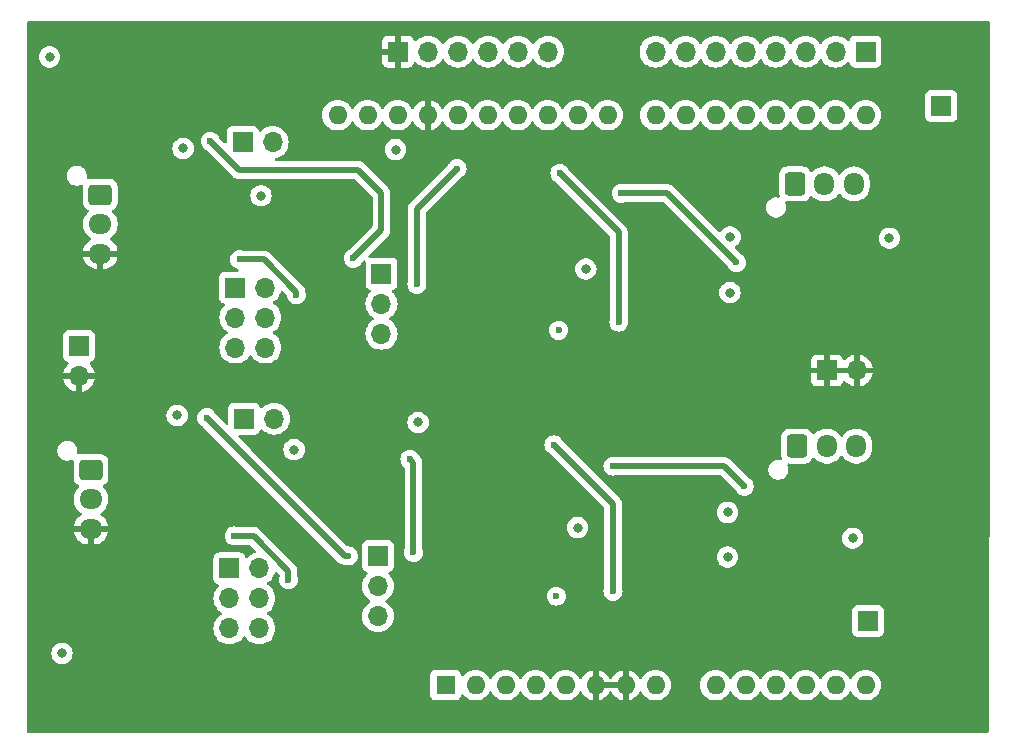
<source format=gbr>
%TF.GenerationSoftware,KiCad,Pcbnew,8.0.4*%
%TF.CreationDate,2024-11-27T12:35:37+01:00*%
%TF.ProjectId,Filtre_V2_FPGA_SMD-SMH_LD,46696c74-7265-45f5-9632-5f465047415f,rev?*%
%TF.SameCoordinates,Original*%
%TF.FileFunction,Copper,L4,Bot*%
%TF.FilePolarity,Positive*%
%FSLAX46Y46*%
G04 Gerber Fmt 4.6, Leading zero omitted, Abs format (unit mm)*
G04 Created by KiCad (PCBNEW 8.0.4) date 2024-11-27 12:35:37*
%MOMM*%
%LPD*%
G01*
G04 APERTURE LIST*
G04 Aperture macros list*
%AMRoundRect*
0 Rectangle with rounded corners*
0 $1 Rounding radius*
0 $2 $3 $4 $5 $6 $7 $8 $9 X,Y pos of 4 corners*
0 Add a 4 corners polygon primitive as box body*
4,1,4,$2,$3,$4,$5,$6,$7,$8,$9,$2,$3,0*
0 Add four circle primitives for the rounded corners*
1,1,$1+$1,$2,$3*
1,1,$1+$1,$4,$5*
1,1,$1+$1,$6,$7*
1,1,$1+$1,$8,$9*
0 Add four rect primitives between the rounded corners*
20,1,$1+$1,$2,$3,$4,$5,0*
20,1,$1+$1,$4,$5,$6,$7,0*
20,1,$1+$1,$6,$7,$8,$9,0*
20,1,$1+$1,$8,$9,$2,$3,0*%
G04 Aperture macros list end*
%TA.AperFunction,ComponentPad*%
%ADD10RoundRect,0.250000X-0.725000X0.600000X-0.725000X-0.600000X0.725000X-0.600000X0.725000X0.600000X0*%
%TD*%
%TA.AperFunction,ComponentPad*%
%ADD11O,1.950000X1.700000*%
%TD*%
%TA.AperFunction,ComponentPad*%
%ADD12R,1.700000X1.700000*%
%TD*%
%TA.AperFunction,ComponentPad*%
%ADD13O,1.700000X1.700000*%
%TD*%
%TA.AperFunction,ComponentPad*%
%ADD14RoundRect,0.250000X-0.600000X-0.725000X0.600000X-0.725000X0.600000X0.725000X-0.600000X0.725000X0*%
%TD*%
%TA.AperFunction,ComponentPad*%
%ADD15O,1.700000X1.950000*%
%TD*%
%TA.AperFunction,ComponentPad*%
%ADD16R,1.600000X1.600000*%
%TD*%
%TA.AperFunction,ComponentPad*%
%ADD17O,1.600000X1.600000*%
%TD*%
%TA.AperFunction,ViaPad*%
%ADD18C,0.600000*%
%TD*%
%TA.AperFunction,ViaPad*%
%ADD19C,0.800000*%
%TD*%
%TA.AperFunction,Conductor*%
%ADD20C,0.500000*%
%TD*%
G04 APERTURE END LIST*
D10*
%TO.P,J1,1,Pin_1*%
%TO.N,+5V*%
X108000000Y-78000000D03*
D11*
%TO.P,J1,2,Pin_2*%
%TO.N,Net-(J1-Pin_2)*%
X108000000Y-80500000D03*
%TO.P,J1,3,Pin_3*%
%TO.N,GND*%
X108000000Y-83000000D03*
%TD*%
D12*
%TO.P,J11,1,Pin_1*%
%TO.N,Net-(A1-D0{slash}RX)*%
X172780000Y-65900000D03*
D13*
%TO.P,J11,2,Pin_2*%
%TO.N,Net-(A1-D1{slash}TX)*%
X170240000Y-65900000D03*
%TO.P,J11,3,Pin_3*%
%TO.N,Net-(A1-D2)*%
X167700000Y-65900000D03*
%TO.P,J11,4,Pin_4*%
%TO.N,Net-(A1-D3)*%
X165160000Y-65900000D03*
%TO.P,J11,5,Pin_5*%
%TO.N,Net-(A1-D4)*%
X162620000Y-65900000D03*
%TO.P,J11,6,Pin_6*%
%TO.N,Net-(A1-D5)*%
X160080000Y-65900000D03*
%TO.P,J11,7,Pin_7*%
%TO.N,Net-(A1-D6)*%
X157540000Y-65900000D03*
%TO.P,J11,8,Pin_8*%
%TO.N,Net-(A1-D7)*%
X155000000Y-65900000D03*
%TD*%
D12*
%TO.P,J8,1,Pin_1*%
%TO.N,/VacdcCh2*%
X173000000Y-114100000D03*
%TD*%
%TO.P,J13,1,Pin_1*%
%TO.N,/VA*%
X120175000Y-96975000D03*
D13*
%TO.P,J13,2,Pin_2*%
%TO.N,Net-(J13-Pin_2)*%
X122715000Y-96975000D03*
%TD*%
D12*
%TO.P,J14,1,Pin_1*%
%TO.N,Net-(J14-Pin_1)*%
X118925000Y-109660000D03*
D13*
%TO.P,J14,2,Pin_2*%
X118925000Y-112200000D03*
%TO.P,J14,3,Pin_3*%
X118925000Y-114740000D03*
%TO.P,J14,4,Pin_4*%
%TO.N,Net-(J14-Pin_4)*%
X121465000Y-109660000D03*
%TO.P,J14,5,Pin_5*%
%TO.N,Net-(J14-Pin_5)*%
X121465000Y-112200000D03*
%TO.P,J14,6,Pin_6*%
%TO.N,Net-(J14-Pin_6)*%
X121465000Y-114740000D03*
%TD*%
D12*
%TO.P,J10,1,Pin_1*%
%TO.N,/VA*%
X131500000Y-108620000D03*
D13*
%TO.P,J10,2,Pin_2*%
%TO.N,Net-(J10-Pin_2)*%
X131500000Y-111160000D03*
%TO.P,J10,3,Pin_3*%
%TO.N,/VD2*%
X131500000Y-113700000D03*
%TD*%
D14*
%TO.P,RV1,1,1*%
%TO.N,Net-(U3--)*%
X166800000Y-77100000D03*
D15*
%TO.P,RV1,2,2*%
%TO.N,/V4*%
X169300000Y-77100000D03*
%TO.P,RV1,3,3*%
X171800000Y-77100000D03*
%TD*%
D12*
%TO.P,J5,1,Pin_1*%
%TO.N,/V1*%
X120050000Y-73575000D03*
D13*
%TO.P,J5,2,Pin_2*%
%TO.N,Net-(J5-Pin_2)*%
X122590000Y-73575000D03*
%TD*%
D12*
%TO.P,J6,1,Pin_1*%
%TO.N,Net-(J6-Pin_1)*%
X119425000Y-85875000D03*
D13*
%TO.P,J6,2,Pin_2*%
X119425000Y-88415000D03*
%TO.P,J6,3,Pin_3*%
X119425000Y-90955000D03*
%TO.P,J6,4,Pin_4*%
%TO.N,Net-(J6-Pin_4)*%
X121965000Y-85875000D03*
%TO.P,J6,5,Pin_5*%
%TO.N,Net-(J6-Pin_5)*%
X121965000Y-88415000D03*
%TO.P,J6,6,Pin_6*%
%TO.N,Net-(J6-Pin_6)*%
X121965000Y-90955000D03*
%TD*%
D12*
%TO.P,J3,1,Pin_1*%
%TO.N,/V1*%
X131800000Y-84700000D03*
D13*
%TO.P,J3,2,Pin_2*%
%TO.N,Net-(J3-Pin_2)*%
X131800000Y-87240000D03*
%TO.P,J3,3,Pin_3*%
%TO.N,/VD1*%
X131800000Y-89780000D03*
%TD*%
D12*
%TO.P,J2,1,Pin_1*%
%TO.N,+5V*%
X106200000Y-90825000D03*
D13*
%TO.P,J2,2,Pin_2*%
%TO.N,GND*%
X106200000Y-93365000D03*
%TD*%
D12*
%TO.P,J7,1,Pin_1*%
%TO.N,/VacdcCh1*%
X179200000Y-70500000D03*
%TD*%
%TO.P,J12,1,Pin_1*%
%TO.N,GND*%
X133200000Y-65900000D03*
D13*
%TO.P,J12,2,Pin_2*%
%TO.N,Net-(A1-D13)*%
X135740000Y-65900000D03*
%TO.P,J12,3,Pin_3*%
%TO.N,unconnected-(J12-Pin_3-Pad3)*%
X138280000Y-65900000D03*
%TO.P,J12,4,Pin_4*%
%TO.N,Net-(A1-D12)*%
X140820000Y-65900000D03*
%TO.P,J12,5,Pin_5*%
%TO.N,Net-(A1-D11)*%
X143360000Y-65900000D03*
%TO.P,J12,6,Pin_6*%
%TO.N,Net-(A1-D10)*%
X145900000Y-65900000D03*
%TD*%
D14*
%TO.P,RV2,1,1*%
%TO.N,Net-(U6--)*%
X167000000Y-99300000D03*
D15*
%TO.P,RV2,2,2*%
%TO.N,/VD*%
X169500000Y-99300000D03*
%TO.P,RV2,3,3*%
X172000000Y-99300000D03*
%TD*%
D12*
%TO.P,J4,1,Pin_1*%
%TO.N,GND*%
X169525000Y-92900000D03*
D13*
%TO.P,J4,2,Pin_2*%
X172065000Y-92900000D03*
%TD*%
D10*
%TO.P,J9,1,Pin_1*%
%TO.N,+5V*%
X107200000Y-101300000D03*
D11*
%TO.P,J9,2,Pin_2*%
%TO.N,Net-(J9-Pin_2)*%
X107200000Y-103800000D03*
%TO.P,J9,3,Pin_3*%
%TO.N,GND*%
X107200000Y-106300000D03*
%TD*%
D16*
%TO.P,A1,1,NC*%
%TO.N,unconnected-(A1-NC-Pad1)*%
X137225000Y-119530000D03*
D17*
%TO.P,A1,2,IOREF*%
%TO.N,unconnected-(A1-IOREF-Pad2)*%
X139765000Y-119530000D03*
%TO.P,A1,3,~{RESET}*%
%TO.N,unconnected-(A1-~{RESET}-Pad3)*%
X142305000Y-119530000D03*
%TO.P,A1,4,3V3*%
%TO.N,unconnected-(A1-3V3-Pad4)*%
X144845000Y-119530000D03*
%TO.P,A1,5,+5V*%
%TO.N,+5V*%
X147385000Y-119530000D03*
%TO.P,A1,6,GND*%
%TO.N,GND*%
X149925000Y-119530000D03*
%TO.P,A1,7,GND*%
X152465000Y-119530000D03*
%TO.P,A1,8,VIN*%
%TO.N,unconnected-(A1-VIN-Pad8)*%
X155005000Y-119530000D03*
%TO.P,A1,9,A0*%
%TO.N,/VacdcCh1*%
X160085000Y-119530000D03*
%TO.P,A1,10,A1*%
%TO.N,/VdcCh1*%
X162625000Y-119530000D03*
%TO.P,A1,11,A2*%
%TO.N,/VacdcCh2*%
X165165000Y-119530000D03*
%TO.P,A1,12,A3*%
%TO.N,/VdcCh2*%
X167705000Y-119530000D03*
%TO.P,A1,13,SDA/A4*%
%TO.N,unconnected-(A1-SDA{slash}A4-Pad13)*%
X170245000Y-119530000D03*
%TO.P,A1,14,SCL/A5*%
%TO.N,unconnected-(A1-SCL{slash}A5-Pad14)*%
X172785000Y-119530000D03*
%TO.P,A1,15,D0/RX*%
%TO.N,Net-(A1-D0{slash}RX)*%
X172785000Y-71270000D03*
%TO.P,A1,16,D1/TX*%
%TO.N,Net-(A1-D1{slash}TX)*%
X170245000Y-71270000D03*
%TO.P,A1,17,D2*%
%TO.N,Net-(A1-D2)*%
X167705000Y-71270000D03*
%TO.P,A1,18,D3*%
%TO.N,Net-(A1-D3)*%
X165165000Y-71270000D03*
%TO.P,A1,19,D4*%
%TO.N,Net-(A1-D4)*%
X162625000Y-71270000D03*
%TO.P,A1,20,D5*%
%TO.N,Net-(A1-D5)*%
X160085000Y-71270000D03*
%TO.P,A1,21,D6*%
%TO.N,Net-(A1-D6)*%
X157545000Y-71270000D03*
%TO.P,A1,22,D7*%
%TO.N,Net-(A1-D7)*%
X155005000Y-71270000D03*
%TO.P,A1,23,D8*%
%TO.N,unconnected-(A1-D8-Pad23)*%
X150945000Y-71270000D03*
%TO.P,A1,24,D9*%
%TO.N,unconnected-(A1-D9-Pad24)*%
X148405000Y-71270000D03*
%TO.P,A1,25,D10*%
%TO.N,Net-(A1-D10)*%
X145865000Y-71270000D03*
%TO.P,A1,26,D11*%
%TO.N,Net-(A1-D11)*%
X143325000Y-71270000D03*
%TO.P,A1,27,D12*%
%TO.N,Net-(A1-D12)*%
X140785000Y-71270000D03*
%TO.P,A1,28,D13*%
%TO.N,Net-(A1-D13)*%
X138245000Y-71270000D03*
%TO.P,A1,29,GND*%
%TO.N,GND*%
X135705000Y-71270000D03*
%TO.P,A1,30,AREF*%
%TO.N,unconnected-(A1-AREF-Pad30)*%
X133165000Y-71270000D03*
%TO.P,A1,31,SDA/A4*%
%TO.N,unconnected-(A1-SDA{slash}A4-Pad31)*%
X130625000Y-71270000D03*
%TO.P,A1,32,SCL/A5*%
%TO.N,unconnected-(A1-SCL{slash}A5-Pad32)*%
X128085000Y-71270000D03*
%TD*%
D18*
%TO.N,GND*%
X140200000Y-80400000D03*
X139500000Y-103000000D03*
X139400000Y-110200000D03*
X140100000Y-87400000D03*
D19*
%TO.N,+5V*%
X133000000Y-74200000D03*
X114500000Y-96700000D03*
X148400000Y-106200000D03*
X161100000Y-108700000D03*
X134900000Y-97300000D03*
X161299996Y-86299996D03*
X174800000Y-81700000D03*
X161313173Y-81586827D03*
X115000000Y-74100000D03*
X161099974Y-104912500D03*
X149100000Y-84300000D03*
X121600000Y-78100000D03*
X104749997Y-116849997D03*
X103700000Y-66350000D03*
X171700000Y-107100000D03*
X124400000Y-99600000D03*
D18*
%TO.N,Net-(U2A--)*%
X134800000Y-85600000D03*
X138200000Y-75800000D03*
%TO.N,/V2*%
X146800000Y-89500000D03*
%TO.N,Net-(U2C--)*%
X146900000Y-76200000D03*
X151900000Y-88800000D03*
%TO.N,Net-(U5A--)*%
X134500000Y-108300000D03*
X134200000Y-100400000D03*
%TO.N,/VB*%
X146600000Y-112000000D03*
%TO.N,Net-(U5C--)*%
X146400000Y-99200000D03*
X151400000Y-111600000D03*
%TO.N,/VD1*%
X119800000Y-83500000D03*
X124600000Y-86500000D03*
%TO.N,/V1*%
X129400000Y-83400000D03*
X117300000Y-73500000D03*
%TO.N,/VA*%
X117000000Y-96900000D03*
X129000000Y-108600000D03*
%TO.N,/VD2*%
X119325000Y-106900000D03*
X123925000Y-110600000D03*
%TO.N,/V3*%
X161850000Y-83750000D03*
X152100000Y-77900000D03*
%TO.N,/VC*%
X151400000Y-101000000D03*
X162500001Y-102700001D03*
%TD*%
D20*
%TO.N,Net-(U2A--)*%
X134800000Y-79200000D02*
X134800000Y-85600000D01*
X138200000Y-75800000D02*
X134800000Y-79200000D01*
%TO.N,Net-(U2C--)*%
X151900000Y-81200000D02*
X151900000Y-88800000D01*
X146900000Y-76200000D02*
X151900000Y-81200000D01*
%TO.N,Net-(U5A--)*%
X134500000Y-100700000D02*
X134500000Y-108300000D01*
X134200000Y-100400000D02*
X134500000Y-100700000D01*
%TO.N,Net-(U5C--)*%
X151400000Y-111600000D02*
X151400000Y-104200000D01*
X151400000Y-104200000D02*
X146400000Y-99200000D01*
%TO.N,/VD1*%
X124600000Y-86247258D02*
X121852742Y-83500000D01*
X121852742Y-83500000D02*
X119800000Y-83500000D01*
X124600000Y-86500000D02*
X124600000Y-86247258D01*
%TO.N,/V1*%
X131800000Y-81000000D02*
X129400000Y-83400000D01*
X119700000Y-75900000D02*
X129800000Y-75900000D01*
X129800000Y-75900000D02*
X131800000Y-77900000D01*
X131800000Y-77900000D02*
X131800000Y-81000000D01*
X117300000Y-73500000D02*
X119700000Y-75900000D01*
%TO.N,/VA*%
X128700000Y-108600000D02*
X129000000Y-108600000D01*
X117000000Y-96900000D02*
X128700000Y-108600000D01*
%TO.N,/VD2*%
X120967742Y-106900000D02*
X123925000Y-109857258D01*
X119325000Y-106900000D02*
X120967742Y-106900000D01*
X123925000Y-109857258D02*
X123925000Y-110600000D01*
%TO.N,/V3*%
X152100000Y-77900000D02*
X156000000Y-77900000D01*
X156000000Y-77900000D02*
X161850000Y-83750000D01*
%TO.N,/VC*%
X151400000Y-101000000D02*
X160800000Y-101000000D01*
X160800000Y-101000000D02*
X162500001Y-102700001D01*
%TD*%
%TA.AperFunction,Conductor*%
%TO.N,GND*%
G36*
X151999075Y-119337007D02*
G01*
X151965000Y-119464174D01*
X151965000Y-119595826D01*
X151999075Y-119722993D01*
X152031988Y-119780000D01*
X150358012Y-119780000D01*
X150390925Y-119722993D01*
X150425000Y-119595826D01*
X150425000Y-119464174D01*
X150390925Y-119337007D01*
X150358012Y-119280000D01*
X152031988Y-119280000D01*
X151999075Y-119337007D01*
G37*
%TD.AperFunction*%
%TA.AperFunction,Conductor*%
G36*
X171599075Y-92707007D02*
G01*
X171565000Y-92834174D01*
X171565000Y-92965826D01*
X171599075Y-93092993D01*
X171631988Y-93150000D01*
X169958012Y-93150000D01*
X169990925Y-93092993D01*
X170025000Y-92965826D01*
X170025000Y-92834174D01*
X169990925Y-92707007D01*
X169958012Y-92650000D01*
X171631988Y-92650000D01*
X171599075Y-92707007D01*
G37*
%TD.AperFunction*%
%TA.AperFunction,Conductor*%
G36*
X183242539Y-63320185D02*
G01*
X183288294Y-63372989D01*
X183299500Y-63424500D01*
X183299500Y-93451500D01*
X183209141Y-120830499D01*
X183200410Y-123475909D01*
X183180505Y-123542883D01*
X183127550Y-123588464D01*
X183076411Y-123599500D01*
X101924500Y-123599500D01*
X101857461Y-123579815D01*
X101811706Y-123527011D01*
X101800500Y-123475500D01*
X101800500Y-118682135D01*
X135924500Y-118682135D01*
X135924500Y-120377870D01*
X135924501Y-120377876D01*
X135930908Y-120437483D01*
X135981202Y-120572328D01*
X135981206Y-120572335D01*
X136067452Y-120687544D01*
X136067455Y-120687547D01*
X136182664Y-120773793D01*
X136182671Y-120773797D01*
X136317517Y-120824091D01*
X136317516Y-120824091D01*
X136324444Y-120824835D01*
X136377127Y-120830500D01*
X138072872Y-120830499D01*
X138132483Y-120824091D01*
X138267331Y-120773796D01*
X138382546Y-120687546D01*
X138468796Y-120572331D01*
X138519091Y-120437483D01*
X138522862Y-120402401D01*
X138549599Y-120337855D01*
X138606990Y-120298006D01*
X138676816Y-120295511D01*
X138736905Y-120331163D01*
X138747726Y-120344536D01*
X138764956Y-120369143D01*
X138925858Y-120530045D01*
X138925861Y-120530047D01*
X139112266Y-120660568D01*
X139318504Y-120756739D01*
X139538308Y-120815635D01*
X139700230Y-120829801D01*
X139764998Y-120835468D01*
X139765000Y-120835468D01*
X139765002Y-120835468D01*
X139821807Y-120830498D01*
X139991692Y-120815635D01*
X140211496Y-120756739D01*
X140417734Y-120660568D01*
X140604139Y-120530047D01*
X140765047Y-120369139D01*
X140895568Y-120182734D01*
X140922618Y-120124724D01*
X140968790Y-120072285D01*
X141035983Y-120053133D01*
X141102865Y-120073348D01*
X141147382Y-120124725D01*
X141174429Y-120182728D01*
X141174432Y-120182734D01*
X141304954Y-120369141D01*
X141465858Y-120530045D01*
X141465861Y-120530047D01*
X141652266Y-120660568D01*
X141858504Y-120756739D01*
X142078308Y-120815635D01*
X142240230Y-120829801D01*
X142304998Y-120835468D01*
X142305000Y-120835468D01*
X142305002Y-120835468D01*
X142361807Y-120830498D01*
X142531692Y-120815635D01*
X142751496Y-120756739D01*
X142957734Y-120660568D01*
X143144139Y-120530047D01*
X143305047Y-120369139D01*
X143435568Y-120182734D01*
X143462618Y-120124724D01*
X143508790Y-120072285D01*
X143575983Y-120053133D01*
X143642865Y-120073348D01*
X143687382Y-120124725D01*
X143714429Y-120182728D01*
X143714432Y-120182734D01*
X143844954Y-120369141D01*
X144005858Y-120530045D01*
X144005861Y-120530047D01*
X144192266Y-120660568D01*
X144398504Y-120756739D01*
X144618308Y-120815635D01*
X144780230Y-120829801D01*
X144844998Y-120835468D01*
X144845000Y-120835468D01*
X144845002Y-120835468D01*
X144901807Y-120830498D01*
X145071692Y-120815635D01*
X145291496Y-120756739D01*
X145497734Y-120660568D01*
X145684139Y-120530047D01*
X145845047Y-120369139D01*
X145975568Y-120182734D01*
X146002618Y-120124724D01*
X146048790Y-120072285D01*
X146115983Y-120053133D01*
X146182865Y-120073348D01*
X146227382Y-120124725D01*
X146254429Y-120182728D01*
X146254432Y-120182734D01*
X146384954Y-120369141D01*
X146545858Y-120530045D01*
X146545861Y-120530047D01*
X146732266Y-120660568D01*
X146938504Y-120756739D01*
X147158308Y-120815635D01*
X147320230Y-120829801D01*
X147384998Y-120835468D01*
X147385000Y-120835468D01*
X147385002Y-120835468D01*
X147441807Y-120830498D01*
X147611692Y-120815635D01*
X147831496Y-120756739D01*
X148037734Y-120660568D01*
X148224139Y-120530047D01*
X148385047Y-120369139D01*
X148515568Y-120182734D01*
X148542895Y-120124129D01*
X148589064Y-120071695D01*
X148656257Y-120052542D01*
X148723139Y-120072757D01*
X148767657Y-120124133D01*
X148794865Y-120182482D01*
X148925342Y-120368820D01*
X149086179Y-120529657D01*
X149272517Y-120660134D01*
X149478673Y-120756265D01*
X149478682Y-120756269D01*
X149674999Y-120808872D01*
X149675000Y-120808871D01*
X149675000Y-119963012D01*
X149732007Y-119995925D01*
X149859174Y-120030000D01*
X149990826Y-120030000D01*
X150117993Y-119995925D01*
X150175000Y-119963012D01*
X150175000Y-120808872D01*
X150371317Y-120756269D01*
X150371326Y-120756265D01*
X150577482Y-120660134D01*
X150763820Y-120529657D01*
X150924657Y-120368820D01*
X151055134Y-120182481D01*
X151055135Y-120182479D01*
X151082618Y-120123543D01*
X151128790Y-120071103D01*
X151195983Y-120051951D01*
X151262864Y-120072166D01*
X151307382Y-120123543D01*
X151334864Y-120182479D01*
X151334865Y-120182481D01*
X151465342Y-120368820D01*
X151626179Y-120529657D01*
X151812517Y-120660134D01*
X152018673Y-120756265D01*
X152018682Y-120756269D01*
X152214999Y-120808872D01*
X152215000Y-120808871D01*
X152215000Y-119963012D01*
X152272007Y-119995925D01*
X152399174Y-120030000D01*
X152530826Y-120030000D01*
X152657993Y-119995925D01*
X152715000Y-119963012D01*
X152715000Y-120808872D01*
X152911317Y-120756269D01*
X152911326Y-120756265D01*
X153117482Y-120660134D01*
X153303820Y-120529657D01*
X153464657Y-120368820D01*
X153595132Y-120182484D01*
X153622341Y-120124134D01*
X153668513Y-120071695D01*
X153735707Y-120052542D01*
X153802588Y-120072757D01*
X153847106Y-120124133D01*
X153874431Y-120182732D01*
X153874432Y-120182734D01*
X154004954Y-120369141D01*
X154165858Y-120530045D01*
X154165861Y-120530047D01*
X154352266Y-120660568D01*
X154558504Y-120756739D01*
X154778308Y-120815635D01*
X154940230Y-120829801D01*
X155004998Y-120835468D01*
X155005000Y-120835468D01*
X155005002Y-120835468D01*
X155061807Y-120830498D01*
X155231692Y-120815635D01*
X155451496Y-120756739D01*
X155657734Y-120660568D01*
X155844139Y-120530047D01*
X156005047Y-120369139D01*
X156135568Y-120182734D01*
X156231739Y-119976496D01*
X156290635Y-119756692D01*
X156310468Y-119530000D01*
X156310468Y-119529998D01*
X158779532Y-119529998D01*
X158779532Y-119530001D01*
X158799364Y-119756686D01*
X158799366Y-119756697D01*
X158858258Y-119976488D01*
X158858261Y-119976497D01*
X158954431Y-120182732D01*
X158954432Y-120182734D01*
X159084954Y-120369141D01*
X159245858Y-120530045D01*
X159245861Y-120530047D01*
X159432266Y-120660568D01*
X159638504Y-120756739D01*
X159858308Y-120815635D01*
X160020230Y-120829801D01*
X160084998Y-120835468D01*
X160085000Y-120835468D01*
X160085002Y-120835468D01*
X160141807Y-120830498D01*
X160311692Y-120815635D01*
X160531496Y-120756739D01*
X160737734Y-120660568D01*
X160924139Y-120530047D01*
X161085047Y-120369139D01*
X161215568Y-120182734D01*
X161242618Y-120124724D01*
X161288790Y-120072285D01*
X161355983Y-120053133D01*
X161422865Y-120073348D01*
X161467382Y-120124725D01*
X161494429Y-120182728D01*
X161494432Y-120182734D01*
X161624954Y-120369141D01*
X161785858Y-120530045D01*
X161785861Y-120530047D01*
X161972266Y-120660568D01*
X162178504Y-120756739D01*
X162398308Y-120815635D01*
X162560230Y-120829801D01*
X162624998Y-120835468D01*
X162625000Y-120835468D01*
X162625002Y-120835468D01*
X162681807Y-120830498D01*
X162851692Y-120815635D01*
X163071496Y-120756739D01*
X163277734Y-120660568D01*
X163464139Y-120530047D01*
X163625047Y-120369139D01*
X163755568Y-120182734D01*
X163782618Y-120124724D01*
X163828790Y-120072285D01*
X163895983Y-120053133D01*
X163962865Y-120073348D01*
X164007382Y-120124725D01*
X164034429Y-120182728D01*
X164034432Y-120182734D01*
X164164954Y-120369141D01*
X164325858Y-120530045D01*
X164325861Y-120530047D01*
X164512266Y-120660568D01*
X164718504Y-120756739D01*
X164938308Y-120815635D01*
X165100230Y-120829801D01*
X165164998Y-120835468D01*
X165165000Y-120835468D01*
X165165002Y-120835468D01*
X165221807Y-120830498D01*
X165391692Y-120815635D01*
X165611496Y-120756739D01*
X165817734Y-120660568D01*
X166004139Y-120530047D01*
X166165047Y-120369139D01*
X166295568Y-120182734D01*
X166322618Y-120124724D01*
X166368790Y-120072285D01*
X166435983Y-120053133D01*
X166502865Y-120073348D01*
X166547382Y-120124725D01*
X166574429Y-120182728D01*
X166574432Y-120182734D01*
X166704954Y-120369141D01*
X166865858Y-120530045D01*
X166865861Y-120530047D01*
X167052266Y-120660568D01*
X167258504Y-120756739D01*
X167478308Y-120815635D01*
X167640230Y-120829801D01*
X167704998Y-120835468D01*
X167705000Y-120835468D01*
X167705002Y-120835468D01*
X167761807Y-120830498D01*
X167931692Y-120815635D01*
X168151496Y-120756739D01*
X168357734Y-120660568D01*
X168544139Y-120530047D01*
X168705047Y-120369139D01*
X168835568Y-120182734D01*
X168862618Y-120124724D01*
X168908790Y-120072285D01*
X168975983Y-120053133D01*
X169042865Y-120073348D01*
X169087382Y-120124725D01*
X169114429Y-120182728D01*
X169114432Y-120182734D01*
X169244954Y-120369141D01*
X169405858Y-120530045D01*
X169405861Y-120530047D01*
X169592266Y-120660568D01*
X169798504Y-120756739D01*
X170018308Y-120815635D01*
X170180230Y-120829801D01*
X170244998Y-120835468D01*
X170245000Y-120835468D01*
X170245002Y-120835468D01*
X170301807Y-120830498D01*
X170471692Y-120815635D01*
X170691496Y-120756739D01*
X170897734Y-120660568D01*
X171084139Y-120530047D01*
X171245047Y-120369139D01*
X171375568Y-120182734D01*
X171402618Y-120124724D01*
X171448790Y-120072285D01*
X171515983Y-120053133D01*
X171582865Y-120073348D01*
X171627382Y-120124725D01*
X171654429Y-120182728D01*
X171654432Y-120182734D01*
X171784954Y-120369141D01*
X171945858Y-120530045D01*
X171945861Y-120530047D01*
X172132266Y-120660568D01*
X172338504Y-120756739D01*
X172558308Y-120815635D01*
X172720230Y-120829801D01*
X172784998Y-120835468D01*
X172785000Y-120835468D01*
X172785002Y-120835468D01*
X172841807Y-120830498D01*
X173011692Y-120815635D01*
X173231496Y-120756739D01*
X173437734Y-120660568D01*
X173624139Y-120530047D01*
X173785047Y-120369139D01*
X173915568Y-120182734D01*
X174011739Y-119976496D01*
X174070635Y-119756692D01*
X174090468Y-119530000D01*
X174070635Y-119303308D01*
X174011739Y-119083504D01*
X173915568Y-118877266D01*
X173785047Y-118690861D01*
X173785045Y-118690858D01*
X173624141Y-118529954D01*
X173437734Y-118399432D01*
X173437732Y-118399431D01*
X173231497Y-118303261D01*
X173231488Y-118303258D01*
X173011697Y-118244366D01*
X173011693Y-118244365D01*
X173011692Y-118244365D01*
X173011691Y-118244364D01*
X173011686Y-118244364D01*
X172785002Y-118224532D01*
X172784998Y-118224532D01*
X172558313Y-118244364D01*
X172558302Y-118244366D01*
X172338511Y-118303258D01*
X172338502Y-118303261D01*
X172132267Y-118399431D01*
X172132265Y-118399432D01*
X171945858Y-118529954D01*
X171784954Y-118690858D01*
X171654432Y-118877265D01*
X171654431Y-118877267D01*
X171627382Y-118935275D01*
X171581209Y-118987714D01*
X171514016Y-119006866D01*
X171447135Y-118986650D01*
X171402618Y-118935275D01*
X171375686Y-118877520D01*
X171375568Y-118877266D01*
X171245047Y-118690861D01*
X171245045Y-118690858D01*
X171084141Y-118529954D01*
X170897734Y-118399432D01*
X170897732Y-118399431D01*
X170691497Y-118303261D01*
X170691488Y-118303258D01*
X170471697Y-118244366D01*
X170471693Y-118244365D01*
X170471692Y-118244365D01*
X170471691Y-118244364D01*
X170471686Y-118244364D01*
X170245002Y-118224532D01*
X170244998Y-118224532D01*
X170018313Y-118244364D01*
X170018302Y-118244366D01*
X169798511Y-118303258D01*
X169798502Y-118303261D01*
X169592267Y-118399431D01*
X169592265Y-118399432D01*
X169405858Y-118529954D01*
X169244954Y-118690858D01*
X169114432Y-118877265D01*
X169114431Y-118877267D01*
X169087382Y-118935275D01*
X169041209Y-118987714D01*
X168974016Y-119006866D01*
X168907135Y-118986650D01*
X168862618Y-118935275D01*
X168835686Y-118877520D01*
X168835568Y-118877266D01*
X168705047Y-118690861D01*
X168705045Y-118690858D01*
X168544141Y-118529954D01*
X168357734Y-118399432D01*
X168357732Y-118399431D01*
X168151497Y-118303261D01*
X168151488Y-118303258D01*
X167931697Y-118244366D01*
X167931693Y-118244365D01*
X167931692Y-118244365D01*
X167931691Y-118244364D01*
X167931686Y-118244364D01*
X167705002Y-118224532D01*
X167704998Y-118224532D01*
X167478313Y-118244364D01*
X167478302Y-118244366D01*
X167258511Y-118303258D01*
X167258502Y-118303261D01*
X167052267Y-118399431D01*
X167052265Y-118399432D01*
X166865858Y-118529954D01*
X166704954Y-118690858D01*
X166574432Y-118877265D01*
X166574431Y-118877267D01*
X166547382Y-118935275D01*
X166501209Y-118987714D01*
X166434016Y-119006866D01*
X166367135Y-118986650D01*
X166322618Y-118935275D01*
X166295686Y-118877520D01*
X166295568Y-118877266D01*
X166165047Y-118690861D01*
X166165045Y-118690858D01*
X166004141Y-118529954D01*
X165817734Y-118399432D01*
X165817732Y-118399431D01*
X165611497Y-118303261D01*
X165611488Y-118303258D01*
X165391697Y-118244366D01*
X165391693Y-118244365D01*
X165391692Y-118244365D01*
X165391691Y-118244364D01*
X165391686Y-118244364D01*
X165165002Y-118224532D01*
X165164998Y-118224532D01*
X164938313Y-118244364D01*
X164938302Y-118244366D01*
X164718511Y-118303258D01*
X164718502Y-118303261D01*
X164512267Y-118399431D01*
X164512265Y-118399432D01*
X164325858Y-118529954D01*
X164164954Y-118690858D01*
X164034432Y-118877265D01*
X164034431Y-118877267D01*
X164007382Y-118935275D01*
X163961209Y-118987714D01*
X163894016Y-119006866D01*
X163827135Y-118986650D01*
X163782618Y-118935275D01*
X163755686Y-118877520D01*
X163755568Y-118877266D01*
X163625047Y-118690861D01*
X163625045Y-118690858D01*
X163464141Y-118529954D01*
X163277734Y-118399432D01*
X163277732Y-118399431D01*
X163071497Y-118303261D01*
X163071488Y-118303258D01*
X162851697Y-118244366D01*
X162851693Y-118244365D01*
X162851692Y-118244365D01*
X162851691Y-118244364D01*
X162851686Y-118244364D01*
X162625002Y-118224532D01*
X162624998Y-118224532D01*
X162398313Y-118244364D01*
X162398302Y-118244366D01*
X162178511Y-118303258D01*
X162178502Y-118303261D01*
X161972267Y-118399431D01*
X161972265Y-118399432D01*
X161785858Y-118529954D01*
X161624954Y-118690858D01*
X161494432Y-118877265D01*
X161494431Y-118877267D01*
X161467382Y-118935275D01*
X161421209Y-118987714D01*
X161354016Y-119006866D01*
X161287135Y-118986650D01*
X161242618Y-118935275D01*
X161215686Y-118877520D01*
X161215568Y-118877266D01*
X161085047Y-118690861D01*
X161085045Y-118690858D01*
X160924141Y-118529954D01*
X160737734Y-118399432D01*
X160737732Y-118399431D01*
X160531497Y-118303261D01*
X160531488Y-118303258D01*
X160311697Y-118244366D01*
X160311693Y-118244365D01*
X160311692Y-118244365D01*
X160311691Y-118244364D01*
X160311686Y-118244364D01*
X160085002Y-118224532D01*
X160084998Y-118224532D01*
X159858313Y-118244364D01*
X159858302Y-118244366D01*
X159638511Y-118303258D01*
X159638502Y-118303261D01*
X159432267Y-118399431D01*
X159432265Y-118399432D01*
X159245858Y-118529954D01*
X159084954Y-118690858D01*
X158954432Y-118877265D01*
X158954431Y-118877267D01*
X158858261Y-119083502D01*
X158858258Y-119083511D01*
X158799366Y-119303302D01*
X158799364Y-119303313D01*
X158779532Y-119529998D01*
X156310468Y-119529998D01*
X156290635Y-119303308D01*
X156231739Y-119083504D01*
X156135568Y-118877266D01*
X156005047Y-118690861D01*
X156005045Y-118690858D01*
X155844141Y-118529954D01*
X155657734Y-118399432D01*
X155657732Y-118399431D01*
X155451497Y-118303261D01*
X155451488Y-118303258D01*
X155231697Y-118244366D01*
X155231693Y-118244365D01*
X155231692Y-118244365D01*
X155231691Y-118244364D01*
X155231686Y-118244364D01*
X155005002Y-118224532D01*
X155004998Y-118224532D01*
X154778313Y-118244364D01*
X154778302Y-118244366D01*
X154558511Y-118303258D01*
X154558502Y-118303261D01*
X154352267Y-118399431D01*
X154352265Y-118399432D01*
X154165858Y-118529954D01*
X154004954Y-118690858D01*
X153874433Y-118877264D01*
X153874432Y-118877266D01*
X153874315Y-118877518D01*
X153847106Y-118935867D01*
X153800933Y-118988306D01*
X153733739Y-119007457D01*
X153666858Y-118987241D01*
X153622342Y-118935865D01*
X153595135Y-118877520D01*
X153595134Y-118877518D01*
X153464657Y-118691179D01*
X153303820Y-118530342D01*
X153117482Y-118399865D01*
X152911328Y-118303734D01*
X152715000Y-118251127D01*
X152715000Y-119096988D01*
X152657993Y-119064075D01*
X152530826Y-119030000D01*
X152399174Y-119030000D01*
X152272007Y-119064075D01*
X152215000Y-119096988D01*
X152215000Y-118251127D01*
X152018671Y-118303734D01*
X151812517Y-118399865D01*
X151626179Y-118530342D01*
X151465342Y-118691179D01*
X151334865Y-118877517D01*
X151307382Y-118936457D01*
X151261210Y-118988896D01*
X151194016Y-119008048D01*
X151127135Y-118987832D01*
X151082618Y-118936457D01*
X151055134Y-118877517D01*
X150924657Y-118691179D01*
X150763820Y-118530342D01*
X150577482Y-118399865D01*
X150371328Y-118303734D01*
X150175000Y-118251127D01*
X150175000Y-119096988D01*
X150117993Y-119064075D01*
X149990826Y-119030000D01*
X149859174Y-119030000D01*
X149732007Y-119064075D01*
X149675000Y-119096988D01*
X149675000Y-118251127D01*
X149478671Y-118303734D01*
X149272517Y-118399865D01*
X149086179Y-118530342D01*
X148925342Y-118691179D01*
X148794867Y-118877515D01*
X148767657Y-118935867D01*
X148721484Y-118988306D01*
X148654290Y-119007457D01*
X148587409Y-118987241D01*
X148542893Y-118935865D01*
X148515685Y-118877518D01*
X148515568Y-118877266D01*
X148385047Y-118690861D01*
X148385045Y-118690858D01*
X148224141Y-118529954D01*
X148037734Y-118399432D01*
X148037732Y-118399431D01*
X147831497Y-118303261D01*
X147831488Y-118303258D01*
X147611697Y-118244366D01*
X147611693Y-118244365D01*
X147611692Y-118244365D01*
X147611691Y-118244364D01*
X147611686Y-118244364D01*
X147385002Y-118224532D01*
X147384998Y-118224532D01*
X147158313Y-118244364D01*
X147158302Y-118244366D01*
X146938511Y-118303258D01*
X146938502Y-118303261D01*
X146732267Y-118399431D01*
X146732265Y-118399432D01*
X146545858Y-118529954D01*
X146384954Y-118690858D01*
X146254432Y-118877265D01*
X146254431Y-118877267D01*
X146227382Y-118935275D01*
X146181209Y-118987714D01*
X146114016Y-119006866D01*
X146047135Y-118986650D01*
X146002618Y-118935275D01*
X145975686Y-118877520D01*
X145975568Y-118877266D01*
X145845047Y-118690861D01*
X145845045Y-118690858D01*
X145684141Y-118529954D01*
X145497734Y-118399432D01*
X145497732Y-118399431D01*
X145291497Y-118303261D01*
X145291488Y-118303258D01*
X145071697Y-118244366D01*
X145071693Y-118244365D01*
X145071692Y-118244365D01*
X145071691Y-118244364D01*
X145071686Y-118244364D01*
X144845002Y-118224532D01*
X144844998Y-118224532D01*
X144618313Y-118244364D01*
X144618302Y-118244366D01*
X144398511Y-118303258D01*
X144398502Y-118303261D01*
X144192267Y-118399431D01*
X144192265Y-118399432D01*
X144005858Y-118529954D01*
X143844954Y-118690858D01*
X143714432Y-118877265D01*
X143714431Y-118877267D01*
X143687382Y-118935275D01*
X143641209Y-118987714D01*
X143574016Y-119006866D01*
X143507135Y-118986650D01*
X143462618Y-118935275D01*
X143435686Y-118877520D01*
X143435568Y-118877266D01*
X143305047Y-118690861D01*
X143305045Y-118690858D01*
X143144141Y-118529954D01*
X142957734Y-118399432D01*
X142957732Y-118399431D01*
X142751497Y-118303261D01*
X142751488Y-118303258D01*
X142531697Y-118244366D01*
X142531693Y-118244365D01*
X142531692Y-118244365D01*
X142531691Y-118244364D01*
X142531686Y-118244364D01*
X142305002Y-118224532D01*
X142304998Y-118224532D01*
X142078313Y-118244364D01*
X142078302Y-118244366D01*
X141858511Y-118303258D01*
X141858502Y-118303261D01*
X141652267Y-118399431D01*
X141652265Y-118399432D01*
X141465858Y-118529954D01*
X141304954Y-118690858D01*
X141174432Y-118877265D01*
X141174431Y-118877267D01*
X141147382Y-118935275D01*
X141101209Y-118987714D01*
X141034016Y-119006866D01*
X140967135Y-118986650D01*
X140922618Y-118935275D01*
X140895686Y-118877520D01*
X140895568Y-118877266D01*
X140765047Y-118690861D01*
X140765045Y-118690858D01*
X140604141Y-118529954D01*
X140417734Y-118399432D01*
X140417732Y-118399431D01*
X140211497Y-118303261D01*
X140211488Y-118303258D01*
X139991697Y-118244366D01*
X139991693Y-118244365D01*
X139991692Y-118244365D01*
X139991691Y-118244364D01*
X139991686Y-118244364D01*
X139765002Y-118224532D01*
X139764998Y-118224532D01*
X139538313Y-118244364D01*
X139538302Y-118244366D01*
X139318511Y-118303258D01*
X139318502Y-118303261D01*
X139112267Y-118399431D01*
X139112265Y-118399432D01*
X138925858Y-118529954D01*
X138764954Y-118690858D01*
X138747725Y-118715464D01*
X138693147Y-118759088D01*
X138623648Y-118766280D01*
X138561294Y-118734757D01*
X138525882Y-118674526D01*
X138522861Y-118657591D01*
X138519091Y-118622516D01*
X138468797Y-118487671D01*
X138468793Y-118487664D01*
X138382547Y-118372455D01*
X138382544Y-118372452D01*
X138267335Y-118286206D01*
X138267328Y-118286202D01*
X138132482Y-118235908D01*
X138132483Y-118235908D01*
X138072883Y-118229501D01*
X138072881Y-118229500D01*
X138072873Y-118229500D01*
X138072864Y-118229500D01*
X136377129Y-118229500D01*
X136377123Y-118229501D01*
X136317516Y-118235908D01*
X136182671Y-118286202D01*
X136182664Y-118286206D01*
X136067455Y-118372452D01*
X136067452Y-118372455D01*
X135981206Y-118487664D01*
X135981202Y-118487671D01*
X135930908Y-118622517D01*
X135924501Y-118682116D01*
X135924500Y-118682135D01*
X101800500Y-118682135D01*
X101800500Y-116849997D01*
X103844537Y-116849997D01*
X103864323Y-117038253D01*
X103864324Y-117038256D01*
X103922815Y-117218274D01*
X103922818Y-117218281D01*
X104017464Y-117382213D01*
X104144126Y-117522885D01*
X104297262Y-117634145D01*
X104297267Y-117634148D01*
X104470189Y-117711139D01*
X104470194Y-117711141D01*
X104655351Y-117750497D01*
X104655352Y-117750497D01*
X104844641Y-117750497D01*
X104844643Y-117750497D01*
X105029800Y-117711141D01*
X105202727Y-117634148D01*
X105355868Y-117522885D01*
X105482530Y-117382213D01*
X105577176Y-117218281D01*
X105635671Y-117038253D01*
X105655457Y-116849997D01*
X105635671Y-116661741D01*
X105577176Y-116481713D01*
X105482530Y-116317781D01*
X105355868Y-116177109D01*
X105355867Y-116177108D01*
X105202731Y-116065848D01*
X105202726Y-116065845D01*
X105029804Y-115988854D01*
X105029799Y-115988852D01*
X104883998Y-115957862D01*
X104844643Y-115949497D01*
X104655351Y-115949497D01*
X104622894Y-115956395D01*
X104470194Y-115988852D01*
X104470189Y-115988854D01*
X104297267Y-116065845D01*
X104297262Y-116065848D01*
X104144126Y-116177108D01*
X104017463Y-116317782D01*
X103922818Y-116481712D01*
X103922815Y-116481719D01*
X103864324Y-116661737D01*
X103864323Y-116661741D01*
X103844537Y-116849997D01*
X101800500Y-116849997D01*
X101800500Y-112199999D01*
X117569341Y-112199999D01*
X117569341Y-112200000D01*
X117589936Y-112435403D01*
X117589938Y-112435413D01*
X117651094Y-112663655D01*
X117651096Y-112663659D01*
X117651097Y-112663663D01*
X117680067Y-112725789D01*
X117750965Y-112877830D01*
X117750967Y-112877834D01*
X117841876Y-113007664D01*
X117886501Y-113071396D01*
X117886506Y-113071402D01*
X118053597Y-113238493D01*
X118053603Y-113238498D01*
X118239158Y-113368425D01*
X118282783Y-113423002D01*
X118289977Y-113492500D01*
X118258454Y-113554855D01*
X118239158Y-113571575D01*
X118053597Y-113701505D01*
X117886505Y-113868597D01*
X117750965Y-114062169D01*
X117750964Y-114062171D01*
X117651098Y-114276335D01*
X117651094Y-114276344D01*
X117589938Y-114504586D01*
X117589936Y-114504596D01*
X117569341Y-114739999D01*
X117569341Y-114740000D01*
X117589936Y-114975403D01*
X117589938Y-114975413D01*
X117651094Y-115203655D01*
X117651096Y-115203659D01*
X117651097Y-115203663D01*
X117655000Y-115212032D01*
X117750965Y-115417830D01*
X117750967Y-115417834D01*
X117859281Y-115572521D01*
X117886505Y-115611401D01*
X118053599Y-115778495D01*
X118150384Y-115846265D01*
X118247165Y-115914032D01*
X118247167Y-115914033D01*
X118247170Y-115914035D01*
X118461337Y-116013903D01*
X118689592Y-116075063D01*
X118877918Y-116091539D01*
X118924999Y-116095659D01*
X118925000Y-116095659D01*
X118925001Y-116095659D01*
X118964234Y-116092226D01*
X119160408Y-116075063D01*
X119388663Y-116013903D01*
X119602830Y-115914035D01*
X119796401Y-115778495D01*
X119963495Y-115611401D01*
X120093425Y-115425842D01*
X120148002Y-115382217D01*
X120217500Y-115375023D01*
X120279855Y-115406546D01*
X120296575Y-115425842D01*
X120426500Y-115611395D01*
X120426505Y-115611401D01*
X120593599Y-115778495D01*
X120690384Y-115846265D01*
X120787165Y-115914032D01*
X120787167Y-115914033D01*
X120787170Y-115914035D01*
X121001337Y-116013903D01*
X121229592Y-116075063D01*
X121417918Y-116091539D01*
X121464999Y-116095659D01*
X121465000Y-116095659D01*
X121465001Y-116095659D01*
X121504234Y-116092226D01*
X121700408Y-116075063D01*
X121928663Y-116013903D01*
X122142830Y-115914035D01*
X122336401Y-115778495D01*
X122503495Y-115611401D01*
X122639035Y-115417830D01*
X122738903Y-115203663D01*
X122800063Y-114975408D01*
X122820659Y-114740000D01*
X122800063Y-114504592D01*
X122738903Y-114276337D01*
X122639035Y-114062171D01*
X122633425Y-114054158D01*
X122503494Y-113868597D01*
X122336402Y-113701506D01*
X122336396Y-113701501D01*
X122150842Y-113571575D01*
X122107217Y-113516998D01*
X122100023Y-113447500D01*
X122131546Y-113385145D01*
X122150842Y-113368425D01*
X122173026Y-113352891D01*
X122336401Y-113238495D01*
X122503495Y-113071401D01*
X122639035Y-112877830D01*
X122738903Y-112663663D01*
X122800063Y-112435408D01*
X122820659Y-112200000D01*
X122818843Y-112179249D01*
X122805908Y-112031401D01*
X122800063Y-111964592D01*
X122738903Y-111736337D01*
X122639035Y-111522171D01*
X122633425Y-111514158D01*
X122503494Y-111328597D01*
X122336402Y-111161506D01*
X122336396Y-111161501D01*
X122150842Y-111031575D01*
X122107217Y-110976998D01*
X122100023Y-110907500D01*
X122131546Y-110845145D01*
X122150842Y-110828425D01*
X122221072Y-110779249D01*
X122336401Y-110698495D01*
X122503495Y-110531401D01*
X122639035Y-110337830D01*
X122738903Y-110123663D01*
X122739482Y-110121505D01*
X122765971Y-110022641D01*
X122802335Y-109962980D01*
X122865182Y-109932450D01*
X122934557Y-109940744D01*
X122973427Y-109967052D01*
X123138181Y-110131806D01*
X123171666Y-110193129D01*
X123174500Y-110219487D01*
X123174500Y-110300028D01*
X123167542Y-110340982D01*
X123139631Y-110420747D01*
X123119435Y-110599996D01*
X123119435Y-110600003D01*
X123139630Y-110779249D01*
X123139631Y-110779254D01*
X123199211Y-110949523D01*
X123247243Y-111025965D01*
X123295184Y-111102262D01*
X123422738Y-111229816D01*
X123493392Y-111274211D01*
X123568010Y-111321097D01*
X123575478Y-111325789D01*
X123702352Y-111370184D01*
X123745745Y-111385368D01*
X123745750Y-111385369D01*
X123924996Y-111405565D01*
X123925000Y-111405565D01*
X123925004Y-111405565D01*
X124104249Y-111385369D01*
X124104252Y-111385368D01*
X124104255Y-111385368D01*
X124274522Y-111325789D01*
X124427262Y-111229816D01*
X124497079Y-111159999D01*
X130144341Y-111159999D01*
X130144341Y-111160000D01*
X130164936Y-111395403D01*
X130164938Y-111395413D01*
X130226094Y-111623655D01*
X130226096Y-111623659D01*
X130226097Y-111623663D01*
X130298651Y-111779255D01*
X130325965Y-111837830D01*
X130325967Y-111837834D01*
X130461501Y-112031395D01*
X130461506Y-112031402D01*
X130628597Y-112198493D01*
X130628603Y-112198498D01*
X130814158Y-112328425D01*
X130857783Y-112383002D01*
X130864977Y-112452500D01*
X130833454Y-112514855D01*
X130814158Y-112531575D01*
X130628597Y-112661505D01*
X130461505Y-112828597D01*
X130325965Y-113022169D01*
X130325964Y-113022171D01*
X130226098Y-113236335D01*
X130226094Y-113236344D01*
X130164938Y-113464586D01*
X130164936Y-113464596D01*
X130144341Y-113699999D01*
X130144341Y-113700000D01*
X130164936Y-113935403D01*
X130164938Y-113935413D01*
X130226094Y-114163655D01*
X130226096Y-114163659D01*
X130226097Y-114163663D01*
X130274735Y-114267967D01*
X130325965Y-114377830D01*
X130325967Y-114377834D01*
X130434281Y-114532521D01*
X130461505Y-114571401D01*
X130628599Y-114738495D01*
X130725384Y-114806265D01*
X130822165Y-114874032D01*
X130822167Y-114874033D01*
X130822170Y-114874035D01*
X131036337Y-114973903D01*
X131036343Y-114973904D01*
X131036344Y-114973905D01*
X131041972Y-114975413D01*
X131264592Y-115035063D01*
X131452918Y-115051539D01*
X131499999Y-115055659D01*
X131500000Y-115055659D01*
X131500001Y-115055659D01*
X131539234Y-115052226D01*
X131735408Y-115035063D01*
X131963663Y-114973903D01*
X132177830Y-114874035D01*
X132371401Y-114738495D01*
X132538495Y-114571401D01*
X132674035Y-114377830D01*
X132773903Y-114163663D01*
X132835063Y-113935408D01*
X132855659Y-113700000D01*
X132835063Y-113464592D01*
X132773903Y-113236337D01*
X132757954Y-113202135D01*
X171649500Y-113202135D01*
X171649500Y-114997870D01*
X171649501Y-114997876D01*
X171655908Y-115057483D01*
X171706202Y-115192328D01*
X171706206Y-115192335D01*
X171792452Y-115307544D01*
X171792455Y-115307547D01*
X171907664Y-115393793D01*
X171907671Y-115393797D01*
X172042517Y-115444091D01*
X172042516Y-115444091D01*
X172049444Y-115444835D01*
X172102127Y-115450500D01*
X173897872Y-115450499D01*
X173957483Y-115444091D01*
X174092331Y-115393796D01*
X174207546Y-115307546D01*
X174293796Y-115192331D01*
X174344091Y-115057483D01*
X174350500Y-114997873D01*
X174350499Y-113202128D01*
X174344091Y-113142517D01*
X174317566Y-113071401D01*
X174293797Y-113007671D01*
X174293793Y-113007664D01*
X174207547Y-112892455D01*
X174207544Y-112892452D01*
X174092335Y-112806206D01*
X174092328Y-112806202D01*
X173957482Y-112755908D01*
X173957483Y-112755908D01*
X173897883Y-112749501D01*
X173897881Y-112749500D01*
X173897873Y-112749500D01*
X173897864Y-112749500D01*
X172102129Y-112749500D01*
X172102123Y-112749501D01*
X172042516Y-112755908D01*
X171907671Y-112806202D01*
X171907664Y-112806206D01*
X171792455Y-112892452D01*
X171792452Y-112892455D01*
X171706206Y-113007664D01*
X171706202Y-113007671D01*
X171655908Y-113142517D01*
X171649501Y-113202116D01*
X171649501Y-113202123D01*
X171649500Y-113202135D01*
X132757954Y-113202135D01*
X132674035Y-113022171D01*
X132663878Y-113007664D01*
X132538494Y-112828597D01*
X132371402Y-112661506D01*
X132371396Y-112661501D01*
X132185842Y-112531575D01*
X132142217Y-112476998D01*
X132135023Y-112407500D01*
X132166546Y-112345145D01*
X132185842Y-112328425D01*
X132208026Y-112312891D01*
X132371401Y-112198495D01*
X132538495Y-112031401D01*
X132560485Y-111999996D01*
X145794435Y-111999996D01*
X145794435Y-112000003D01*
X145814630Y-112179249D01*
X145814631Y-112179254D01*
X145874211Y-112349523D01*
X145970184Y-112502262D01*
X146097738Y-112629816D01*
X146250478Y-112725789D01*
X146336556Y-112755909D01*
X146420745Y-112785368D01*
X146420750Y-112785369D01*
X146599996Y-112805565D01*
X146600000Y-112805565D01*
X146600004Y-112805565D01*
X146779249Y-112785369D01*
X146779252Y-112785368D01*
X146779255Y-112785368D01*
X146949522Y-112725789D01*
X147102262Y-112629816D01*
X147229816Y-112502262D01*
X147325789Y-112349522D01*
X147385368Y-112179255D01*
X147405565Y-112000000D01*
X147387293Y-111837834D01*
X147385369Y-111820750D01*
X147385368Y-111820745D01*
X147355832Y-111736335D01*
X147325789Y-111650478D01*
X147229816Y-111497738D01*
X147102262Y-111370184D01*
X146949523Y-111274211D01*
X146779254Y-111214631D01*
X146779249Y-111214630D01*
X146600004Y-111194435D01*
X146599996Y-111194435D01*
X146420750Y-111214630D01*
X146420745Y-111214631D01*
X146250476Y-111274211D01*
X146097737Y-111370184D01*
X145970184Y-111497737D01*
X145874211Y-111650476D01*
X145814631Y-111820745D01*
X145814630Y-111820750D01*
X145794435Y-111999996D01*
X132560485Y-111999996D01*
X132674035Y-111837830D01*
X132773903Y-111623663D01*
X132835063Y-111395408D01*
X132855659Y-111160000D01*
X132835063Y-110924592D01*
X132773903Y-110696337D01*
X132674035Y-110482171D01*
X132631024Y-110420745D01*
X132538496Y-110288600D01*
X132538495Y-110288599D01*
X132416567Y-110166671D01*
X132383084Y-110105351D01*
X132388068Y-110035659D01*
X132429939Y-109979725D01*
X132460915Y-109962810D01*
X132592331Y-109913796D01*
X132707546Y-109827546D01*
X132793796Y-109712331D01*
X132844091Y-109577483D01*
X132850500Y-109517873D01*
X132850499Y-107722128D01*
X132844091Y-107662517D01*
X132838314Y-107647029D01*
X132793797Y-107527671D01*
X132793793Y-107527664D01*
X132707547Y-107412455D01*
X132707544Y-107412452D01*
X132592335Y-107326206D01*
X132592328Y-107326202D01*
X132457482Y-107275908D01*
X132457483Y-107275908D01*
X132397883Y-107269501D01*
X132397881Y-107269500D01*
X132397873Y-107269500D01*
X132397864Y-107269500D01*
X130602129Y-107269500D01*
X130602123Y-107269501D01*
X130542516Y-107275908D01*
X130407671Y-107326202D01*
X130407664Y-107326206D01*
X130292455Y-107412452D01*
X130292452Y-107412455D01*
X130206206Y-107527664D01*
X130206202Y-107527671D01*
X130155908Y-107662517D01*
X130149501Y-107722116D01*
X130149501Y-107722123D01*
X130149500Y-107722135D01*
X130149500Y-109517870D01*
X130149501Y-109517876D01*
X130155908Y-109577483D01*
X130206202Y-109712328D01*
X130206206Y-109712335D01*
X130292452Y-109827544D01*
X130292455Y-109827547D01*
X130407664Y-109913793D01*
X130407671Y-109913797D01*
X130539081Y-109962810D01*
X130595015Y-110004681D01*
X130619432Y-110070145D01*
X130604580Y-110138418D01*
X130583430Y-110166673D01*
X130461503Y-110288600D01*
X130325965Y-110482169D01*
X130325964Y-110482171D01*
X130226098Y-110696335D01*
X130226094Y-110696344D01*
X130164938Y-110924586D01*
X130164936Y-110924596D01*
X130144341Y-111159999D01*
X124497079Y-111159999D01*
X124554816Y-111102262D01*
X124650789Y-110949522D01*
X124710368Y-110779255D01*
X124719467Y-110698498D01*
X124730565Y-110600003D01*
X124730565Y-110599996D01*
X124710368Y-110420747D01*
X124710368Y-110420745D01*
X124682458Y-110340982D01*
X124675500Y-110300028D01*
X124675500Y-109783337D01*
X124646659Y-109638350D01*
X124646658Y-109638349D01*
X124646658Y-109638345D01*
X124621448Y-109577482D01*
X124590087Y-109501769D01*
X124590080Y-109501756D01*
X124507952Y-109378843D01*
X124473870Y-109344761D01*
X124403416Y-109274307D01*
X123696773Y-108567664D01*
X121446163Y-106317052D01*
X121446156Y-106317046D01*
X121372471Y-106267812D01*
X121372471Y-106267813D01*
X121323233Y-106234913D01*
X121186659Y-106178343D01*
X121186649Y-106178340D01*
X121041662Y-106149500D01*
X121041660Y-106149500D01*
X119624972Y-106149500D01*
X119584017Y-106142542D01*
X119504254Y-106114631D01*
X119504249Y-106114630D01*
X119325004Y-106094435D01*
X119324996Y-106094435D01*
X119145750Y-106114630D01*
X119145745Y-106114631D01*
X118975476Y-106174211D01*
X118822737Y-106270184D01*
X118695184Y-106397737D01*
X118599211Y-106550476D01*
X118539631Y-106720745D01*
X118539630Y-106720750D01*
X118519435Y-106899996D01*
X118519435Y-106900003D01*
X118539630Y-107079249D01*
X118539631Y-107079254D01*
X118599211Y-107249523D01*
X118649607Y-107329727D01*
X118695184Y-107402262D01*
X118822738Y-107529816D01*
X118913080Y-107586582D01*
X118961103Y-107616757D01*
X118975478Y-107625789D01*
X119145745Y-107685368D01*
X119145750Y-107685369D01*
X119324996Y-107705565D01*
X119325000Y-107705565D01*
X119325004Y-107705565D01*
X119504249Y-107685369D01*
X119504252Y-107685368D01*
X119504255Y-107685368D01*
X119584017Y-107657457D01*
X119624972Y-107650500D01*
X120605512Y-107650500D01*
X120672551Y-107670185D01*
X120693193Y-107686819D01*
X121157946Y-108151572D01*
X121191431Y-108212895D01*
X121186447Y-108282587D01*
X121144575Y-108338520D01*
X121102359Y-108359028D01*
X121001341Y-108386095D01*
X121001335Y-108386098D01*
X120787171Y-108485964D01*
X120787169Y-108485965D01*
X120593600Y-108621503D01*
X120471673Y-108743430D01*
X120410350Y-108776914D01*
X120340658Y-108771930D01*
X120284725Y-108730058D01*
X120267810Y-108699081D01*
X120218797Y-108567671D01*
X120218793Y-108567664D01*
X120132547Y-108452455D01*
X120132544Y-108452452D01*
X120017335Y-108366206D01*
X120017328Y-108366202D01*
X119882482Y-108315908D01*
X119882483Y-108315908D01*
X119822883Y-108309501D01*
X119822881Y-108309500D01*
X119822873Y-108309500D01*
X119822864Y-108309500D01*
X118027129Y-108309500D01*
X118027123Y-108309501D01*
X117967516Y-108315908D01*
X117832671Y-108366202D01*
X117832664Y-108366206D01*
X117717455Y-108452452D01*
X117717452Y-108452455D01*
X117631206Y-108567664D01*
X117631202Y-108567671D01*
X117580908Y-108702517D01*
X117574501Y-108762116D01*
X117574500Y-108762135D01*
X117574500Y-110557870D01*
X117574501Y-110557876D01*
X117580908Y-110617483D01*
X117631202Y-110752328D01*
X117631206Y-110752335D01*
X117717452Y-110867544D01*
X117717455Y-110867547D01*
X117832664Y-110953793D01*
X117832671Y-110953797D01*
X117964081Y-111002810D01*
X118020015Y-111044681D01*
X118044432Y-111110145D01*
X118029580Y-111178418D01*
X118008430Y-111206673D01*
X117886503Y-111328600D01*
X117750965Y-111522169D01*
X117750964Y-111522171D01*
X117651098Y-111736335D01*
X117651094Y-111736344D01*
X117589938Y-111964586D01*
X117589936Y-111964596D01*
X117569341Y-112199999D01*
X101800500Y-112199999D01*
X101800500Y-99616228D01*
X104349500Y-99616228D01*
X104349500Y-99783771D01*
X104382182Y-99948074D01*
X104382184Y-99948082D01*
X104446295Y-100102860D01*
X104539373Y-100242162D01*
X104657836Y-100360625D01*
X104716759Y-100399996D01*
X104797137Y-100453703D01*
X104951918Y-100517816D01*
X105095093Y-100546295D01*
X105116228Y-100550499D01*
X105116232Y-100550500D01*
X105116233Y-100550500D01*
X105283768Y-100550500D01*
X105283769Y-100550499D01*
X105448082Y-100517816D01*
X105558891Y-100471916D01*
X105628358Y-100464448D01*
X105690837Y-100495722D01*
X105726490Y-100555811D01*
X105729700Y-100599078D01*
X105724501Y-100649976D01*
X105724500Y-100649996D01*
X105724500Y-101950001D01*
X105724501Y-101950018D01*
X105735000Y-102052796D01*
X105735001Y-102052799D01*
X105783030Y-102197738D01*
X105790186Y-102219334D01*
X105871076Y-102350479D01*
X105882289Y-102368657D01*
X106006344Y-102492712D01*
X106161120Y-102588178D01*
X106207845Y-102640126D01*
X106219068Y-102709088D01*
X106191224Y-102773171D01*
X106183706Y-102781398D01*
X106044889Y-102920215D01*
X105919951Y-103092179D01*
X105823444Y-103281585D01*
X105757753Y-103483760D01*
X105724500Y-103693713D01*
X105724500Y-103906286D01*
X105747476Y-104051355D01*
X105757754Y-104116243D01*
X105797839Y-104239612D01*
X105823444Y-104318414D01*
X105919951Y-104507820D01*
X106044890Y-104679786D01*
X106195209Y-104830105D01*
X106195214Y-104830109D01*
X106360218Y-104949991D01*
X106402884Y-105005320D01*
X106408863Y-105074934D01*
X106376258Y-105136729D01*
X106360218Y-105150627D01*
X106195540Y-105270272D01*
X106195535Y-105270276D01*
X106045276Y-105420535D01*
X106045272Y-105420540D01*
X105920379Y-105592442D01*
X105823904Y-105781782D01*
X105758242Y-105983870D01*
X105758242Y-105983873D01*
X105747769Y-106050000D01*
X106795854Y-106050000D01*
X106757370Y-106116657D01*
X106725000Y-106237465D01*
X106725000Y-106362535D01*
X106757370Y-106483343D01*
X106795854Y-106550000D01*
X105747769Y-106550000D01*
X105758242Y-106616126D01*
X105758242Y-106616129D01*
X105823904Y-106818217D01*
X105920379Y-107007557D01*
X106045272Y-107179459D01*
X106045276Y-107179464D01*
X106195535Y-107329723D01*
X106195540Y-107329727D01*
X106367442Y-107454620D01*
X106556782Y-107551095D01*
X106758872Y-107616757D01*
X106950000Y-107647029D01*
X106950000Y-106704145D01*
X107016657Y-106742630D01*
X107137465Y-106775000D01*
X107262535Y-106775000D01*
X107383343Y-106742630D01*
X107450000Y-106704145D01*
X107450000Y-107647028D01*
X107641127Y-107616757D01*
X107843217Y-107551095D01*
X108032557Y-107454620D01*
X108204459Y-107329727D01*
X108204464Y-107329723D01*
X108354723Y-107179464D01*
X108354727Y-107179459D01*
X108479620Y-107007557D01*
X108576095Y-106818217D01*
X108641757Y-106616129D01*
X108641757Y-106616126D01*
X108652231Y-106550000D01*
X107604146Y-106550000D01*
X107642630Y-106483343D01*
X107675000Y-106362535D01*
X107675000Y-106237465D01*
X107642630Y-106116657D01*
X107604146Y-106050000D01*
X108652231Y-106050000D01*
X108641757Y-105983873D01*
X108641757Y-105983870D01*
X108576095Y-105781782D01*
X108479620Y-105592442D01*
X108354727Y-105420540D01*
X108354723Y-105420535D01*
X108204464Y-105270276D01*
X108204459Y-105270272D01*
X108039781Y-105150627D01*
X107997115Y-105095297D01*
X107991136Y-105025684D01*
X108023741Y-104963889D01*
X108039776Y-104949994D01*
X108204792Y-104830104D01*
X108355104Y-104679792D01*
X108355106Y-104679788D01*
X108355109Y-104679786D01*
X108480048Y-104507820D01*
X108480047Y-104507820D01*
X108480051Y-104507816D01*
X108576557Y-104318412D01*
X108642246Y-104116243D01*
X108675500Y-103906287D01*
X108675500Y-103693713D01*
X108642246Y-103483757D01*
X108576557Y-103281588D01*
X108480051Y-103092184D01*
X108480049Y-103092181D01*
X108480048Y-103092179D01*
X108355109Y-102920213D01*
X108216294Y-102781398D01*
X108182809Y-102720075D01*
X108187793Y-102650383D01*
X108229665Y-102594450D01*
X108238879Y-102588178D01*
X108244331Y-102584814D01*
X108244334Y-102584814D01*
X108393656Y-102492712D01*
X108517712Y-102368656D01*
X108609814Y-102219334D01*
X108664999Y-102052797D01*
X108675500Y-101950009D01*
X108675499Y-100649992D01*
X108664999Y-100547203D01*
X108609814Y-100380666D01*
X108517712Y-100231344D01*
X108393656Y-100107288D01*
X108244334Y-100015186D01*
X108077797Y-99960001D01*
X108077795Y-99960000D01*
X107975010Y-99949500D01*
X106424998Y-99949500D01*
X106424981Y-99949501D01*
X106322203Y-99960000D01*
X106322200Y-99960001D01*
X106195971Y-100001830D01*
X106126143Y-100004232D01*
X106066101Y-99968500D01*
X106034908Y-99905980D01*
X106035350Y-99859933D01*
X106050499Y-99783770D01*
X106050500Y-99783768D01*
X106050500Y-99616232D01*
X106050499Y-99616228D01*
X106017817Y-99451925D01*
X106017816Y-99451918D01*
X105953703Y-99297137D01*
X105888798Y-99200000D01*
X105860626Y-99157837D01*
X105742162Y-99039373D01*
X105602860Y-98946295D01*
X105448082Y-98882184D01*
X105448074Y-98882182D01*
X105283771Y-98849500D01*
X105283767Y-98849500D01*
X105116233Y-98849500D01*
X105116228Y-98849500D01*
X104951925Y-98882182D01*
X104951917Y-98882184D01*
X104797139Y-98946295D01*
X104657837Y-99039373D01*
X104539373Y-99157837D01*
X104446295Y-99297139D01*
X104382184Y-99451917D01*
X104382182Y-99451925D01*
X104349500Y-99616228D01*
X101800500Y-99616228D01*
X101800500Y-96700000D01*
X113594540Y-96700000D01*
X113614326Y-96888256D01*
X113614327Y-96888259D01*
X113672818Y-97068277D01*
X113672821Y-97068284D01*
X113767467Y-97232216D01*
X113885919Y-97363770D01*
X113894129Y-97372888D01*
X114047265Y-97484148D01*
X114047270Y-97484151D01*
X114220192Y-97561142D01*
X114220197Y-97561144D01*
X114405354Y-97600500D01*
X114405355Y-97600500D01*
X114594644Y-97600500D01*
X114594646Y-97600500D01*
X114779803Y-97561144D01*
X114952730Y-97484151D01*
X115105871Y-97372888D01*
X115232533Y-97232216D01*
X115327179Y-97068284D01*
X115381859Y-96899996D01*
X116194435Y-96899996D01*
X116194435Y-96900003D01*
X116214630Y-97079249D01*
X116214631Y-97079254D01*
X116274211Y-97249523D01*
X116305928Y-97300000D01*
X116370184Y-97402262D01*
X116497738Y-97529816D01*
X116610231Y-97600500D01*
X116650478Y-97625789D01*
X116656754Y-97628811D01*
X116655867Y-97630651D01*
X116691940Y-97653307D01*
X128221585Y-109182952D01*
X128248839Y-109201162D01*
X128262374Y-109210206D01*
X128344498Y-109265080D01*
X128344511Y-109265087D01*
X128401079Y-109288518D01*
X128401080Y-109288518D01*
X128481088Y-109321659D01*
X128597241Y-109344763D01*
X128616468Y-109348587D01*
X128626081Y-109350500D01*
X128626082Y-109350500D01*
X128626083Y-109350500D01*
X128700028Y-109350500D01*
X128740983Y-109357458D01*
X128820745Y-109385368D01*
X128820750Y-109385369D01*
X128999996Y-109405565D01*
X129000000Y-109405565D01*
X129000004Y-109405565D01*
X129179249Y-109385369D01*
X129179252Y-109385368D01*
X129179255Y-109385368D01*
X129349522Y-109325789D01*
X129502262Y-109229816D01*
X129629816Y-109102262D01*
X129725789Y-108949522D01*
X129785368Y-108779255D01*
X129785632Y-108776914D01*
X129805565Y-108600003D01*
X129805565Y-108599996D01*
X129785369Y-108420750D01*
X129785368Y-108420745D01*
X129766283Y-108366204D01*
X129725789Y-108250478D01*
X129629816Y-108097738D01*
X129502262Y-107970184D01*
X129415792Y-107915851D01*
X129349523Y-107874211D01*
X129179254Y-107814631D01*
X129179250Y-107814630D01*
X128993305Y-107793680D01*
X128928892Y-107766614D01*
X128919508Y-107758141D01*
X120761368Y-99600000D01*
X123494540Y-99600000D01*
X123514326Y-99788256D01*
X123514327Y-99788259D01*
X123572818Y-99968277D01*
X123572821Y-99968284D01*
X123667467Y-100132216D01*
X123741673Y-100214630D01*
X123794129Y-100272888D01*
X123947265Y-100384148D01*
X123947270Y-100384151D01*
X124120192Y-100461142D01*
X124120197Y-100461144D01*
X124305354Y-100500500D01*
X124305355Y-100500500D01*
X124494644Y-100500500D01*
X124494646Y-100500500D01*
X124679803Y-100461144D01*
X124817142Y-100399996D01*
X133394435Y-100399996D01*
X133394435Y-100400003D01*
X133414630Y-100579249D01*
X133414631Y-100579254D01*
X133474211Y-100749523D01*
X133566964Y-100897137D01*
X133570184Y-100902262D01*
X133697738Y-101029816D01*
X133697742Y-101029819D01*
X133702809Y-101033859D01*
X133742952Y-101091046D01*
X133749500Y-101130809D01*
X133749500Y-108000028D01*
X133742542Y-108040982D01*
X133714631Y-108120747D01*
X133694435Y-108299996D01*
X133694435Y-108300003D01*
X133714630Y-108479249D01*
X133714631Y-108479254D01*
X133774211Y-108649523D01*
X133851125Y-108771930D01*
X133870184Y-108802262D01*
X133997738Y-108929816D01*
X134081060Y-108982171D01*
X134133843Y-109015337D01*
X134150478Y-109025789D01*
X134271902Y-109068277D01*
X134320745Y-109085368D01*
X134320750Y-109085369D01*
X134499996Y-109105565D01*
X134500000Y-109105565D01*
X134500004Y-109105565D01*
X134679249Y-109085369D01*
X134679252Y-109085368D01*
X134679255Y-109085368D01*
X134849522Y-109025789D01*
X135002262Y-108929816D01*
X135129816Y-108802262D01*
X135225789Y-108649522D01*
X135285368Y-108479255D01*
X135291960Y-108420750D01*
X135305565Y-108300003D01*
X135305565Y-108299996D01*
X135285368Y-108120747D01*
X135285368Y-108120745D01*
X135257458Y-108040982D01*
X135250500Y-108000028D01*
X135250500Y-106200000D01*
X147494540Y-106200000D01*
X147514326Y-106388256D01*
X147514327Y-106388259D01*
X147572818Y-106568277D01*
X147572821Y-106568284D01*
X147667467Y-106732216D01*
X147744903Y-106818217D01*
X147794129Y-106872888D01*
X147947265Y-106984148D01*
X147947270Y-106984151D01*
X148120192Y-107061142D01*
X148120197Y-107061144D01*
X148305354Y-107100500D01*
X148305355Y-107100500D01*
X148494644Y-107100500D01*
X148494646Y-107100500D01*
X148679803Y-107061144D01*
X148852730Y-106984151D01*
X149005871Y-106872888D01*
X149132533Y-106732216D01*
X149227179Y-106568284D01*
X149285674Y-106388256D01*
X149305460Y-106200000D01*
X149285674Y-106011744D01*
X149227179Y-105831716D01*
X149132533Y-105667784D01*
X149005871Y-105527112D01*
X149005870Y-105527111D01*
X148852734Y-105415851D01*
X148852729Y-105415848D01*
X148679807Y-105338857D01*
X148679802Y-105338855D01*
X148534001Y-105307865D01*
X148494646Y-105299500D01*
X148305354Y-105299500D01*
X148272897Y-105306398D01*
X148120197Y-105338855D01*
X148120192Y-105338857D01*
X147947270Y-105415848D01*
X147947265Y-105415851D01*
X147794129Y-105527111D01*
X147667466Y-105667785D01*
X147572821Y-105831715D01*
X147572818Y-105831722D01*
X147515431Y-106008343D01*
X147514326Y-106011744D01*
X147494540Y-106200000D01*
X135250500Y-106200000D01*
X135250500Y-100626079D01*
X135221659Y-100481092D01*
X135221658Y-100481091D01*
X135221658Y-100481087D01*
X135195132Y-100417048D01*
X135165085Y-100344507D01*
X135164969Y-100344334D01*
X135122288Y-100280456D01*
X135122287Y-100280454D01*
X135082956Y-100221589D01*
X135082952Y-100221584D01*
X134953307Y-100091939D01*
X134930653Y-100055869D01*
X134928813Y-100056756D01*
X134925792Y-100050484D01*
X134925789Y-100050480D01*
X134925789Y-100050478D01*
X134829816Y-99897738D01*
X134702262Y-99770184D01*
X134656203Y-99741243D01*
X134549523Y-99674211D01*
X134379254Y-99614631D01*
X134379249Y-99614630D01*
X134200004Y-99594435D01*
X134199996Y-99594435D01*
X134020750Y-99614630D01*
X134020745Y-99614631D01*
X133850476Y-99674211D01*
X133697737Y-99770184D01*
X133570184Y-99897737D01*
X133474211Y-100050476D01*
X133414631Y-100220745D01*
X133414630Y-100220750D01*
X133394435Y-100399996D01*
X124817142Y-100399996D01*
X124852730Y-100384151D01*
X125005871Y-100272888D01*
X125132533Y-100132216D01*
X125227179Y-99968284D01*
X125285674Y-99788256D01*
X125305460Y-99600000D01*
X125285674Y-99411744D01*
X125227179Y-99231716D01*
X125208865Y-99199996D01*
X145594435Y-99199996D01*
X145594435Y-99200003D01*
X145614630Y-99379249D01*
X145614631Y-99379254D01*
X145674211Y-99549523D01*
X145716128Y-99616233D01*
X145770184Y-99702262D01*
X145897738Y-99829816D01*
X146050478Y-99925789D01*
X146050480Y-99925789D01*
X146050484Y-99925792D01*
X146056756Y-99928813D01*
X146055869Y-99930653D01*
X146091939Y-99953307D01*
X150613181Y-104474549D01*
X150646666Y-104535872D01*
X150649500Y-104562230D01*
X150649500Y-111300028D01*
X150642542Y-111340982D01*
X150614631Y-111420747D01*
X150594435Y-111599996D01*
X150594435Y-111600003D01*
X150614630Y-111779249D01*
X150614631Y-111779254D01*
X150674211Y-111949523D01*
X150770184Y-112102262D01*
X150897738Y-112229816D01*
X151050478Y-112325789D01*
X151118306Y-112349523D01*
X151220745Y-112385368D01*
X151220750Y-112385369D01*
X151399996Y-112405565D01*
X151400000Y-112405565D01*
X151400004Y-112405565D01*
X151579249Y-112385369D01*
X151579252Y-112385368D01*
X151579255Y-112385368D01*
X151749522Y-112325789D01*
X151902262Y-112229816D01*
X152029816Y-112102262D01*
X152125789Y-111949522D01*
X152185368Y-111779255D01*
X152205565Y-111600000D01*
X152200808Y-111557783D01*
X152185368Y-111420747D01*
X152185368Y-111420745D01*
X152157458Y-111340982D01*
X152150500Y-111300028D01*
X152150500Y-108700000D01*
X160194540Y-108700000D01*
X160214326Y-108888256D01*
X160214327Y-108888259D01*
X160272818Y-109068277D01*
X160272821Y-109068284D01*
X160367467Y-109232216D01*
X160405367Y-109274308D01*
X160494129Y-109372888D01*
X160647265Y-109484148D01*
X160647270Y-109484151D01*
X160820192Y-109561142D01*
X160820197Y-109561144D01*
X161005354Y-109600500D01*
X161005355Y-109600500D01*
X161194644Y-109600500D01*
X161194646Y-109600500D01*
X161379803Y-109561144D01*
X161552730Y-109484151D01*
X161705871Y-109372888D01*
X161832533Y-109232216D01*
X161927179Y-109068284D01*
X161985674Y-108888256D01*
X162005460Y-108700000D01*
X161985674Y-108511744D01*
X161927179Y-108331716D01*
X161832533Y-108167784D01*
X161705871Y-108027112D01*
X161669243Y-108000500D01*
X161552734Y-107915851D01*
X161552729Y-107915848D01*
X161379807Y-107838857D01*
X161379802Y-107838855D01*
X161234001Y-107807865D01*
X161194646Y-107799500D01*
X161005354Y-107799500D01*
X160972897Y-107806398D01*
X160820197Y-107838855D01*
X160820192Y-107838857D01*
X160647270Y-107915848D01*
X160647265Y-107915851D01*
X160494129Y-108027111D01*
X160367466Y-108167785D01*
X160272821Y-108331715D01*
X160272818Y-108331722D01*
X160224882Y-108479255D01*
X160214326Y-108511744D01*
X160194540Y-108700000D01*
X152150500Y-108700000D01*
X152150500Y-107100000D01*
X170794540Y-107100000D01*
X170814326Y-107288256D01*
X170814327Y-107288259D01*
X170872818Y-107468277D01*
X170872821Y-107468284D01*
X170967467Y-107632216D01*
X171048431Y-107722135D01*
X171094129Y-107772888D01*
X171247265Y-107884148D01*
X171247270Y-107884151D01*
X171420192Y-107961142D01*
X171420197Y-107961144D01*
X171605354Y-108000500D01*
X171605355Y-108000500D01*
X171794644Y-108000500D01*
X171794646Y-108000500D01*
X171979803Y-107961144D01*
X172152730Y-107884151D01*
X172305871Y-107772888D01*
X172432533Y-107632216D01*
X172527179Y-107468284D01*
X172585674Y-107288256D01*
X172605460Y-107100000D01*
X172585674Y-106911744D01*
X172530725Y-106742630D01*
X172527181Y-106731722D01*
X172527180Y-106731721D01*
X172527179Y-106731716D01*
X172432533Y-106567784D01*
X172305871Y-106427112D01*
X172305870Y-106427111D01*
X172152734Y-106315851D01*
X172152729Y-106315848D01*
X171979807Y-106238857D01*
X171979802Y-106238855D01*
X171834001Y-106207865D01*
X171794646Y-106199500D01*
X171605354Y-106199500D01*
X171572897Y-106206398D01*
X171420197Y-106238855D01*
X171420192Y-106238857D01*
X171247270Y-106315848D01*
X171247265Y-106315851D01*
X171094129Y-106427111D01*
X170967466Y-106567785D01*
X170872821Y-106731715D01*
X170872818Y-106731722D01*
X170826951Y-106872888D01*
X170814326Y-106911744D01*
X170794540Y-107100000D01*
X152150500Y-107100000D01*
X152150500Y-104912500D01*
X160194514Y-104912500D01*
X160214300Y-105100756D01*
X160214301Y-105100759D01*
X160272792Y-105280777D01*
X160272795Y-105280784D01*
X160367441Y-105444716D01*
X160441630Y-105527111D01*
X160494103Y-105585388D01*
X160647239Y-105696648D01*
X160647244Y-105696651D01*
X160820166Y-105773642D01*
X160820171Y-105773644D01*
X161005328Y-105813000D01*
X161005329Y-105813000D01*
X161194618Y-105813000D01*
X161194620Y-105813000D01*
X161379777Y-105773644D01*
X161552704Y-105696651D01*
X161705845Y-105585388D01*
X161832507Y-105444716D01*
X161927153Y-105280784D01*
X161985648Y-105100756D01*
X162005434Y-104912500D01*
X161985648Y-104724244D01*
X161927153Y-104544216D01*
X161832507Y-104380284D01*
X161705845Y-104239612D01*
X161705844Y-104239611D01*
X161552708Y-104128351D01*
X161552703Y-104128348D01*
X161379781Y-104051357D01*
X161379776Y-104051355D01*
X161233975Y-104020365D01*
X161194620Y-104012000D01*
X161005328Y-104012000D01*
X160972871Y-104018898D01*
X160820171Y-104051355D01*
X160820166Y-104051357D01*
X160647244Y-104128348D01*
X160647239Y-104128351D01*
X160494103Y-104239611D01*
X160367440Y-104380285D01*
X160272795Y-104544215D01*
X160272792Y-104544222D01*
X160228745Y-104679786D01*
X160214300Y-104724244D01*
X160194514Y-104912500D01*
X152150500Y-104912500D01*
X152150500Y-104126079D01*
X152121659Y-103981092D01*
X152121658Y-103981091D01*
X152121658Y-103981087D01*
X152090675Y-103906287D01*
X152065086Y-103844509D01*
X152065085Y-103844507D01*
X152032186Y-103795270D01*
X152032185Y-103795268D01*
X151982956Y-103721589D01*
X151982952Y-103721584D01*
X149261364Y-100999996D01*
X150594435Y-100999996D01*
X150594435Y-101000003D01*
X150614630Y-101179249D01*
X150614631Y-101179254D01*
X150674211Y-101349523D01*
X150695729Y-101383768D01*
X150770184Y-101502262D01*
X150897738Y-101629816D01*
X150988080Y-101686582D01*
X151013991Y-101702863D01*
X151050478Y-101725789D01*
X151220745Y-101785368D01*
X151220750Y-101785369D01*
X151399996Y-101805565D01*
X151400000Y-101805565D01*
X151400004Y-101805565D01*
X151579249Y-101785369D01*
X151579252Y-101785368D01*
X151579255Y-101785368D01*
X151659017Y-101757457D01*
X151699972Y-101750500D01*
X160437770Y-101750500D01*
X160504809Y-101770185D01*
X160525451Y-101786819D01*
X161746693Y-103008060D01*
X161769359Y-103044126D01*
X161771189Y-103043245D01*
X161774210Y-103049519D01*
X161774212Y-103049523D01*
X161870185Y-103202263D01*
X161997739Y-103329817D01*
X162150479Y-103425790D01*
X162316139Y-103483757D01*
X162320746Y-103485369D01*
X162320751Y-103485370D01*
X162499997Y-103505566D01*
X162500001Y-103505566D01*
X162500005Y-103505566D01*
X162679250Y-103485370D01*
X162679253Y-103485369D01*
X162679256Y-103485369D01*
X162849523Y-103425790D01*
X163002263Y-103329817D01*
X163129817Y-103202263D01*
X163225790Y-103049523D01*
X163285369Y-102879256D01*
X163297691Y-102769896D01*
X163305566Y-102700004D01*
X163305566Y-102699997D01*
X163285370Y-102520751D01*
X163285369Y-102520746D01*
X163275559Y-102492712D01*
X163225790Y-102350479D01*
X163129817Y-102197739D01*
X163002263Y-102070185D01*
X162849523Y-101974212D01*
X162849519Y-101974210D01*
X162843245Y-101971189D01*
X162844126Y-101969359D01*
X162808060Y-101946693D01*
X162077596Y-101216228D01*
X164549500Y-101216228D01*
X164549500Y-101383771D01*
X164582182Y-101548074D01*
X164582184Y-101548082D01*
X164646295Y-101702860D01*
X164739373Y-101842162D01*
X164857837Y-101960626D01*
X164950494Y-102022537D01*
X164997137Y-102053703D01*
X165151918Y-102117816D01*
X165316228Y-102150499D01*
X165316232Y-102150500D01*
X165316233Y-102150500D01*
X165483768Y-102150500D01*
X165483769Y-102150499D01*
X165648082Y-102117816D01*
X165802863Y-102053703D01*
X165942162Y-101960626D01*
X166060626Y-101842162D01*
X166153703Y-101702863D01*
X166217816Y-101548082D01*
X166250500Y-101383767D01*
X166250500Y-101216233D01*
X166217816Y-101051918D01*
X166171916Y-100941108D01*
X166164448Y-100871641D01*
X166195723Y-100809162D01*
X166255811Y-100773509D01*
X166299081Y-100770299D01*
X166302300Y-100770627D01*
X166349991Y-100775500D01*
X167650008Y-100775499D01*
X167752797Y-100764999D01*
X167919334Y-100709814D01*
X168068656Y-100617712D01*
X168192712Y-100493656D01*
X168284814Y-100344334D01*
X168284814Y-100344331D01*
X168288178Y-100338879D01*
X168340126Y-100292154D01*
X168409088Y-100280931D01*
X168473170Y-100308774D01*
X168481398Y-100316294D01*
X168620213Y-100455109D01*
X168792179Y-100580048D01*
X168792181Y-100580049D01*
X168792184Y-100580051D01*
X168981588Y-100676557D01*
X169183757Y-100742246D01*
X169393713Y-100775500D01*
X169393714Y-100775500D01*
X169606286Y-100775500D01*
X169606287Y-100775500D01*
X169816243Y-100742246D01*
X170018412Y-100676557D01*
X170207816Y-100580051D01*
X170254275Y-100546297D01*
X170379786Y-100455109D01*
X170379788Y-100455106D01*
X170379792Y-100455104D01*
X170530104Y-100304792D01*
X170649683Y-100140204D01*
X170705011Y-100097540D01*
X170774624Y-100091561D01*
X170836420Y-100124166D01*
X170850313Y-100140199D01*
X170946717Y-100272888D01*
X170969896Y-100304792D01*
X171120213Y-100455109D01*
X171292179Y-100580048D01*
X171292181Y-100580049D01*
X171292184Y-100580051D01*
X171481588Y-100676557D01*
X171683757Y-100742246D01*
X171893713Y-100775500D01*
X171893714Y-100775500D01*
X172106286Y-100775500D01*
X172106287Y-100775500D01*
X172316243Y-100742246D01*
X172518412Y-100676557D01*
X172707816Y-100580051D01*
X172754275Y-100546297D01*
X172879786Y-100455109D01*
X172879788Y-100455106D01*
X172879792Y-100455104D01*
X173030104Y-100304792D01*
X173030106Y-100304788D01*
X173030109Y-100304786D01*
X173155048Y-100132820D01*
X173155047Y-100132820D01*
X173155051Y-100132816D01*
X173251557Y-99943412D01*
X173317246Y-99741243D01*
X173350500Y-99531287D01*
X173350500Y-99068713D01*
X173317246Y-98858757D01*
X173251557Y-98656588D01*
X173155051Y-98467184D01*
X173155049Y-98467181D01*
X173155048Y-98467179D01*
X173030109Y-98295213D01*
X172879786Y-98144890D01*
X172707820Y-98019951D01*
X172518414Y-97923444D01*
X172518413Y-97923443D01*
X172518412Y-97923443D01*
X172316243Y-97857754D01*
X172316241Y-97857753D01*
X172316240Y-97857753D01*
X172154957Y-97832208D01*
X172106287Y-97824500D01*
X171893713Y-97824500D01*
X171845042Y-97832208D01*
X171683760Y-97857753D01*
X171481585Y-97923444D01*
X171292179Y-98019951D01*
X171120213Y-98144890D01*
X170969894Y-98295209D01*
X170969890Y-98295214D01*
X170850318Y-98459793D01*
X170794989Y-98502459D01*
X170725375Y-98508438D01*
X170663580Y-98475833D01*
X170649682Y-98459793D01*
X170530109Y-98295214D01*
X170530105Y-98295209D01*
X170379786Y-98144890D01*
X170207820Y-98019951D01*
X170018414Y-97923444D01*
X170018413Y-97923443D01*
X170018412Y-97923443D01*
X169816243Y-97857754D01*
X169816241Y-97857753D01*
X169816240Y-97857753D01*
X169654957Y-97832208D01*
X169606287Y-97824500D01*
X169393713Y-97824500D01*
X169345042Y-97832208D01*
X169183760Y-97857753D01*
X168981585Y-97923444D01*
X168792179Y-98019951D01*
X168620215Y-98144889D01*
X168481398Y-98283706D01*
X168420075Y-98317190D01*
X168350383Y-98312206D01*
X168294450Y-98270334D01*
X168288178Y-98261120D01*
X168192712Y-98106344D01*
X168068657Y-97982289D01*
X168068656Y-97982288D01*
X167973253Y-97923443D01*
X167919336Y-97890187D01*
X167919331Y-97890185D01*
X167888546Y-97879984D01*
X167752797Y-97835001D01*
X167752795Y-97835000D01*
X167650010Y-97824500D01*
X166349998Y-97824500D01*
X166349981Y-97824501D01*
X166247203Y-97835000D01*
X166247200Y-97835001D01*
X166080668Y-97890185D01*
X166080663Y-97890187D01*
X165931342Y-97982289D01*
X165807289Y-98106342D01*
X165715187Y-98255663D01*
X165715185Y-98255668D01*
X165696450Y-98312206D01*
X165660001Y-98422203D01*
X165660001Y-98422204D01*
X165660000Y-98422204D01*
X165649500Y-98524983D01*
X165649500Y-100075001D01*
X165649501Y-100075018D01*
X165660000Y-100177796D01*
X165660001Y-100177799D01*
X165701830Y-100304028D01*
X165704232Y-100373856D01*
X165668500Y-100433898D01*
X165605980Y-100465091D01*
X165559934Y-100464650D01*
X165504897Y-100453703D01*
X165483767Y-100449500D01*
X165316233Y-100449500D01*
X165316228Y-100449500D01*
X165151925Y-100482182D01*
X165151917Y-100482184D01*
X164997139Y-100546295D01*
X164857837Y-100639373D01*
X164739373Y-100757837D01*
X164646295Y-100897139D01*
X164582184Y-101051917D01*
X164582182Y-101051925D01*
X164549500Y-101216228D01*
X162077596Y-101216228D01*
X161278421Y-100417052D01*
X161278414Y-100417046D01*
X161194070Y-100360690D01*
X161193973Y-100360626D01*
X161155495Y-100334916D01*
X161155494Y-100334915D01*
X161155492Y-100334914D01*
X161018917Y-100278343D01*
X161018907Y-100278340D01*
X160873920Y-100249500D01*
X160873918Y-100249500D01*
X151699972Y-100249500D01*
X151659017Y-100242542D01*
X151579254Y-100214631D01*
X151579249Y-100214630D01*
X151400004Y-100194435D01*
X151399996Y-100194435D01*
X151220750Y-100214630D01*
X151220745Y-100214631D01*
X151050476Y-100274211D01*
X150897737Y-100370184D01*
X150770184Y-100497737D01*
X150674211Y-100650476D01*
X150614631Y-100820745D01*
X150614630Y-100820750D01*
X150594435Y-100999996D01*
X149261364Y-100999996D01*
X147153307Y-98891939D01*
X147130653Y-98855869D01*
X147128813Y-98856756D01*
X147125792Y-98850484D01*
X147125789Y-98850480D01*
X147125789Y-98850478D01*
X147029816Y-98697738D01*
X146902262Y-98570184D01*
X146749523Y-98474211D01*
X146579254Y-98414631D01*
X146579249Y-98414630D01*
X146400004Y-98394435D01*
X146399996Y-98394435D01*
X146220750Y-98414630D01*
X146220745Y-98414631D01*
X146050476Y-98474211D01*
X145897737Y-98570184D01*
X145770184Y-98697737D01*
X145674211Y-98850476D01*
X145614631Y-99020745D01*
X145614630Y-99020750D01*
X145594435Y-99199996D01*
X125208865Y-99199996D01*
X125132533Y-99067784D01*
X125005871Y-98927112D01*
X125005870Y-98927111D01*
X124852734Y-98815851D01*
X124852729Y-98815848D01*
X124679807Y-98738857D01*
X124679802Y-98738855D01*
X124534001Y-98707865D01*
X124494646Y-98699500D01*
X124305354Y-98699500D01*
X124272897Y-98706398D01*
X124120197Y-98738855D01*
X124120192Y-98738857D01*
X123947270Y-98815848D01*
X123947265Y-98815851D01*
X123794129Y-98927111D01*
X123667466Y-99067785D01*
X123572821Y-99231715D01*
X123572818Y-99231722D01*
X123524882Y-99379255D01*
X123514326Y-99411744D01*
X123494540Y-99600000D01*
X120761368Y-99600000D01*
X119698548Y-98537180D01*
X119665063Y-98475857D01*
X119670047Y-98406165D01*
X119711919Y-98350232D01*
X119777383Y-98325815D01*
X119786229Y-98325499D01*
X121072871Y-98325499D01*
X121072872Y-98325499D01*
X121132483Y-98319091D01*
X121267331Y-98268796D01*
X121382546Y-98182546D01*
X121468796Y-98067331D01*
X121517810Y-97935916D01*
X121559681Y-97879984D01*
X121625145Y-97855566D01*
X121693418Y-97870417D01*
X121721673Y-97891569D01*
X121843599Y-98013495D01*
X121940384Y-98081265D01*
X122037165Y-98149032D01*
X122037167Y-98149033D01*
X122037170Y-98149035D01*
X122251337Y-98248903D01*
X122251343Y-98248904D01*
X122251344Y-98248905D01*
X122296932Y-98261120D01*
X122479592Y-98310063D01*
X122659634Y-98325815D01*
X122714999Y-98330659D01*
X122715000Y-98330659D01*
X122715001Y-98330659D01*
X122770366Y-98325815D01*
X122950408Y-98310063D01*
X123178663Y-98248903D01*
X123392830Y-98149035D01*
X123586401Y-98013495D01*
X123753495Y-97846401D01*
X123889035Y-97652830D01*
X123988903Y-97438663D01*
X124026057Y-97300000D01*
X133994540Y-97300000D01*
X134014326Y-97488256D01*
X134014327Y-97488259D01*
X134072818Y-97668277D01*
X134072821Y-97668284D01*
X134167467Y-97832216D01*
X134257748Y-97932483D01*
X134294129Y-97972888D01*
X134447265Y-98084148D01*
X134447270Y-98084151D01*
X134620192Y-98161142D01*
X134620197Y-98161144D01*
X134805354Y-98200500D01*
X134805355Y-98200500D01*
X134994644Y-98200500D01*
X134994646Y-98200500D01*
X135179803Y-98161144D01*
X135352730Y-98084151D01*
X135505871Y-97972888D01*
X135632533Y-97832216D01*
X135727179Y-97668284D01*
X135785674Y-97488256D01*
X135805460Y-97300000D01*
X135785674Y-97111744D01*
X135727179Y-96931716D01*
X135632533Y-96767784D01*
X135505871Y-96627112D01*
X135429914Y-96571926D01*
X135352734Y-96515851D01*
X135352729Y-96515848D01*
X135179807Y-96438857D01*
X135179802Y-96438855D01*
X135034001Y-96407865D01*
X134994646Y-96399500D01*
X134805354Y-96399500D01*
X134772897Y-96406398D01*
X134620197Y-96438855D01*
X134620192Y-96438857D01*
X134447270Y-96515848D01*
X134447265Y-96515851D01*
X134294129Y-96627111D01*
X134167466Y-96767785D01*
X134072821Y-96931715D01*
X134072818Y-96931722D01*
X134024882Y-97079255D01*
X134014326Y-97111744D01*
X133994540Y-97300000D01*
X124026057Y-97300000D01*
X124050063Y-97210408D01*
X124070659Y-96975000D01*
X124050063Y-96739592D01*
X123988903Y-96511337D01*
X123889035Y-96297171D01*
X123798439Y-96167785D01*
X123753494Y-96103597D01*
X123586402Y-95936506D01*
X123586395Y-95936501D01*
X123392834Y-95800967D01*
X123392830Y-95800965D01*
X123389688Y-95799500D01*
X123178663Y-95701097D01*
X123178659Y-95701096D01*
X123178655Y-95701094D01*
X122950413Y-95639938D01*
X122950403Y-95639936D01*
X122715001Y-95619341D01*
X122714999Y-95619341D01*
X122479596Y-95639936D01*
X122479586Y-95639938D01*
X122251344Y-95701094D01*
X122251335Y-95701098D01*
X122037171Y-95800964D01*
X122037169Y-95800965D01*
X121843600Y-95936503D01*
X121721673Y-96058430D01*
X121660350Y-96091914D01*
X121590658Y-96086930D01*
X121534725Y-96045058D01*
X121517810Y-96014081D01*
X121468797Y-95882671D01*
X121468793Y-95882664D01*
X121382547Y-95767455D01*
X121382544Y-95767452D01*
X121267335Y-95681206D01*
X121267328Y-95681202D01*
X121132482Y-95630908D01*
X121132483Y-95630908D01*
X121072883Y-95624501D01*
X121072881Y-95624500D01*
X121072873Y-95624500D01*
X121072864Y-95624500D01*
X119277129Y-95624500D01*
X119277123Y-95624501D01*
X119217516Y-95630908D01*
X119082671Y-95681202D01*
X119082664Y-95681206D01*
X118967455Y-95767452D01*
X118967452Y-95767455D01*
X118881206Y-95882664D01*
X118881202Y-95882671D01*
X118830908Y-96017517D01*
X118824501Y-96077116D01*
X118824500Y-96077135D01*
X118824500Y-97363770D01*
X118804815Y-97430809D01*
X118752011Y-97476564D01*
X118682853Y-97486508D01*
X118619297Y-97457483D01*
X118612819Y-97451451D01*
X117753307Y-96591940D01*
X117730651Y-96555867D01*
X117728811Y-96556754D01*
X117725789Y-96550478D01*
X117704030Y-96515849D01*
X117629816Y-96397738D01*
X117502262Y-96270184D01*
X117349523Y-96174211D01*
X117179254Y-96114631D01*
X117179249Y-96114630D01*
X117000004Y-96094435D01*
X116999996Y-96094435D01*
X116820750Y-96114630D01*
X116820745Y-96114631D01*
X116650476Y-96174211D01*
X116497737Y-96270184D01*
X116370184Y-96397737D01*
X116274211Y-96550476D01*
X116214631Y-96720745D01*
X116214630Y-96720750D01*
X116194435Y-96899996D01*
X115381859Y-96899996D01*
X115385674Y-96888256D01*
X115405460Y-96700000D01*
X115385674Y-96511744D01*
X115327179Y-96331716D01*
X115232533Y-96167784D01*
X115105871Y-96027112D01*
X115092665Y-96017517D01*
X114952734Y-95915851D01*
X114952729Y-95915848D01*
X114779807Y-95838857D01*
X114779802Y-95838855D01*
X114634001Y-95807865D01*
X114594646Y-95799500D01*
X114405354Y-95799500D01*
X114372897Y-95806398D01*
X114220197Y-95838855D01*
X114220192Y-95838857D01*
X114047270Y-95915848D01*
X114047265Y-95915851D01*
X113894129Y-96027111D01*
X113767466Y-96167785D01*
X113672821Y-96331715D01*
X113672818Y-96331722D01*
X113614459Y-96511335D01*
X113614326Y-96511744D01*
X113594540Y-96700000D01*
X101800500Y-96700000D01*
X101800500Y-89927135D01*
X104849500Y-89927135D01*
X104849500Y-91722870D01*
X104849501Y-91722876D01*
X104855908Y-91782483D01*
X104906202Y-91917328D01*
X104906206Y-91917335D01*
X104992452Y-92032544D01*
X104992455Y-92032547D01*
X105107664Y-92118793D01*
X105107671Y-92118797D01*
X105135121Y-92129035D01*
X105239598Y-92168002D01*
X105295531Y-92209873D01*
X105319949Y-92275337D01*
X105305098Y-92343610D01*
X105283947Y-92371865D01*
X105161886Y-92493926D01*
X105026400Y-92687420D01*
X105026399Y-92687422D01*
X104926570Y-92901507D01*
X104926567Y-92901513D01*
X104869364Y-93114999D01*
X104869364Y-93115000D01*
X105766988Y-93115000D01*
X105734075Y-93172007D01*
X105700000Y-93299174D01*
X105700000Y-93430826D01*
X105734075Y-93557993D01*
X105766988Y-93615000D01*
X104869364Y-93615000D01*
X104926567Y-93828486D01*
X104926570Y-93828492D01*
X105026399Y-94042578D01*
X105161894Y-94236082D01*
X105328917Y-94403105D01*
X105522421Y-94538600D01*
X105736507Y-94638429D01*
X105736516Y-94638433D01*
X105950000Y-94695634D01*
X105950000Y-93798012D01*
X106007007Y-93830925D01*
X106134174Y-93865000D01*
X106265826Y-93865000D01*
X106392993Y-93830925D01*
X106450000Y-93798012D01*
X106450000Y-94695633D01*
X106663483Y-94638433D01*
X106663492Y-94638429D01*
X106877578Y-94538600D01*
X107071082Y-94403105D01*
X107238105Y-94236082D01*
X107373600Y-94042578D01*
X107473429Y-93828492D01*
X107473432Y-93828486D01*
X107530636Y-93615000D01*
X106633012Y-93615000D01*
X106665925Y-93557993D01*
X106700000Y-93430826D01*
X106700000Y-93299174D01*
X106665925Y-93172007D01*
X106633012Y-93115000D01*
X107530636Y-93115000D01*
X107530635Y-93114999D01*
X107473432Y-92901513D01*
X107473429Y-92901507D01*
X107373600Y-92687422D01*
X107373599Y-92687420D01*
X107238113Y-92493926D01*
X107238108Y-92493920D01*
X107116053Y-92371865D01*
X107082568Y-92310542D01*
X107087552Y-92240850D01*
X107129424Y-92184917D01*
X107160400Y-92168002D01*
X107264879Y-92129035D01*
X107292326Y-92118798D01*
X107292326Y-92118797D01*
X107292331Y-92118796D01*
X107407546Y-92032546D01*
X107493796Y-91917331D01*
X107544091Y-91782483D01*
X107550500Y-91722873D01*
X107550499Y-89927128D01*
X107544091Y-89867517D01*
X107537379Y-89849522D01*
X107493797Y-89732671D01*
X107493793Y-89732664D01*
X107407547Y-89617455D01*
X107407544Y-89617452D01*
X107292335Y-89531206D01*
X107292328Y-89531202D01*
X107157482Y-89480908D01*
X107157483Y-89480908D01*
X107097883Y-89474501D01*
X107097881Y-89474500D01*
X107097873Y-89474500D01*
X107097864Y-89474500D01*
X105302129Y-89474500D01*
X105302123Y-89474501D01*
X105242516Y-89480908D01*
X105107671Y-89531202D01*
X105107664Y-89531206D01*
X104992455Y-89617452D01*
X104992452Y-89617455D01*
X104906206Y-89732664D01*
X104906202Y-89732671D01*
X104855908Y-89867517D01*
X104850642Y-89916501D01*
X104849501Y-89927123D01*
X104849500Y-89927135D01*
X101800500Y-89927135D01*
X101800500Y-88414999D01*
X118069341Y-88414999D01*
X118069341Y-88415000D01*
X118089936Y-88650403D01*
X118089938Y-88650413D01*
X118151094Y-88878655D01*
X118151096Y-88878659D01*
X118151097Y-88878663D01*
X118206623Y-88997738D01*
X118250965Y-89092830D01*
X118250967Y-89092834D01*
X118359281Y-89247521D01*
X118386501Y-89286396D01*
X118386506Y-89286402D01*
X118553597Y-89453493D01*
X118553603Y-89453498D01*
X118739158Y-89583425D01*
X118782783Y-89638002D01*
X118789977Y-89707500D01*
X118758454Y-89769855D01*
X118739158Y-89786575D01*
X118553597Y-89916505D01*
X118386505Y-90083597D01*
X118250965Y-90277169D01*
X118250964Y-90277171D01*
X118151098Y-90491335D01*
X118151094Y-90491344D01*
X118089938Y-90719586D01*
X118089936Y-90719596D01*
X118069341Y-90954999D01*
X118069341Y-90955000D01*
X118089936Y-91190403D01*
X118089938Y-91190413D01*
X118151094Y-91418655D01*
X118151096Y-91418659D01*
X118151097Y-91418663D01*
X118221370Y-91569364D01*
X118250965Y-91632830D01*
X118250967Y-91632834D01*
X118316483Y-91726400D01*
X118386505Y-91826401D01*
X118553599Y-91993495D01*
X118604191Y-92028920D01*
X118747165Y-92129032D01*
X118747167Y-92129033D01*
X118747170Y-92129035D01*
X118961337Y-92228903D01*
X119189592Y-92290063D01*
X119377918Y-92306539D01*
X119424999Y-92310659D01*
X119425000Y-92310659D01*
X119425001Y-92310659D01*
X119464234Y-92307226D01*
X119660408Y-92290063D01*
X119888663Y-92228903D01*
X120102830Y-92129035D01*
X120296401Y-91993495D01*
X120463495Y-91826401D01*
X120593425Y-91640842D01*
X120648002Y-91597217D01*
X120717500Y-91590023D01*
X120779855Y-91621546D01*
X120796575Y-91640842D01*
X120926500Y-91826395D01*
X120926505Y-91826401D01*
X121093599Y-91993495D01*
X121144191Y-92028920D01*
X121287165Y-92129032D01*
X121287167Y-92129033D01*
X121287170Y-92129035D01*
X121501337Y-92228903D01*
X121729592Y-92290063D01*
X121917918Y-92306539D01*
X121964999Y-92310659D01*
X121965000Y-92310659D01*
X121965001Y-92310659D01*
X122004234Y-92307226D01*
X122200408Y-92290063D01*
X122428663Y-92228903D01*
X122642830Y-92129035D01*
X122824033Y-92002155D01*
X168175000Y-92002155D01*
X168175000Y-92650000D01*
X169091988Y-92650000D01*
X169059075Y-92707007D01*
X169025000Y-92834174D01*
X169025000Y-92965826D01*
X169059075Y-93092993D01*
X169091988Y-93150000D01*
X168175000Y-93150000D01*
X168175000Y-93797844D01*
X168181401Y-93857372D01*
X168181403Y-93857379D01*
X168231645Y-93992086D01*
X168231649Y-93992093D01*
X168317809Y-94107187D01*
X168317812Y-94107190D01*
X168432906Y-94193350D01*
X168432913Y-94193354D01*
X168567620Y-94243596D01*
X168567627Y-94243598D01*
X168627155Y-94249999D01*
X168627172Y-94250000D01*
X169275000Y-94250000D01*
X169275000Y-93333012D01*
X169332007Y-93365925D01*
X169459174Y-93400000D01*
X169590826Y-93400000D01*
X169717993Y-93365925D01*
X169775000Y-93333012D01*
X169775000Y-94250000D01*
X170422828Y-94250000D01*
X170422844Y-94249999D01*
X170482372Y-94243598D01*
X170482379Y-94243596D01*
X170617086Y-94193354D01*
X170617093Y-94193350D01*
X170732187Y-94107190D01*
X170732190Y-94107187D01*
X170818350Y-93992093D01*
X170818354Y-93992086D01*
X170867614Y-93860013D01*
X170909485Y-93804079D01*
X170974949Y-93779662D01*
X171043222Y-93794513D01*
X171071477Y-93815665D01*
X171193917Y-93938105D01*
X171387421Y-94073600D01*
X171601507Y-94173429D01*
X171601516Y-94173433D01*
X171815000Y-94230634D01*
X171815000Y-93333012D01*
X171872007Y-93365925D01*
X171999174Y-93400000D01*
X172130826Y-93400000D01*
X172257993Y-93365925D01*
X172315000Y-93333012D01*
X172315000Y-94230633D01*
X172528483Y-94173433D01*
X172528492Y-94173429D01*
X172742578Y-94073600D01*
X172936082Y-93938105D01*
X173103105Y-93771082D01*
X173238600Y-93577578D01*
X173338429Y-93363492D01*
X173338432Y-93363486D01*
X173395636Y-93150000D01*
X172498012Y-93150000D01*
X172530925Y-93092993D01*
X172565000Y-92965826D01*
X172565000Y-92834174D01*
X172530925Y-92707007D01*
X172498012Y-92650000D01*
X173395636Y-92650000D01*
X173395635Y-92649999D01*
X173338432Y-92436513D01*
X173338429Y-92436507D01*
X173238600Y-92222422D01*
X173238599Y-92222420D01*
X173103113Y-92028926D01*
X173103108Y-92028920D01*
X172936082Y-91861894D01*
X172742578Y-91726399D01*
X172528492Y-91626570D01*
X172528486Y-91626567D01*
X172315000Y-91569364D01*
X172315000Y-92466988D01*
X172257993Y-92434075D01*
X172130826Y-92400000D01*
X171999174Y-92400000D01*
X171872007Y-92434075D01*
X171815000Y-92466988D01*
X171815000Y-91569364D01*
X171814999Y-91569364D01*
X171601513Y-91626567D01*
X171601507Y-91626570D01*
X171387422Y-91726399D01*
X171387420Y-91726400D01*
X171193926Y-91861886D01*
X171071477Y-91984335D01*
X171010154Y-92017819D01*
X170940462Y-92012835D01*
X170884529Y-91970963D01*
X170867614Y-91939986D01*
X170818354Y-91807913D01*
X170818350Y-91807906D01*
X170732190Y-91692812D01*
X170732187Y-91692809D01*
X170617093Y-91606649D01*
X170617086Y-91606645D01*
X170482379Y-91556403D01*
X170482372Y-91556401D01*
X170422844Y-91550000D01*
X169775000Y-91550000D01*
X169775000Y-92466988D01*
X169717993Y-92434075D01*
X169590826Y-92400000D01*
X169459174Y-92400000D01*
X169332007Y-92434075D01*
X169275000Y-92466988D01*
X169275000Y-91550000D01*
X168627155Y-91550000D01*
X168567627Y-91556401D01*
X168567620Y-91556403D01*
X168432913Y-91606645D01*
X168432906Y-91606649D01*
X168317812Y-91692809D01*
X168317809Y-91692812D01*
X168231649Y-91807906D01*
X168231645Y-91807913D01*
X168181403Y-91942620D01*
X168181401Y-91942627D01*
X168175000Y-92002155D01*
X122824033Y-92002155D01*
X122836401Y-91993495D01*
X123003495Y-91826401D01*
X123139035Y-91632830D01*
X123238903Y-91418663D01*
X123300063Y-91190408D01*
X123320659Y-90955000D01*
X123320574Y-90954034D01*
X123300063Y-90719596D01*
X123300063Y-90719592D01*
X123238903Y-90491337D01*
X123139035Y-90277171D01*
X123133425Y-90269158D01*
X123003494Y-90083597D01*
X122836402Y-89916506D01*
X122836396Y-89916501D01*
X122650842Y-89786575D01*
X122607217Y-89731998D01*
X122600023Y-89662500D01*
X122631546Y-89600145D01*
X122650842Y-89583425D01*
X122725424Y-89531202D01*
X122836401Y-89453495D01*
X123003495Y-89286401D01*
X123139035Y-89092830D01*
X123238903Y-88878663D01*
X123300063Y-88650408D01*
X123320659Y-88415000D01*
X123300063Y-88179592D01*
X123238903Y-87951337D01*
X123139035Y-87737171D01*
X123133425Y-87729158D01*
X123003494Y-87543597D01*
X122836402Y-87376506D01*
X122836396Y-87376501D01*
X122650842Y-87246575D01*
X122607217Y-87191998D01*
X122600023Y-87122500D01*
X122631546Y-87060145D01*
X122650842Y-87043425D01*
X122709629Y-87002262D01*
X122836401Y-86913495D01*
X123003495Y-86746401D01*
X123139035Y-86552830D01*
X123238903Y-86338663D01*
X123265971Y-86237639D01*
X123302335Y-86177980D01*
X123365182Y-86147450D01*
X123434557Y-86155744D01*
X123473427Y-86182052D01*
X123764141Y-86472766D01*
X123797626Y-86534089D01*
X123799680Y-86546563D01*
X123814630Y-86679249D01*
X123874210Y-86849521D01*
X123970184Y-87002262D01*
X124097738Y-87129816D01*
X124159774Y-87168796D01*
X124237779Y-87217810D01*
X124250478Y-87225789D01*
X124347336Y-87259681D01*
X124420745Y-87285368D01*
X124420750Y-87285369D01*
X124599996Y-87305565D01*
X124600000Y-87305565D01*
X124600004Y-87305565D01*
X124779249Y-87285369D01*
X124779252Y-87285368D01*
X124779255Y-87285368D01*
X124949522Y-87225789D01*
X125102262Y-87129816D01*
X125229816Y-87002262D01*
X125325789Y-86849522D01*
X125385368Y-86679255D01*
X125386605Y-86668280D01*
X125405565Y-86500003D01*
X125405565Y-86499996D01*
X125385368Y-86320747D01*
X125385368Y-86320745D01*
X125357458Y-86240982D01*
X125350500Y-86200028D01*
X125350500Y-86173339D01*
X125344763Y-86144500D01*
X125344763Y-86144498D01*
X125336362Y-86102262D01*
X125321659Y-86028346D01*
X125289009Y-85949523D01*
X125281653Y-85931764D01*
X125281633Y-85931718D01*
X125281631Y-85931712D01*
X125265084Y-85891763D01*
X125188041Y-85776459D01*
X125182952Y-85768843D01*
X124498257Y-85084148D01*
X122331163Y-82917052D01*
X122331156Y-82917046D01*
X122246851Y-82860716D01*
X122246850Y-82860716D01*
X122208243Y-82834919D01*
X122208230Y-82834912D01*
X122071659Y-82778343D01*
X122071649Y-82778340D01*
X121926662Y-82749500D01*
X121926660Y-82749500D01*
X120099972Y-82749500D01*
X120059017Y-82742542D01*
X119979254Y-82714631D01*
X119979249Y-82714630D01*
X119800004Y-82694435D01*
X119799996Y-82694435D01*
X119620750Y-82714630D01*
X119620745Y-82714631D01*
X119450476Y-82774211D01*
X119297737Y-82870184D01*
X119170184Y-82997737D01*
X119074211Y-83150476D01*
X119014631Y-83320745D01*
X119014630Y-83320750D01*
X118994435Y-83499996D01*
X118994435Y-83500003D01*
X119014630Y-83679249D01*
X119014631Y-83679254D01*
X119074211Y-83849523D01*
X119170184Y-84002262D01*
X119297738Y-84129816D01*
X119450478Y-84225789D01*
X119615287Y-84283458D01*
X119672063Y-84324180D01*
X119697810Y-84389133D01*
X119684354Y-84457694D01*
X119635967Y-84508097D01*
X119574332Y-84524500D01*
X118527129Y-84524500D01*
X118527123Y-84524501D01*
X118467516Y-84530908D01*
X118332671Y-84581202D01*
X118332664Y-84581206D01*
X118217455Y-84667452D01*
X118217452Y-84667455D01*
X118131206Y-84782664D01*
X118131202Y-84782671D01*
X118080908Y-84917517D01*
X118074501Y-84977116D01*
X118074500Y-84977135D01*
X118074500Y-86772870D01*
X118074501Y-86772876D01*
X118080908Y-86832483D01*
X118131202Y-86967328D01*
X118131206Y-86967335D01*
X118217452Y-87082544D01*
X118217455Y-87082547D01*
X118332664Y-87168793D01*
X118332671Y-87168797D01*
X118464081Y-87217810D01*
X118520015Y-87259681D01*
X118544432Y-87325145D01*
X118529580Y-87393418D01*
X118508430Y-87421673D01*
X118386503Y-87543600D01*
X118250965Y-87737169D01*
X118250964Y-87737171D01*
X118151098Y-87951335D01*
X118151094Y-87951344D01*
X118089938Y-88179586D01*
X118089936Y-88179596D01*
X118069341Y-88414999D01*
X101800500Y-88414999D01*
X101800500Y-76316228D01*
X105149500Y-76316228D01*
X105149500Y-76483771D01*
X105182182Y-76648074D01*
X105182184Y-76648082D01*
X105246295Y-76802860D01*
X105339373Y-76942162D01*
X105457837Y-77060626D01*
X105538660Y-77114630D01*
X105597137Y-77153703D01*
X105751918Y-77217816D01*
X105899643Y-77247200D01*
X105916228Y-77250499D01*
X105916232Y-77250500D01*
X105916233Y-77250500D01*
X106083768Y-77250500D01*
X106083769Y-77250499D01*
X106248082Y-77217816D01*
X106358891Y-77171916D01*
X106428358Y-77164448D01*
X106490837Y-77195722D01*
X106526490Y-77255811D01*
X106529700Y-77299078D01*
X106524501Y-77349976D01*
X106524500Y-77349996D01*
X106524500Y-78650001D01*
X106524501Y-78650018D01*
X106535000Y-78752796D01*
X106535001Y-78752799D01*
X106567849Y-78851925D01*
X106590186Y-78919334D01*
X106649953Y-79016233D01*
X106682289Y-79068657D01*
X106806344Y-79192712D01*
X106961120Y-79288178D01*
X107007845Y-79340126D01*
X107019068Y-79409088D01*
X106991224Y-79473171D01*
X106983706Y-79481398D01*
X106844889Y-79620215D01*
X106719951Y-79792179D01*
X106623444Y-79981585D01*
X106557753Y-80183760D01*
X106524500Y-80393713D01*
X106524500Y-80606286D01*
X106552185Y-80781086D01*
X106557754Y-80816243D01*
X106611315Y-80981087D01*
X106623444Y-81018414D01*
X106719951Y-81207820D01*
X106844890Y-81379786D01*
X106995209Y-81530105D01*
X106995214Y-81530109D01*
X107160218Y-81649991D01*
X107202884Y-81705320D01*
X107208863Y-81774934D01*
X107176258Y-81836729D01*
X107160218Y-81850627D01*
X106995540Y-81970272D01*
X106995535Y-81970276D01*
X106845276Y-82120535D01*
X106845272Y-82120540D01*
X106720379Y-82292442D01*
X106623904Y-82481782D01*
X106558242Y-82683870D01*
X106558242Y-82683873D01*
X106547769Y-82750000D01*
X107595854Y-82750000D01*
X107557370Y-82816657D01*
X107525000Y-82937465D01*
X107525000Y-83062535D01*
X107557370Y-83183343D01*
X107595854Y-83250000D01*
X106547769Y-83250000D01*
X106558242Y-83316126D01*
X106558242Y-83316129D01*
X106623904Y-83518217D01*
X106720379Y-83707557D01*
X106845272Y-83879459D01*
X106845276Y-83879464D01*
X106995535Y-84029723D01*
X106995540Y-84029727D01*
X107167442Y-84154620D01*
X107356782Y-84251095D01*
X107558872Y-84316757D01*
X107750000Y-84347029D01*
X107750000Y-83404145D01*
X107816657Y-83442630D01*
X107937465Y-83475000D01*
X108062535Y-83475000D01*
X108183343Y-83442630D01*
X108250000Y-83404145D01*
X108250000Y-84347028D01*
X108441127Y-84316757D01*
X108643217Y-84251095D01*
X108832557Y-84154620D01*
X109004459Y-84029727D01*
X109004464Y-84029723D01*
X109154723Y-83879464D01*
X109154727Y-83879459D01*
X109279620Y-83707557D01*
X109376095Y-83518217D01*
X109441757Y-83316129D01*
X109441757Y-83316126D01*
X109452231Y-83250000D01*
X108404146Y-83250000D01*
X108442630Y-83183343D01*
X108475000Y-83062535D01*
X108475000Y-82937465D01*
X108442630Y-82816657D01*
X108404146Y-82750000D01*
X109452231Y-82750000D01*
X109441757Y-82683873D01*
X109441757Y-82683870D01*
X109376095Y-82481782D01*
X109279620Y-82292442D01*
X109154727Y-82120540D01*
X109154723Y-82120535D01*
X109004464Y-81970276D01*
X109004459Y-81970272D01*
X108839781Y-81850627D01*
X108797115Y-81795297D01*
X108791136Y-81725684D01*
X108823741Y-81663889D01*
X108839776Y-81649994D01*
X109004792Y-81530104D01*
X109155104Y-81379792D01*
X109155106Y-81379788D01*
X109155109Y-81379786D01*
X109280048Y-81207820D01*
X109280047Y-81207820D01*
X109280051Y-81207816D01*
X109376557Y-81018412D01*
X109442246Y-80816243D01*
X109475500Y-80606287D01*
X109475500Y-80393713D01*
X109442246Y-80183757D01*
X109376557Y-79981588D01*
X109280051Y-79792184D01*
X109280049Y-79792181D01*
X109280048Y-79792179D01*
X109155109Y-79620213D01*
X109016294Y-79481398D01*
X108982809Y-79420075D01*
X108987793Y-79350383D01*
X109029665Y-79294450D01*
X109038879Y-79288178D01*
X109044331Y-79284814D01*
X109044334Y-79284814D01*
X109193656Y-79192712D01*
X109317712Y-79068656D01*
X109409814Y-78919334D01*
X109464999Y-78752797D01*
X109475500Y-78650009D01*
X109475500Y-78100000D01*
X120694540Y-78100000D01*
X120714326Y-78288256D01*
X120714327Y-78288259D01*
X120772818Y-78468277D01*
X120772821Y-78468284D01*
X120867467Y-78632216D01*
X120925924Y-78697139D01*
X120994126Y-78772885D01*
X120994129Y-78772888D01*
X121147265Y-78884148D01*
X121147270Y-78884151D01*
X121320192Y-78961142D01*
X121320197Y-78961144D01*
X121505354Y-79000500D01*
X121505355Y-79000500D01*
X121694644Y-79000500D01*
X121694646Y-79000500D01*
X121879803Y-78961144D01*
X122052730Y-78884151D01*
X122205871Y-78772888D01*
X122332533Y-78632216D01*
X122427179Y-78468284D01*
X122485674Y-78288256D01*
X122505460Y-78100000D01*
X122485674Y-77911744D01*
X122427179Y-77731716D01*
X122332533Y-77567784D01*
X122205871Y-77427112D01*
X122198264Y-77421585D01*
X122052734Y-77315851D01*
X122052729Y-77315848D01*
X121879807Y-77238857D01*
X121879802Y-77238855D01*
X121734001Y-77207865D01*
X121694646Y-77199500D01*
X121505354Y-77199500D01*
X121472897Y-77206398D01*
X121320197Y-77238855D01*
X121320192Y-77238857D01*
X121147270Y-77315848D01*
X121147265Y-77315851D01*
X120994129Y-77427111D01*
X120867466Y-77567785D01*
X120772821Y-77731715D01*
X120772818Y-77731722D01*
X120726262Y-77875008D01*
X120714326Y-77911744D01*
X120694540Y-78100000D01*
X109475500Y-78100000D01*
X109475499Y-77349992D01*
X109472011Y-77315851D01*
X109464999Y-77247203D01*
X109464998Y-77247200D01*
X109442181Y-77178343D01*
X109409814Y-77080666D01*
X109317712Y-76931344D01*
X109193656Y-76807288D01*
X109044334Y-76715186D01*
X108877797Y-76660001D01*
X108877795Y-76660000D01*
X108775010Y-76649500D01*
X107224998Y-76649500D01*
X107224981Y-76649501D01*
X107122203Y-76660000D01*
X107122200Y-76660001D01*
X106995971Y-76701830D01*
X106926143Y-76704232D01*
X106866101Y-76668500D01*
X106834908Y-76605980D01*
X106835350Y-76559933D01*
X106850499Y-76483770D01*
X106850500Y-76483768D01*
X106850500Y-76316232D01*
X106850499Y-76316228D01*
X106839273Y-76259793D01*
X106817816Y-76151918D01*
X106753703Y-75997137D01*
X106693037Y-75906344D01*
X106660626Y-75857837D01*
X106542162Y-75739373D01*
X106402860Y-75646295D01*
X106248082Y-75582184D01*
X106248074Y-75582182D01*
X106083771Y-75549500D01*
X106083767Y-75549500D01*
X105916233Y-75549500D01*
X105916228Y-75549500D01*
X105751925Y-75582182D01*
X105751917Y-75582184D01*
X105597139Y-75646295D01*
X105457837Y-75739373D01*
X105339373Y-75857837D01*
X105246295Y-75997139D01*
X105182184Y-76151917D01*
X105182182Y-76151925D01*
X105149500Y-76316228D01*
X101800500Y-76316228D01*
X101800500Y-74100000D01*
X114094540Y-74100000D01*
X114114326Y-74288256D01*
X114114327Y-74288259D01*
X114172818Y-74468277D01*
X114172821Y-74468284D01*
X114267467Y-74632216D01*
X114357506Y-74732214D01*
X114394129Y-74772888D01*
X114547265Y-74884148D01*
X114547270Y-74884151D01*
X114720192Y-74961142D01*
X114720197Y-74961144D01*
X114905354Y-75000500D01*
X114905355Y-75000500D01*
X115094644Y-75000500D01*
X115094646Y-75000500D01*
X115279803Y-74961144D01*
X115452730Y-74884151D01*
X115605871Y-74772888D01*
X115732533Y-74632216D01*
X115827179Y-74468284D01*
X115885674Y-74288256D01*
X115905460Y-74100000D01*
X115885674Y-73911744D01*
X115827179Y-73731716D01*
X115732533Y-73567784D01*
X115671496Y-73499996D01*
X116494435Y-73499996D01*
X116494435Y-73500003D01*
X116514630Y-73679249D01*
X116514631Y-73679254D01*
X116574211Y-73849523D01*
X116670184Y-74002262D01*
X116797738Y-74129816D01*
X116909435Y-74200000D01*
X116950483Y-74225792D01*
X116956753Y-74228812D01*
X116955864Y-74230656D01*
X116991937Y-74253305D01*
X119117049Y-76378416D01*
X119192165Y-76453532D01*
X119221585Y-76482952D01*
X119344498Y-76565080D01*
X119344511Y-76565087D01*
X119393474Y-76585368D01*
X119393475Y-76585368D01*
X119481088Y-76621659D01*
X119597241Y-76644763D01*
X119616468Y-76648587D01*
X119626081Y-76650500D01*
X119626082Y-76650500D01*
X119626083Y-76650500D01*
X119773918Y-76650500D01*
X129437770Y-76650500D01*
X129504809Y-76670185D01*
X129525451Y-76686819D01*
X131013181Y-78174548D01*
X131046666Y-78235871D01*
X131049500Y-78262229D01*
X131049500Y-80637769D01*
X131029815Y-80704808D01*
X131013181Y-80725450D01*
X129091937Y-82646693D01*
X129055873Y-82669370D01*
X129056750Y-82671191D01*
X129050475Y-82674212D01*
X128897737Y-82770184D01*
X128770184Y-82897737D01*
X128674211Y-83050476D01*
X128614631Y-83220745D01*
X128614630Y-83220750D01*
X128594435Y-83399996D01*
X128594435Y-83400003D01*
X128614630Y-83579249D01*
X128614631Y-83579254D01*
X128674211Y-83749523D01*
X128707266Y-83802129D01*
X128770184Y-83902262D01*
X128897738Y-84029816D01*
X128974537Y-84078072D01*
X129028125Y-84111744D01*
X129050478Y-84125789D01*
X129220745Y-84185368D01*
X129220750Y-84185369D01*
X129399996Y-84205565D01*
X129400000Y-84205565D01*
X129400004Y-84205565D01*
X129579249Y-84185369D01*
X129579252Y-84185368D01*
X129579255Y-84185368D01*
X129749522Y-84125789D01*
X129902262Y-84029816D01*
X130029816Y-83902262D01*
X130125789Y-83749522D01*
X130125792Y-83749510D01*
X130128810Y-83743248D01*
X130130650Y-83744134D01*
X130153305Y-83708061D01*
X130253345Y-83608021D01*
X130314666Y-83574538D01*
X130384358Y-83579522D01*
X130440291Y-83621394D01*
X130464708Y-83686858D01*
X130457209Y-83739030D01*
X130455908Y-83742516D01*
X130453192Y-83767784D01*
X130449501Y-83802123D01*
X130449500Y-83802135D01*
X130449500Y-85597870D01*
X130449501Y-85597876D01*
X130455908Y-85657483D01*
X130506202Y-85792328D01*
X130506206Y-85792335D01*
X130592452Y-85907544D01*
X130592455Y-85907547D01*
X130707664Y-85993793D01*
X130707671Y-85993797D01*
X130839081Y-86042810D01*
X130895015Y-86084681D01*
X130919432Y-86150145D01*
X130904580Y-86218418D01*
X130883430Y-86246673D01*
X130761503Y-86368600D01*
X130625965Y-86562169D01*
X130625964Y-86562171D01*
X130526098Y-86776335D01*
X130526094Y-86776344D01*
X130464938Y-87004586D01*
X130464936Y-87004596D01*
X130444341Y-87239999D01*
X130444341Y-87240000D01*
X130464936Y-87475403D01*
X130464938Y-87475413D01*
X130526094Y-87703655D01*
X130526096Y-87703659D01*
X130526097Y-87703663D01*
X130561683Y-87779977D01*
X130625965Y-87917830D01*
X130625967Y-87917834D01*
X130761501Y-88111395D01*
X130761506Y-88111402D01*
X130928597Y-88278493D01*
X130928603Y-88278498D01*
X131114158Y-88408425D01*
X131157783Y-88463002D01*
X131164977Y-88532500D01*
X131133454Y-88594855D01*
X131114158Y-88611575D01*
X130928597Y-88741505D01*
X130761505Y-88908597D01*
X130625965Y-89102169D01*
X130625964Y-89102171D01*
X130526098Y-89316335D01*
X130526094Y-89316344D01*
X130464938Y-89544586D01*
X130464936Y-89544596D01*
X130444341Y-89779999D01*
X130444341Y-89780000D01*
X130464936Y-90015403D01*
X130464938Y-90015413D01*
X130526094Y-90243655D01*
X130526096Y-90243659D01*
X130526097Y-90243663D01*
X130561683Y-90319977D01*
X130625965Y-90457830D01*
X130625967Y-90457834D01*
X130734281Y-90612521D01*
X130761505Y-90651401D01*
X130928599Y-90818495D01*
X131025384Y-90886265D01*
X131122165Y-90954032D01*
X131122167Y-90954033D01*
X131122170Y-90954035D01*
X131336337Y-91053903D01*
X131564592Y-91115063D01*
X131752918Y-91131539D01*
X131799999Y-91135659D01*
X131800000Y-91135659D01*
X131800001Y-91135659D01*
X131839234Y-91132226D01*
X132035408Y-91115063D01*
X132263663Y-91053903D01*
X132477830Y-90954035D01*
X132671401Y-90818495D01*
X132838495Y-90651401D01*
X132974035Y-90457830D01*
X133073903Y-90243663D01*
X133135063Y-90015408D01*
X133155659Y-89780000D01*
X133135063Y-89544592D01*
X133123114Y-89499996D01*
X145994435Y-89499996D01*
X145994435Y-89500003D01*
X146014630Y-89679249D01*
X146014631Y-89679254D01*
X146074211Y-89849523D01*
X146170184Y-90002262D01*
X146297738Y-90129816D01*
X146450478Y-90225789D01*
X146597314Y-90277169D01*
X146620745Y-90285368D01*
X146620750Y-90285369D01*
X146799996Y-90305565D01*
X146800000Y-90305565D01*
X146800004Y-90305565D01*
X146979249Y-90285369D01*
X146979252Y-90285368D01*
X146979255Y-90285368D01*
X147149522Y-90225789D01*
X147302262Y-90129816D01*
X147429816Y-90002262D01*
X147525789Y-89849522D01*
X147585368Y-89679255D01*
X147592331Y-89617455D01*
X147605565Y-89500003D01*
X147605565Y-89499996D01*
X147585369Y-89320750D01*
X147585368Y-89320745D01*
X147583825Y-89316335D01*
X147525789Y-89150478D01*
X147525188Y-89149522D01*
X147429815Y-88997737D01*
X147302262Y-88870184D01*
X147149523Y-88774211D01*
X146979254Y-88714631D01*
X146979249Y-88714630D01*
X146800004Y-88694435D01*
X146799996Y-88694435D01*
X146620750Y-88714630D01*
X146620745Y-88714631D01*
X146450476Y-88774211D01*
X146297737Y-88870184D01*
X146170184Y-88997737D01*
X146074211Y-89150476D01*
X146014631Y-89320745D01*
X146014630Y-89320750D01*
X145994435Y-89499996D01*
X133123114Y-89499996D01*
X133088626Y-89371285D01*
X133073905Y-89316344D01*
X133073904Y-89316343D01*
X133073903Y-89316337D01*
X132974035Y-89102171D01*
X132973105Y-89100842D01*
X132838494Y-88908597D01*
X132671402Y-88741506D01*
X132671396Y-88741501D01*
X132485842Y-88611575D01*
X132442217Y-88556998D01*
X132435023Y-88487500D01*
X132466546Y-88425145D01*
X132485842Y-88408425D01*
X132508026Y-88392891D01*
X132671401Y-88278495D01*
X132838495Y-88111401D01*
X132974035Y-87917830D01*
X133073903Y-87703663D01*
X133135063Y-87475408D01*
X133155659Y-87240000D01*
X133155197Y-87234725D01*
X133145379Y-87122500D01*
X133135063Y-87004592D01*
X133073903Y-86776337D01*
X132974035Y-86562171D01*
X132967497Y-86552834D01*
X132838496Y-86368600D01*
X132790641Y-86320745D01*
X132716567Y-86246671D01*
X132683084Y-86185351D01*
X132688068Y-86115659D01*
X132729939Y-86059725D01*
X132760915Y-86042810D01*
X132892331Y-85993796D01*
X133007546Y-85907546D01*
X133093796Y-85792331D01*
X133144091Y-85657483D01*
X133150272Y-85599996D01*
X133994435Y-85599996D01*
X133994435Y-85600003D01*
X134014630Y-85779249D01*
X134014631Y-85779254D01*
X134074211Y-85949523D01*
X134137659Y-86050499D01*
X134170184Y-86102262D01*
X134297738Y-86229816D01*
X134388080Y-86286582D01*
X134442453Y-86320747D01*
X134450478Y-86325789D01*
X134487270Y-86338663D01*
X134620745Y-86385368D01*
X134620750Y-86385369D01*
X134799996Y-86405565D01*
X134800000Y-86405565D01*
X134800004Y-86405565D01*
X134979249Y-86385369D01*
X134979252Y-86385368D01*
X134979255Y-86385368D01*
X135149522Y-86325789D01*
X135302262Y-86229816D01*
X135429816Y-86102262D01*
X135525789Y-85949522D01*
X135585368Y-85779255D01*
X135586541Y-85768843D01*
X135605565Y-85600003D01*
X135605565Y-85599996D01*
X135585368Y-85420747D01*
X135585368Y-85420745D01*
X135557458Y-85340982D01*
X135550500Y-85300028D01*
X135550500Y-84300000D01*
X148194540Y-84300000D01*
X148214326Y-84488256D01*
X148214327Y-84488259D01*
X148272818Y-84668277D01*
X148272821Y-84668284D01*
X148367467Y-84832216D01*
X148441179Y-84914081D01*
X148494129Y-84972888D01*
X148647265Y-85084148D01*
X148647270Y-85084151D01*
X148820192Y-85161142D01*
X148820197Y-85161144D01*
X149005354Y-85200500D01*
X149005355Y-85200500D01*
X149194644Y-85200500D01*
X149194646Y-85200500D01*
X149379803Y-85161144D01*
X149552730Y-85084151D01*
X149705871Y-84972888D01*
X149832533Y-84832216D01*
X149927179Y-84668284D01*
X149985674Y-84488256D01*
X150005460Y-84300000D01*
X149985674Y-84111744D01*
X149927179Y-83931716D01*
X149832533Y-83767784D01*
X149705871Y-83627112D01*
X149698001Y-83621394D01*
X149552734Y-83515851D01*
X149552729Y-83515848D01*
X149379807Y-83438857D01*
X149379802Y-83438855D01*
X149234001Y-83407865D01*
X149194646Y-83399500D01*
X149005354Y-83399500D01*
X148972897Y-83406398D01*
X148820197Y-83438855D01*
X148820192Y-83438857D01*
X148647270Y-83515848D01*
X148647265Y-83515851D01*
X148494129Y-83627111D01*
X148367466Y-83767785D01*
X148272821Y-83931715D01*
X148272818Y-83931722D01*
X148218297Y-84099522D01*
X148214326Y-84111744D01*
X148194540Y-84300000D01*
X135550500Y-84300000D01*
X135550500Y-79562228D01*
X135570185Y-79495189D01*
X135586814Y-79474552D01*
X138508059Y-76553306D01*
X138544132Y-76530657D01*
X138543244Y-76528813D01*
X138549515Y-76525792D01*
X138549516Y-76525790D01*
X138549522Y-76525789D01*
X138702262Y-76429816D01*
X138829816Y-76302262D01*
X138894074Y-76199996D01*
X146094435Y-76199996D01*
X146094435Y-76200003D01*
X146114630Y-76379249D01*
X146114631Y-76379254D01*
X146174211Y-76549523D01*
X146269913Y-76701830D01*
X146270184Y-76702262D01*
X146397738Y-76829816D01*
X146550478Y-76925789D01*
X146550480Y-76925789D01*
X146550484Y-76925792D01*
X146556756Y-76928813D01*
X146555869Y-76930653D01*
X146591939Y-76953307D01*
X151113181Y-81474549D01*
X151146666Y-81535872D01*
X151149500Y-81562230D01*
X151149500Y-88500028D01*
X151142542Y-88540982D01*
X151114631Y-88620747D01*
X151094435Y-88799996D01*
X151094435Y-88800003D01*
X151114630Y-88979249D01*
X151114631Y-88979254D01*
X151174211Y-89149523D01*
X151260214Y-89286395D01*
X151270184Y-89302262D01*
X151397738Y-89429816D01*
X151550478Y-89525789D01*
X151715192Y-89583425D01*
X151720745Y-89585368D01*
X151720750Y-89585369D01*
X151899996Y-89605565D01*
X151900000Y-89605565D01*
X151900004Y-89605565D01*
X152079249Y-89585369D01*
X152079252Y-89585368D01*
X152079255Y-89585368D01*
X152249522Y-89525789D01*
X152402262Y-89429816D01*
X152529816Y-89302262D01*
X152625789Y-89149522D01*
X152685368Y-88979255D01*
X152693329Y-88908599D01*
X152705565Y-88800003D01*
X152705565Y-88799996D01*
X152685368Y-88620747D01*
X152685368Y-88620745D01*
X152657458Y-88540982D01*
X152650500Y-88500028D01*
X152650500Y-86299996D01*
X160394536Y-86299996D01*
X160414322Y-86488252D01*
X160414323Y-86488255D01*
X160472814Y-86668273D01*
X160472817Y-86668280D01*
X160567463Y-86832212D01*
X160689122Y-86967328D01*
X160694125Y-86972884D01*
X160847261Y-87084144D01*
X160847266Y-87084147D01*
X161020188Y-87161138D01*
X161020193Y-87161140D01*
X161205350Y-87200496D01*
X161205351Y-87200496D01*
X161394640Y-87200496D01*
X161394642Y-87200496D01*
X161579799Y-87161140D01*
X161752726Y-87084147D01*
X161905867Y-86972884D01*
X162032529Y-86832212D01*
X162127175Y-86668280D01*
X162185670Y-86488252D01*
X162205456Y-86299996D01*
X162185670Y-86111740D01*
X162127175Y-85931712D01*
X162032529Y-85767780D01*
X161905867Y-85627108D01*
X161905866Y-85627107D01*
X161752730Y-85515847D01*
X161752725Y-85515844D01*
X161579803Y-85438853D01*
X161579798Y-85438851D01*
X161433997Y-85407861D01*
X161394642Y-85399496D01*
X161205350Y-85399496D01*
X161172893Y-85406394D01*
X161020193Y-85438851D01*
X161020188Y-85438853D01*
X160847266Y-85515844D01*
X160847261Y-85515847D01*
X160694125Y-85627107D01*
X160567462Y-85767781D01*
X160553286Y-85792335D01*
X160486771Y-85907544D01*
X160472819Y-85931709D01*
X160472814Y-85931718D01*
X160414323Y-86111736D01*
X160414322Y-86111740D01*
X160394536Y-86299996D01*
X152650500Y-86299996D01*
X152650500Y-81126079D01*
X152621659Y-80981092D01*
X152621658Y-80981091D01*
X152621658Y-80981087D01*
X152565084Y-80844505D01*
X152522710Y-80781087D01*
X152522710Y-80781086D01*
X152482950Y-80721581D01*
X152482947Y-80721578D01*
X149661364Y-77899996D01*
X151294435Y-77899996D01*
X151294435Y-77900003D01*
X151314630Y-78079249D01*
X151314631Y-78079254D01*
X151374211Y-78249523D01*
X151435019Y-78346297D01*
X151470184Y-78402262D01*
X151597738Y-78529816D01*
X151750478Y-78625789D01*
X151920745Y-78685368D01*
X151920750Y-78685369D01*
X152099996Y-78705565D01*
X152100000Y-78705565D01*
X152100004Y-78705565D01*
X152279249Y-78685369D01*
X152279252Y-78685368D01*
X152279255Y-78685368D01*
X152359017Y-78657457D01*
X152399972Y-78650500D01*
X155637770Y-78650500D01*
X155704809Y-78670185D01*
X155725451Y-78686819D01*
X161096692Y-84058059D01*
X161119358Y-84094125D01*
X161121188Y-84093244D01*
X161124209Y-84099518D01*
X161124211Y-84099522D01*
X161220184Y-84252262D01*
X161347738Y-84379816D01*
X161362566Y-84389133D01*
X161462635Y-84452011D01*
X161500478Y-84475789D01*
X161583430Y-84504815D01*
X161670745Y-84535368D01*
X161670750Y-84535369D01*
X161849996Y-84555565D01*
X161850000Y-84555565D01*
X161850004Y-84555565D01*
X162029249Y-84535369D01*
X162029252Y-84535368D01*
X162029255Y-84535368D01*
X162199522Y-84475789D01*
X162352262Y-84379816D01*
X162479816Y-84252262D01*
X162575789Y-84099522D01*
X162635368Y-83929255D01*
X162635369Y-83929249D01*
X162655565Y-83750003D01*
X162655565Y-83749996D01*
X162635369Y-83570750D01*
X162635368Y-83570745D01*
X162601865Y-83475000D01*
X162575789Y-83400478D01*
X162575174Y-83399500D01*
X162530688Y-83328700D01*
X162479816Y-83247738D01*
X162352262Y-83120184D01*
X162199522Y-83024211D01*
X162199518Y-83024209D01*
X162193244Y-83021188D01*
X162194125Y-83019358D01*
X162158059Y-82996692D01*
X161731873Y-82570506D01*
X161698388Y-82509183D01*
X161703372Y-82439491D01*
X161745244Y-82383558D01*
X161760500Y-82374605D01*
X161760280Y-82374224D01*
X161765897Y-82370980D01*
X161765903Y-82370978D01*
X161919044Y-82259715D01*
X162045706Y-82119043D01*
X162140352Y-81955111D01*
X162198847Y-81775083D01*
X162206738Y-81700000D01*
X173894540Y-81700000D01*
X173914326Y-81888256D01*
X173914327Y-81888259D01*
X173972818Y-82068277D01*
X173972821Y-82068284D01*
X174067467Y-82232216D01*
X174121695Y-82292442D01*
X174194129Y-82372888D01*
X174347265Y-82484148D01*
X174347270Y-82484151D01*
X174520192Y-82561142D01*
X174520197Y-82561144D01*
X174705354Y-82600500D01*
X174705355Y-82600500D01*
X174894644Y-82600500D01*
X174894646Y-82600500D01*
X175079803Y-82561144D01*
X175252730Y-82484151D01*
X175405871Y-82372888D01*
X175532533Y-82232216D01*
X175627179Y-82068284D01*
X175685674Y-81888256D01*
X175705460Y-81700000D01*
X175685674Y-81511744D01*
X175627179Y-81331716D01*
X175532533Y-81167784D01*
X175405871Y-81027112D01*
X175405870Y-81027111D01*
X175252734Y-80915851D01*
X175252729Y-80915848D01*
X175079807Y-80838857D01*
X175079802Y-80838855D01*
X174909597Y-80802678D01*
X174894646Y-80799500D01*
X174705354Y-80799500D01*
X174690403Y-80802678D01*
X174520197Y-80838855D01*
X174520192Y-80838857D01*
X174347270Y-80915848D01*
X174347265Y-80915851D01*
X174194129Y-81027111D01*
X174067466Y-81167785D01*
X173972821Y-81331715D01*
X173972818Y-81331722D01*
X173914327Y-81511740D01*
X173914326Y-81511744D01*
X173894540Y-81700000D01*
X162206738Y-81700000D01*
X162218633Y-81586827D01*
X162198847Y-81398571D01*
X162140352Y-81218543D01*
X162045706Y-81054611D01*
X161919044Y-80913939D01*
X161919043Y-80913938D01*
X161765907Y-80802678D01*
X161765902Y-80802675D01*
X161592980Y-80725684D01*
X161592975Y-80725682D01*
X161447174Y-80694692D01*
X161407819Y-80686327D01*
X161218527Y-80686327D01*
X161186070Y-80693225D01*
X161033370Y-80725682D01*
X161033365Y-80725684D01*
X160860443Y-80802675D01*
X160860438Y-80802678D01*
X160707302Y-80913938D01*
X160580638Y-81054612D01*
X160527964Y-81145847D01*
X160477397Y-81194063D01*
X160408790Y-81207285D01*
X160343925Y-81181317D01*
X160332896Y-81171528D01*
X158177597Y-79016228D01*
X164349500Y-79016228D01*
X164349500Y-79183771D01*
X164382182Y-79348074D01*
X164382184Y-79348082D01*
X164446295Y-79502860D01*
X164539373Y-79642162D01*
X164657837Y-79760626D01*
X164750494Y-79822537D01*
X164797137Y-79853703D01*
X164951918Y-79917816D01*
X165116228Y-79950499D01*
X165116232Y-79950500D01*
X165116233Y-79950500D01*
X165283768Y-79950500D01*
X165283769Y-79950499D01*
X165448082Y-79917816D01*
X165602863Y-79853703D01*
X165742162Y-79760626D01*
X165860626Y-79642162D01*
X165953703Y-79502863D01*
X166017816Y-79348082D01*
X166050500Y-79183767D01*
X166050500Y-79016233D01*
X166017816Y-78851918D01*
X165971916Y-78741108D01*
X165964448Y-78671641D01*
X165995723Y-78609162D01*
X166055811Y-78573509D01*
X166099081Y-78570299D01*
X166102300Y-78570627D01*
X166149991Y-78575500D01*
X167450008Y-78575499D01*
X167552797Y-78564999D01*
X167719334Y-78509814D01*
X167868656Y-78417712D01*
X167992712Y-78293656D01*
X168084814Y-78144334D01*
X168084814Y-78144331D01*
X168088178Y-78138879D01*
X168140126Y-78092154D01*
X168209088Y-78080931D01*
X168273170Y-78108774D01*
X168281398Y-78116294D01*
X168420213Y-78255109D01*
X168592179Y-78380048D01*
X168592181Y-78380049D01*
X168592184Y-78380051D01*
X168781588Y-78476557D01*
X168983757Y-78542246D01*
X169193713Y-78575500D01*
X169193714Y-78575500D01*
X169406286Y-78575500D01*
X169406287Y-78575500D01*
X169616243Y-78542246D01*
X169818412Y-78476557D01*
X170007816Y-78380051D01*
X170054275Y-78346297D01*
X170179786Y-78255109D01*
X170179788Y-78255106D01*
X170179792Y-78255104D01*
X170330104Y-78104792D01*
X170449683Y-77940204D01*
X170505011Y-77897540D01*
X170574624Y-77891561D01*
X170636420Y-77924166D01*
X170650313Y-77940199D01*
X170752560Y-78080931D01*
X170769896Y-78104792D01*
X170920213Y-78255109D01*
X171092179Y-78380048D01*
X171092181Y-78380049D01*
X171092184Y-78380051D01*
X171281588Y-78476557D01*
X171483757Y-78542246D01*
X171693713Y-78575500D01*
X171693714Y-78575500D01*
X171906286Y-78575500D01*
X171906287Y-78575500D01*
X172116243Y-78542246D01*
X172318412Y-78476557D01*
X172507816Y-78380051D01*
X172554275Y-78346297D01*
X172679786Y-78255109D01*
X172679788Y-78255106D01*
X172679792Y-78255104D01*
X172830104Y-78104792D01*
X172830106Y-78104788D01*
X172830109Y-78104786D01*
X172955048Y-77932820D01*
X172955047Y-77932820D01*
X172955051Y-77932816D01*
X173051557Y-77743412D01*
X173117246Y-77541243D01*
X173150500Y-77331287D01*
X173150500Y-76868713D01*
X173117246Y-76658757D01*
X173051557Y-76456588D01*
X172955051Y-76267184D01*
X172955049Y-76267181D01*
X172955048Y-76267179D01*
X172830109Y-76095213D01*
X172679786Y-75944890D01*
X172507820Y-75819951D01*
X172318414Y-75723444D01*
X172318413Y-75723443D01*
X172318412Y-75723443D01*
X172116243Y-75657754D01*
X172116241Y-75657753D01*
X172116240Y-75657753D01*
X171954957Y-75632208D01*
X171906287Y-75624500D01*
X171693713Y-75624500D01*
X171645042Y-75632208D01*
X171483760Y-75657753D01*
X171281585Y-75723444D01*
X171092179Y-75819951D01*
X170920213Y-75944890D01*
X170769894Y-76095209D01*
X170769890Y-76095214D01*
X170650318Y-76259793D01*
X170594989Y-76302459D01*
X170525375Y-76308438D01*
X170463580Y-76275833D01*
X170449682Y-76259793D01*
X170330109Y-76095214D01*
X170330105Y-76095209D01*
X170179786Y-75944890D01*
X170007820Y-75819951D01*
X169818414Y-75723444D01*
X169818413Y-75723443D01*
X169818412Y-75723443D01*
X169616243Y-75657754D01*
X169616241Y-75657753D01*
X169616240Y-75657753D01*
X169454957Y-75632208D01*
X169406287Y-75624500D01*
X169193713Y-75624500D01*
X169145042Y-75632208D01*
X168983760Y-75657753D01*
X168781585Y-75723444D01*
X168592179Y-75819951D01*
X168420215Y-75944889D01*
X168281398Y-76083706D01*
X168220075Y-76117190D01*
X168150383Y-76112206D01*
X168094450Y-76070334D01*
X168088178Y-76061120D01*
X167992712Y-75906344D01*
X167868657Y-75782289D01*
X167868656Y-75782288D01*
X167719334Y-75690186D01*
X167552797Y-75635001D01*
X167552795Y-75635000D01*
X167450010Y-75624500D01*
X166149998Y-75624500D01*
X166149981Y-75624501D01*
X166047203Y-75635000D01*
X166047200Y-75635001D01*
X165880668Y-75690185D01*
X165880663Y-75690187D01*
X165731342Y-75782289D01*
X165607289Y-75906342D01*
X165515187Y-76055663D01*
X165515185Y-76055668D01*
X165510325Y-76070334D01*
X165460001Y-76222203D01*
X165460001Y-76222204D01*
X165460000Y-76222204D01*
X165449500Y-76324983D01*
X165449500Y-77875001D01*
X165449501Y-77875018D01*
X165460000Y-77977796D01*
X165460001Y-77977799D01*
X165501830Y-78104028D01*
X165504232Y-78173856D01*
X165468500Y-78233898D01*
X165405980Y-78265091D01*
X165359934Y-78264650D01*
X165308015Y-78254323D01*
X165283767Y-78249500D01*
X165116233Y-78249500D01*
X165116228Y-78249500D01*
X164951925Y-78282182D01*
X164951917Y-78282184D01*
X164797139Y-78346295D01*
X164657837Y-78439373D01*
X164539373Y-78557837D01*
X164446295Y-78697139D01*
X164382184Y-78851917D01*
X164382182Y-78851925D01*
X164349500Y-79016228D01*
X158177597Y-79016228D01*
X156478421Y-77317052D01*
X156478414Y-77317046D01*
X156378818Y-77250499D01*
X156378817Y-77250499D01*
X156355495Y-77234916D01*
X156355488Y-77234912D01*
X156218917Y-77178343D01*
X156218907Y-77178340D01*
X156073920Y-77149500D01*
X156073918Y-77149500D01*
X152399972Y-77149500D01*
X152359017Y-77142542D01*
X152279254Y-77114631D01*
X152279249Y-77114630D01*
X152100004Y-77094435D01*
X152099996Y-77094435D01*
X151920750Y-77114630D01*
X151920745Y-77114631D01*
X151750476Y-77174211D01*
X151597737Y-77270184D01*
X151470184Y-77397737D01*
X151374211Y-77550476D01*
X151314631Y-77720745D01*
X151314630Y-77720750D01*
X151294435Y-77899996D01*
X149661364Y-77899996D01*
X147653307Y-75891939D01*
X147630653Y-75855869D01*
X147628813Y-75856756D01*
X147625792Y-75850484D01*
X147625789Y-75850480D01*
X147625789Y-75850478D01*
X147529816Y-75697738D01*
X147402262Y-75570184D01*
X147369344Y-75549500D01*
X147249523Y-75474211D01*
X147079254Y-75414631D01*
X147079249Y-75414630D01*
X146900004Y-75394435D01*
X146899996Y-75394435D01*
X146720750Y-75414630D01*
X146720745Y-75414631D01*
X146550476Y-75474211D01*
X146397737Y-75570184D01*
X146270184Y-75697737D01*
X146174211Y-75850476D01*
X146114631Y-76020745D01*
X146114630Y-76020750D01*
X146094435Y-76199996D01*
X138894074Y-76199996D01*
X138925789Y-76149522D01*
X138985368Y-75979255D01*
X138985369Y-75979249D01*
X139005565Y-75800003D01*
X139005565Y-75799996D01*
X138985369Y-75620750D01*
X138985368Y-75620745D01*
X138940297Y-75491939D01*
X138925789Y-75450478D01*
X138903265Y-75414632D01*
X138829815Y-75297737D01*
X138702262Y-75170184D01*
X138549523Y-75074211D01*
X138379254Y-75014631D01*
X138379249Y-75014630D01*
X138200004Y-74994435D01*
X138199996Y-74994435D01*
X138020750Y-75014630D01*
X138020745Y-75014631D01*
X137850476Y-75074211D01*
X137697737Y-75170184D01*
X137570184Y-75297737D01*
X137474208Y-75450483D01*
X137471186Y-75456758D01*
X137469361Y-75455878D01*
X137446692Y-75491939D01*
X134217045Y-78721586D01*
X134182771Y-78772885D01*
X134182769Y-78772888D01*
X134134919Y-78844499D01*
X134134912Y-78844511D01*
X134078343Y-78981082D01*
X134078340Y-78981092D01*
X134049500Y-79126079D01*
X134049500Y-85300028D01*
X134042542Y-85340982D01*
X134014631Y-85420747D01*
X133994435Y-85599996D01*
X133150272Y-85599996D01*
X133150500Y-85597873D01*
X133150499Y-83802128D01*
X133144091Y-83742517D01*
X133142790Y-83739030D01*
X133093797Y-83607671D01*
X133093793Y-83607664D01*
X133007547Y-83492455D01*
X133007544Y-83492452D01*
X132892335Y-83406206D01*
X132892328Y-83406202D01*
X132757482Y-83355908D01*
X132757483Y-83355908D01*
X132697883Y-83349501D01*
X132697881Y-83349500D01*
X132697873Y-83349500D01*
X132697864Y-83349500D01*
X130902129Y-83349500D01*
X130902123Y-83349501D01*
X130842516Y-83355908D01*
X130839030Y-83357209D01*
X130836138Y-83357415D01*
X130834969Y-83357692D01*
X130834924Y-83357502D01*
X130769338Y-83362188D01*
X130708017Y-83328700D01*
X130674536Y-83267374D01*
X130679525Y-83197683D01*
X130708021Y-83153345D01*
X132382952Y-81478415D01*
X132410205Y-81437627D01*
X132465084Y-81355495D01*
X132505584Y-81257720D01*
X132521659Y-81218912D01*
X132550500Y-81073917D01*
X132550500Y-80926082D01*
X132550500Y-77826082D01*
X132550500Y-77826079D01*
X132521659Y-77681092D01*
X132521658Y-77681091D01*
X132521658Y-77681087D01*
X132474727Y-77567785D01*
X132465087Y-77544511D01*
X132465080Y-77544498D01*
X132382952Y-77421585D01*
X132359104Y-77397737D01*
X132278416Y-77317049D01*
X132278415Y-77317048D01*
X131791182Y-76829815D01*
X130278421Y-75317052D01*
X130278414Y-75317046D01*
X130194109Y-75260716D01*
X130194108Y-75260716D01*
X130155501Y-75234919D01*
X130155488Y-75234912D01*
X130018917Y-75178343D01*
X130018907Y-75178340D01*
X129873920Y-75149500D01*
X129873918Y-75149500D01*
X122873691Y-75149500D01*
X122806652Y-75129815D01*
X122760897Y-75077011D01*
X122750953Y-75007853D01*
X122779978Y-74944297D01*
X122838756Y-74906523D01*
X122841598Y-74905725D01*
X122922125Y-74884148D01*
X123053663Y-74848903D01*
X123267830Y-74749035D01*
X123461401Y-74613495D01*
X123628495Y-74446401D01*
X123764035Y-74252830D01*
X123788670Y-74200000D01*
X132094540Y-74200000D01*
X132114326Y-74388256D01*
X132114327Y-74388259D01*
X132172818Y-74568277D01*
X132172821Y-74568284D01*
X132267467Y-74732216D01*
X132372531Y-74848901D01*
X132394129Y-74872888D01*
X132547265Y-74984148D01*
X132547270Y-74984151D01*
X132720192Y-75061142D01*
X132720197Y-75061144D01*
X132905354Y-75100500D01*
X132905355Y-75100500D01*
X133094644Y-75100500D01*
X133094646Y-75100500D01*
X133279803Y-75061144D01*
X133452730Y-74984151D01*
X133605871Y-74872888D01*
X133732533Y-74732216D01*
X133827179Y-74568284D01*
X133885674Y-74388256D01*
X133905460Y-74200000D01*
X133885674Y-74011744D01*
X133827179Y-73831716D01*
X133732533Y-73667784D01*
X133605871Y-73527112D01*
X133568559Y-73500003D01*
X133452734Y-73415851D01*
X133452729Y-73415848D01*
X133279807Y-73338857D01*
X133279802Y-73338855D01*
X133134001Y-73307865D01*
X133094646Y-73299500D01*
X132905354Y-73299500D01*
X132872897Y-73306398D01*
X132720197Y-73338855D01*
X132720192Y-73338857D01*
X132547270Y-73415848D01*
X132547265Y-73415851D01*
X132394129Y-73527111D01*
X132267466Y-73667785D01*
X132172821Y-73831715D01*
X132172818Y-73831722D01*
X132117407Y-74002262D01*
X132114326Y-74011744D01*
X132094540Y-74200000D01*
X123788670Y-74200000D01*
X123863903Y-74038663D01*
X123925063Y-73810408D01*
X123945659Y-73575000D01*
X123925063Y-73339592D01*
X123863903Y-73111337D01*
X123764035Y-72897171D01*
X123636221Y-72714632D01*
X123628494Y-72703597D01*
X123461402Y-72536506D01*
X123461395Y-72536501D01*
X123267834Y-72400967D01*
X123267830Y-72400965D01*
X123266048Y-72400134D01*
X123053663Y-72301097D01*
X123053659Y-72301096D01*
X123053655Y-72301094D01*
X122825413Y-72239938D01*
X122825403Y-72239936D01*
X122590001Y-72219341D01*
X122589999Y-72219341D01*
X122354596Y-72239936D01*
X122354586Y-72239938D01*
X122126344Y-72301094D01*
X122126335Y-72301098D01*
X121912171Y-72400964D01*
X121912169Y-72400965D01*
X121718600Y-72536503D01*
X121596673Y-72658430D01*
X121535350Y-72691914D01*
X121465658Y-72686930D01*
X121409725Y-72645058D01*
X121392810Y-72614081D01*
X121343797Y-72482671D01*
X121343793Y-72482664D01*
X121257547Y-72367455D01*
X121257544Y-72367452D01*
X121142335Y-72281206D01*
X121142328Y-72281202D01*
X121007482Y-72230908D01*
X121007483Y-72230908D01*
X120947883Y-72224501D01*
X120947881Y-72224500D01*
X120947873Y-72224500D01*
X120947864Y-72224500D01*
X119152129Y-72224500D01*
X119152123Y-72224501D01*
X119092516Y-72230908D01*
X118957671Y-72281202D01*
X118957664Y-72281206D01*
X118842455Y-72367452D01*
X118842452Y-72367455D01*
X118756206Y-72482664D01*
X118756202Y-72482671D01*
X118705908Y-72617517D01*
X118699501Y-72677116D01*
X118699500Y-72677135D01*
X118699500Y-73538770D01*
X118679815Y-73605809D01*
X118627011Y-73651564D01*
X118557853Y-73661508D01*
X118494297Y-73632483D01*
X118487819Y-73626451D01*
X118053308Y-73191940D01*
X118030643Y-73155870D01*
X118028812Y-73156753D01*
X118025792Y-73150483D01*
X117929815Y-72997737D01*
X117802262Y-72870184D01*
X117649523Y-72774211D01*
X117479254Y-72714631D01*
X117479249Y-72714630D01*
X117300004Y-72694435D01*
X117299996Y-72694435D01*
X117120750Y-72714630D01*
X117120745Y-72714631D01*
X116950476Y-72774211D01*
X116797737Y-72870184D01*
X116670184Y-72997737D01*
X116574211Y-73150476D01*
X116514631Y-73320745D01*
X116514630Y-73320750D01*
X116494435Y-73499996D01*
X115671496Y-73499996D01*
X115605871Y-73427112D01*
X115590369Y-73415849D01*
X115452734Y-73315851D01*
X115452729Y-73315848D01*
X115279807Y-73238857D01*
X115279802Y-73238855D01*
X115134001Y-73207865D01*
X115094646Y-73199500D01*
X114905354Y-73199500D01*
X114872897Y-73206398D01*
X114720197Y-73238855D01*
X114720192Y-73238857D01*
X114547270Y-73315848D01*
X114547265Y-73315851D01*
X114394129Y-73427111D01*
X114267466Y-73567785D01*
X114172821Y-73731715D01*
X114172818Y-73731722D01*
X114114327Y-73911740D01*
X114114326Y-73911744D01*
X114094540Y-74100000D01*
X101800500Y-74100000D01*
X101800500Y-71269998D01*
X126779532Y-71269998D01*
X126779532Y-71270001D01*
X126799364Y-71496686D01*
X126799366Y-71496697D01*
X126858258Y-71716488D01*
X126858261Y-71716497D01*
X126954431Y-71922732D01*
X126954432Y-71922734D01*
X127084954Y-72109141D01*
X127245858Y-72270045D01*
X127245861Y-72270047D01*
X127432266Y-72400568D01*
X127638504Y-72496739D01*
X127858308Y-72555635D01*
X128020230Y-72569801D01*
X128084998Y-72575468D01*
X128085000Y-72575468D01*
X128085002Y-72575468D01*
X128141673Y-72570509D01*
X128311692Y-72555635D01*
X128531496Y-72496739D01*
X128737734Y-72400568D01*
X128924139Y-72270047D01*
X129085047Y-72109139D01*
X129215568Y-71922734D01*
X129242618Y-71864724D01*
X129288790Y-71812285D01*
X129355983Y-71793133D01*
X129422865Y-71813348D01*
X129467382Y-71864725D01*
X129494429Y-71922728D01*
X129494432Y-71922734D01*
X129624954Y-72109141D01*
X129785858Y-72270045D01*
X129785861Y-72270047D01*
X129972266Y-72400568D01*
X130178504Y-72496739D01*
X130398308Y-72555635D01*
X130560230Y-72569801D01*
X130624998Y-72575468D01*
X130625000Y-72575468D01*
X130625002Y-72575468D01*
X130681673Y-72570509D01*
X130851692Y-72555635D01*
X131071496Y-72496739D01*
X131277734Y-72400568D01*
X131464139Y-72270047D01*
X131625047Y-72109139D01*
X131755568Y-71922734D01*
X131782618Y-71864724D01*
X131828790Y-71812285D01*
X131895983Y-71793133D01*
X131962865Y-71813348D01*
X132007382Y-71864725D01*
X132034429Y-71922728D01*
X132034432Y-71922734D01*
X132164954Y-72109141D01*
X132325858Y-72270045D01*
X132325861Y-72270047D01*
X132512266Y-72400568D01*
X132718504Y-72496739D01*
X132938308Y-72555635D01*
X133100230Y-72569801D01*
X133164998Y-72575468D01*
X133165000Y-72575468D01*
X133165002Y-72575468D01*
X133221673Y-72570509D01*
X133391692Y-72555635D01*
X133611496Y-72496739D01*
X133817734Y-72400568D01*
X134004139Y-72270047D01*
X134165047Y-72109139D01*
X134295568Y-71922734D01*
X134322895Y-71864129D01*
X134369064Y-71811695D01*
X134436257Y-71792542D01*
X134503139Y-71812757D01*
X134547657Y-71864133D01*
X134574865Y-71922482D01*
X134705342Y-72108820D01*
X134866179Y-72269657D01*
X135052517Y-72400134D01*
X135258673Y-72496265D01*
X135258682Y-72496269D01*
X135454999Y-72548872D01*
X135455000Y-72548871D01*
X135455000Y-71703012D01*
X135512007Y-71735925D01*
X135639174Y-71770000D01*
X135770826Y-71770000D01*
X135897993Y-71735925D01*
X135955000Y-71703012D01*
X135955000Y-72548872D01*
X136151317Y-72496269D01*
X136151326Y-72496265D01*
X136357482Y-72400134D01*
X136543820Y-72269657D01*
X136704657Y-72108820D01*
X136835132Y-71922484D01*
X136862341Y-71864134D01*
X136908513Y-71811695D01*
X136975707Y-71792542D01*
X137042588Y-71812757D01*
X137087106Y-71864133D01*
X137114431Y-71922732D01*
X137114432Y-71922734D01*
X137244954Y-72109141D01*
X137405858Y-72270045D01*
X137405861Y-72270047D01*
X137592266Y-72400568D01*
X137798504Y-72496739D01*
X138018308Y-72555635D01*
X138180230Y-72569801D01*
X138244998Y-72575468D01*
X138245000Y-72575468D01*
X138245002Y-72575468D01*
X138301673Y-72570509D01*
X138471692Y-72555635D01*
X138691496Y-72496739D01*
X138897734Y-72400568D01*
X139084139Y-72270047D01*
X139245047Y-72109139D01*
X139375568Y-71922734D01*
X139402618Y-71864724D01*
X139448790Y-71812285D01*
X139515983Y-71793133D01*
X139582865Y-71813348D01*
X139627382Y-71864725D01*
X139654429Y-71922728D01*
X139654432Y-71922734D01*
X139784954Y-72109141D01*
X139945858Y-72270045D01*
X139945861Y-72270047D01*
X140132266Y-72400568D01*
X140338504Y-72496739D01*
X140558308Y-72555635D01*
X140720230Y-72569801D01*
X140784998Y-72575468D01*
X140785000Y-72575468D01*
X140785002Y-72575468D01*
X140841673Y-72570509D01*
X141011692Y-72555635D01*
X141231496Y-72496739D01*
X141437734Y-72400568D01*
X141624139Y-72270047D01*
X141785047Y-72109139D01*
X141915568Y-71922734D01*
X141942618Y-71864724D01*
X141988790Y-71812285D01*
X142055983Y-71793133D01*
X142122865Y-71813348D01*
X142167382Y-71864725D01*
X142194429Y-71922728D01*
X142194432Y-71922734D01*
X142324954Y-72109141D01*
X142485858Y-72270045D01*
X142485861Y-72270047D01*
X142672266Y-72400568D01*
X142878504Y-72496739D01*
X143098308Y-72555635D01*
X143260230Y-72569801D01*
X143324998Y-72575468D01*
X143325000Y-72575468D01*
X143325002Y-72575468D01*
X143381673Y-72570509D01*
X143551692Y-72555635D01*
X143771496Y-72496739D01*
X143977734Y-72400568D01*
X144164139Y-72270047D01*
X144325047Y-72109139D01*
X144455568Y-71922734D01*
X144482618Y-71864724D01*
X144528790Y-71812285D01*
X144595983Y-71793133D01*
X144662865Y-71813348D01*
X144707382Y-71864725D01*
X144734429Y-71922728D01*
X144734432Y-71922734D01*
X144864954Y-72109141D01*
X145025858Y-72270045D01*
X145025861Y-72270047D01*
X145212266Y-72400568D01*
X145418504Y-72496739D01*
X145638308Y-72555635D01*
X145800230Y-72569801D01*
X145864998Y-72575468D01*
X145865000Y-72575468D01*
X145865002Y-72575468D01*
X145921673Y-72570509D01*
X146091692Y-72555635D01*
X146311496Y-72496739D01*
X146517734Y-72400568D01*
X146704139Y-72270047D01*
X146865047Y-72109139D01*
X146995568Y-71922734D01*
X147022618Y-71864724D01*
X147068790Y-71812285D01*
X147135983Y-71793133D01*
X147202865Y-71813348D01*
X147247382Y-71864725D01*
X147274429Y-71922728D01*
X147274432Y-71922734D01*
X147404954Y-72109141D01*
X147565858Y-72270045D01*
X147565861Y-72270047D01*
X147752266Y-72400568D01*
X147958504Y-72496739D01*
X148178308Y-72555635D01*
X148340230Y-72569801D01*
X148404998Y-72575468D01*
X148405000Y-72575468D01*
X148405002Y-72575468D01*
X148461673Y-72570509D01*
X148631692Y-72555635D01*
X148851496Y-72496739D01*
X149057734Y-72400568D01*
X149244139Y-72270047D01*
X149405047Y-72109139D01*
X149535568Y-71922734D01*
X149562618Y-71864724D01*
X149608790Y-71812285D01*
X149675983Y-71793133D01*
X149742865Y-71813348D01*
X149787382Y-71864725D01*
X149814429Y-71922728D01*
X149814432Y-71922734D01*
X149944954Y-72109141D01*
X150105858Y-72270045D01*
X150105861Y-72270047D01*
X150292266Y-72400568D01*
X150498504Y-72496739D01*
X150718308Y-72555635D01*
X150880230Y-72569801D01*
X150944998Y-72575468D01*
X150945000Y-72575468D01*
X150945002Y-72575468D01*
X151001673Y-72570509D01*
X151171692Y-72555635D01*
X151391496Y-72496739D01*
X151597734Y-72400568D01*
X151784139Y-72270047D01*
X151945047Y-72109139D01*
X152075568Y-71922734D01*
X152171739Y-71716496D01*
X152230635Y-71496692D01*
X152250468Y-71270000D01*
X152250468Y-71269998D01*
X153699532Y-71269998D01*
X153699532Y-71270001D01*
X153719364Y-71496686D01*
X153719366Y-71496697D01*
X153778258Y-71716488D01*
X153778261Y-71716497D01*
X153874431Y-71922732D01*
X153874432Y-71922734D01*
X154004954Y-72109141D01*
X154165858Y-72270045D01*
X154165861Y-72270047D01*
X154352266Y-72400568D01*
X154558504Y-72496739D01*
X154778308Y-72555635D01*
X154940230Y-72569801D01*
X155004998Y-72575468D01*
X155005000Y-72575468D01*
X155005002Y-72575468D01*
X155061673Y-72570509D01*
X155231692Y-72555635D01*
X155451496Y-72496739D01*
X155657734Y-72400568D01*
X155844139Y-72270047D01*
X156005047Y-72109139D01*
X156135568Y-71922734D01*
X156162618Y-71864724D01*
X156208790Y-71812285D01*
X156275983Y-71793133D01*
X156342865Y-71813348D01*
X156387382Y-71864725D01*
X156414429Y-71922728D01*
X156414432Y-71922734D01*
X156544954Y-72109141D01*
X156705858Y-72270045D01*
X156705861Y-72270047D01*
X156892266Y-72400568D01*
X157098504Y-72496739D01*
X157318308Y-72555635D01*
X157480230Y-72569801D01*
X157544998Y-72575468D01*
X157545000Y-72575468D01*
X157545002Y-72575468D01*
X157601673Y-72570509D01*
X157771692Y-72555635D01*
X157991496Y-72496739D01*
X158197734Y-72400568D01*
X158384139Y-72270047D01*
X158545047Y-72109139D01*
X158675568Y-71922734D01*
X158702618Y-71864724D01*
X158748790Y-71812285D01*
X158815983Y-71793133D01*
X158882865Y-71813348D01*
X158927382Y-71864725D01*
X158954429Y-71922728D01*
X158954432Y-71922734D01*
X159084954Y-72109141D01*
X159245858Y-72270045D01*
X159245861Y-72270047D01*
X159432266Y-72400568D01*
X159638504Y-72496739D01*
X159858308Y-72555635D01*
X160020230Y-72569801D01*
X160084998Y-72575468D01*
X160085000Y-72575468D01*
X160085002Y-72575468D01*
X160141673Y-72570509D01*
X160311692Y-72555635D01*
X160531496Y-72496739D01*
X160737734Y-72400568D01*
X160924139Y-72270047D01*
X161085047Y-72109139D01*
X161215568Y-71922734D01*
X161242618Y-71864724D01*
X161288790Y-71812285D01*
X161355983Y-71793133D01*
X161422865Y-71813348D01*
X161467382Y-71864725D01*
X161494429Y-71922728D01*
X161494432Y-71922734D01*
X161624954Y-72109141D01*
X161785858Y-72270045D01*
X161785861Y-72270047D01*
X161972266Y-72400568D01*
X162178504Y-72496739D01*
X162398308Y-72555635D01*
X162560230Y-72569801D01*
X162624998Y-72575468D01*
X162625000Y-72575468D01*
X162625002Y-72575468D01*
X162681673Y-72570509D01*
X162851692Y-72555635D01*
X163071496Y-72496739D01*
X163277734Y-72400568D01*
X163464139Y-72270047D01*
X163625047Y-72109139D01*
X163755568Y-71922734D01*
X163782618Y-71864724D01*
X163828790Y-71812285D01*
X163895983Y-71793133D01*
X163962865Y-71813348D01*
X164007382Y-71864725D01*
X164034429Y-71922728D01*
X164034432Y-71922734D01*
X164164954Y-72109141D01*
X164325858Y-72270045D01*
X164325861Y-72270047D01*
X164512266Y-72400568D01*
X164718504Y-72496739D01*
X164938308Y-72555635D01*
X165100230Y-72569801D01*
X165164998Y-72575468D01*
X165165000Y-72575468D01*
X165165002Y-72575468D01*
X165221673Y-72570509D01*
X165391692Y-72555635D01*
X165611496Y-72496739D01*
X165817734Y-72400568D01*
X166004139Y-72270047D01*
X166165047Y-72109139D01*
X166295568Y-71922734D01*
X166322618Y-71864724D01*
X166368790Y-71812285D01*
X166435983Y-71793133D01*
X166502865Y-71813348D01*
X166547382Y-71864725D01*
X166574429Y-71922728D01*
X166574432Y-71922734D01*
X166704954Y-72109141D01*
X166865858Y-72270045D01*
X166865861Y-72270047D01*
X167052266Y-72400568D01*
X167258504Y-72496739D01*
X167478308Y-72555635D01*
X167640230Y-72569801D01*
X167704998Y-72575468D01*
X167705000Y-72575468D01*
X167705002Y-72575468D01*
X167761673Y-72570509D01*
X167931692Y-72555635D01*
X168151496Y-72496739D01*
X168357734Y-72400568D01*
X168544139Y-72270047D01*
X168705047Y-72109139D01*
X168835568Y-71922734D01*
X168862618Y-71864724D01*
X168908790Y-71812285D01*
X168975983Y-71793133D01*
X169042865Y-71813348D01*
X169087382Y-71864725D01*
X169114429Y-71922728D01*
X169114432Y-71922734D01*
X169244954Y-72109141D01*
X169405858Y-72270045D01*
X169405861Y-72270047D01*
X169592266Y-72400568D01*
X169798504Y-72496739D01*
X170018308Y-72555635D01*
X170180230Y-72569801D01*
X170244998Y-72575468D01*
X170245000Y-72575468D01*
X170245002Y-72575468D01*
X170301673Y-72570509D01*
X170471692Y-72555635D01*
X170691496Y-72496739D01*
X170897734Y-72400568D01*
X171084139Y-72270047D01*
X171245047Y-72109139D01*
X171375568Y-71922734D01*
X171402618Y-71864724D01*
X171448790Y-71812285D01*
X171515983Y-71793133D01*
X171582865Y-71813348D01*
X171627382Y-71864725D01*
X171654429Y-71922728D01*
X171654432Y-71922734D01*
X171784954Y-72109141D01*
X171945858Y-72270045D01*
X171945861Y-72270047D01*
X172132266Y-72400568D01*
X172338504Y-72496739D01*
X172558308Y-72555635D01*
X172720230Y-72569801D01*
X172784998Y-72575468D01*
X172785000Y-72575468D01*
X172785002Y-72575468D01*
X172841673Y-72570509D01*
X173011692Y-72555635D01*
X173231496Y-72496739D01*
X173437734Y-72400568D01*
X173624139Y-72270047D01*
X173785047Y-72109139D01*
X173915568Y-71922734D01*
X174011739Y-71716496D01*
X174070635Y-71496692D01*
X174090468Y-71270000D01*
X174070635Y-71043308D01*
X174011739Y-70823504D01*
X173915568Y-70617266D01*
X173785047Y-70430861D01*
X173785045Y-70430858D01*
X173624141Y-70269954D01*
X173437734Y-70139432D01*
X173437732Y-70139431D01*
X173231497Y-70043261D01*
X173231488Y-70043258D01*
X173011697Y-69984366D01*
X173011693Y-69984365D01*
X173011692Y-69984365D01*
X173011691Y-69984364D01*
X173011686Y-69984364D01*
X172785002Y-69964532D01*
X172784998Y-69964532D01*
X172558313Y-69984364D01*
X172558302Y-69984366D01*
X172338511Y-70043258D01*
X172338502Y-70043261D01*
X172132267Y-70139431D01*
X172132265Y-70139432D01*
X171945858Y-70269954D01*
X171784954Y-70430858D01*
X171654432Y-70617265D01*
X171654431Y-70617267D01*
X171627382Y-70675275D01*
X171581209Y-70727714D01*
X171514016Y-70746866D01*
X171447135Y-70726650D01*
X171402618Y-70675275D01*
X171375686Y-70617520D01*
X171375568Y-70617266D01*
X171245047Y-70430861D01*
X171245045Y-70430858D01*
X171084141Y-70269954D01*
X170897734Y-70139432D01*
X170897732Y-70139431D01*
X170691497Y-70043261D01*
X170691488Y-70043258D01*
X170471697Y-69984366D01*
X170471693Y-69984365D01*
X170471692Y-69984365D01*
X170471691Y-69984364D01*
X170471686Y-69984364D01*
X170245002Y-69964532D01*
X170244998Y-69964532D01*
X170018313Y-69984364D01*
X170018302Y-69984366D01*
X169798511Y-70043258D01*
X169798502Y-70043261D01*
X169592267Y-70139431D01*
X169592265Y-70139432D01*
X169405858Y-70269954D01*
X169244954Y-70430858D01*
X169114432Y-70617265D01*
X169114431Y-70617267D01*
X169087382Y-70675275D01*
X169041209Y-70727714D01*
X168974016Y-70746866D01*
X168907135Y-70726650D01*
X168862618Y-70675275D01*
X168835686Y-70617520D01*
X168835568Y-70617266D01*
X168705047Y-70430861D01*
X168705045Y-70430858D01*
X168544141Y-70269954D01*
X168357734Y-70139432D01*
X168357732Y-70139431D01*
X168151497Y-70043261D01*
X168151488Y-70043258D01*
X167931697Y-69984366D01*
X167931693Y-69984365D01*
X167931692Y-69984365D01*
X167931691Y-69984364D01*
X167931686Y-69984364D01*
X167705002Y-69964532D01*
X167704998Y-69964532D01*
X167478313Y-69984364D01*
X167478302Y-69984366D01*
X167258511Y-70043258D01*
X167258502Y-70043261D01*
X167052267Y-70139431D01*
X167052265Y-70139432D01*
X166865858Y-70269954D01*
X166704954Y-70430858D01*
X166574432Y-70617265D01*
X166574431Y-70617267D01*
X166547382Y-70675275D01*
X166501209Y-70727714D01*
X166434016Y-70746866D01*
X166367135Y-70726650D01*
X166322618Y-70675275D01*
X166295686Y-70617520D01*
X166295568Y-70617266D01*
X166165047Y-70430861D01*
X166165045Y-70430858D01*
X166004141Y-70269954D01*
X165817734Y-70139432D01*
X165817732Y-70139431D01*
X165611497Y-70043261D01*
X165611488Y-70043258D01*
X165391697Y-69984366D01*
X165391693Y-69984365D01*
X165391692Y-69984365D01*
X165391691Y-69984364D01*
X165391686Y-69984364D01*
X165165002Y-69964532D01*
X165164998Y-69964532D01*
X164938313Y-69984364D01*
X164938302Y-69984366D01*
X164718511Y-70043258D01*
X164718502Y-70043261D01*
X164512267Y-70139431D01*
X164512265Y-70139432D01*
X164325858Y-70269954D01*
X164164954Y-70430858D01*
X164034432Y-70617265D01*
X164034431Y-70617267D01*
X164007382Y-70675275D01*
X163961209Y-70727714D01*
X163894016Y-70746866D01*
X163827135Y-70726650D01*
X163782618Y-70675275D01*
X163755686Y-70617520D01*
X163755568Y-70617266D01*
X163625047Y-70430861D01*
X163625045Y-70430858D01*
X163464141Y-70269954D01*
X163277734Y-70139432D01*
X163277732Y-70139431D01*
X163071497Y-70043261D01*
X163071488Y-70043258D01*
X162851697Y-69984366D01*
X162851693Y-69984365D01*
X162851692Y-69984365D01*
X162851691Y-69984364D01*
X162851686Y-69984364D01*
X162625002Y-69964532D01*
X162624998Y-69964532D01*
X162398313Y-69984364D01*
X162398302Y-69984366D01*
X162178511Y-70043258D01*
X162178502Y-70043261D01*
X161972267Y-70139431D01*
X161972265Y-70139432D01*
X161785858Y-70269954D01*
X161624954Y-70430858D01*
X161494432Y-70617265D01*
X161494431Y-70617267D01*
X161467382Y-70675275D01*
X161421209Y-70727714D01*
X161354016Y-70746866D01*
X161287135Y-70726650D01*
X161242618Y-70675275D01*
X161215686Y-70617520D01*
X161215568Y-70617266D01*
X161085047Y-70430861D01*
X161085045Y-70430858D01*
X160924141Y-70269954D01*
X160737734Y-70139432D01*
X160737732Y-70139431D01*
X160531497Y-70043261D01*
X160531488Y-70043258D01*
X160311697Y-69984366D01*
X160311693Y-69984365D01*
X160311692Y-69984365D01*
X160311691Y-69984364D01*
X160311686Y-69984364D01*
X160085002Y-69964532D01*
X160084998Y-69964532D01*
X159858313Y-69984364D01*
X159858302Y-69984366D01*
X159638511Y-70043258D01*
X159638502Y-70043261D01*
X159432267Y-70139431D01*
X159432265Y-70139432D01*
X159245858Y-70269954D01*
X159084954Y-70430858D01*
X158954432Y-70617265D01*
X158954431Y-70617267D01*
X158927382Y-70675275D01*
X158881209Y-70727714D01*
X158814016Y-70746866D01*
X158747135Y-70726650D01*
X158702618Y-70675275D01*
X158675686Y-70617520D01*
X158675568Y-70617266D01*
X158545047Y-70430861D01*
X158545045Y-70430858D01*
X158384141Y-70269954D01*
X158197734Y-70139432D01*
X158197732Y-70139431D01*
X157991497Y-70043261D01*
X157991488Y-70043258D01*
X157771697Y-69984366D01*
X157771693Y-69984365D01*
X157771692Y-69984365D01*
X157771691Y-69984364D01*
X157771686Y-69984364D01*
X157545002Y-69964532D01*
X157544998Y-69964532D01*
X157318313Y-69984364D01*
X157318302Y-69984366D01*
X157098511Y-70043258D01*
X157098502Y-70043261D01*
X156892267Y-70139431D01*
X156892265Y-70139432D01*
X156705858Y-70269954D01*
X156544954Y-70430858D01*
X156414432Y-70617265D01*
X156414431Y-70617267D01*
X156387382Y-70675275D01*
X156341209Y-70727714D01*
X156274016Y-70746866D01*
X156207135Y-70726650D01*
X156162618Y-70675275D01*
X156135686Y-70617520D01*
X156135568Y-70617266D01*
X156005047Y-70430861D01*
X156005045Y-70430858D01*
X155844141Y-70269954D01*
X155657734Y-70139432D01*
X155657732Y-70139431D01*
X155451497Y-70043261D01*
X155451488Y-70043258D01*
X155231697Y-69984366D01*
X155231693Y-69984365D01*
X155231692Y-69984365D01*
X155231691Y-69984364D01*
X155231686Y-69984364D01*
X155005002Y-69964532D01*
X155004998Y-69964532D01*
X154778313Y-69984364D01*
X154778302Y-69984366D01*
X154558511Y-70043258D01*
X154558502Y-70043261D01*
X154352267Y-70139431D01*
X154352265Y-70139432D01*
X154165858Y-70269954D01*
X154004954Y-70430858D01*
X153874432Y-70617265D01*
X153874431Y-70617267D01*
X153778261Y-70823502D01*
X153778258Y-70823511D01*
X153719366Y-71043302D01*
X153719364Y-71043313D01*
X153699532Y-71269998D01*
X152250468Y-71269998D01*
X152230635Y-71043308D01*
X152171739Y-70823504D01*
X152075568Y-70617266D01*
X151945047Y-70430861D01*
X151945045Y-70430858D01*
X151784141Y-70269954D01*
X151597734Y-70139432D01*
X151597732Y-70139431D01*
X151391497Y-70043261D01*
X151391488Y-70043258D01*
X151171697Y-69984366D01*
X151171693Y-69984365D01*
X151171692Y-69984365D01*
X151171691Y-69984364D01*
X151171686Y-69984364D01*
X150945002Y-69964532D01*
X150944998Y-69964532D01*
X150718313Y-69984364D01*
X150718302Y-69984366D01*
X150498511Y-70043258D01*
X150498502Y-70043261D01*
X150292267Y-70139431D01*
X150292265Y-70139432D01*
X150105858Y-70269954D01*
X149944954Y-70430858D01*
X149814432Y-70617265D01*
X149814431Y-70617267D01*
X149787382Y-70675275D01*
X149741209Y-70727714D01*
X149674016Y-70746866D01*
X149607135Y-70726650D01*
X149562618Y-70675275D01*
X149535686Y-70617520D01*
X149535568Y-70617266D01*
X149405047Y-70430861D01*
X149405045Y-70430858D01*
X149244141Y-70269954D01*
X149057734Y-70139432D01*
X149057732Y-70139431D01*
X148851497Y-70043261D01*
X148851488Y-70043258D01*
X148631697Y-69984366D01*
X148631693Y-69984365D01*
X148631692Y-69984365D01*
X148631691Y-69984364D01*
X148631686Y-69984364D01*
X148405002Y-69964532D01*
X148404998Y-69964532D01*
X148178313Y-69984364D01*
X148178302Y-69984366D01*
X147958511Y-70043258D01*
X147958502Y-70043261D01*
X147752267Y-70139431D01*
X147752265Y-70139432D01*
X147565858Y-70269954D01*
X147404954Y-70430858D01*
X147274432Y-70617265D01*
X147274431Y-70617267D01*
X147247382Y-70675275D01*
X147201209Y-70727714D01*
X147134016Y-70746866D01*
X147067135Y-70726650D01*
X147022618Y-70675275D01*
X146995686Y-70617520D01*
X146995568Y-70617266D01*
X146865047Y-70430861D01*
X146865045Y-70430858D01*
X146704141Y-70269954D01*
X146517734Y-70139432D01*
X146517732Y-70139431D01*
X146311497Y-70043261D01*
X146311488Y-70043258D01*
X146091697Y-69984366D01*
X146091693Y-69984365D01*
X146091692Y-69984365D01*
X146091691Y-69984364D01*
X146091686Y-69984364D01*
X145865002Y-69964532D01*
X145864998Y-69964532D01*
X145638313Y-69984364D01*
X145638302Y-69984366D01*
X145418511Y-70043258D01*
X145418502Y-70043261D01*
X145212267Y-70139431D01*
X145212265Y-70139432D01*
X145025858Y-70269954D01*
X144864954Y-70430858D01*
X144734432Y-70617265D01*
X144734431Y-70617267D01*
X144707382Y-70675275D01*
X144661209Y-70727714D01*
X144594016Y-70746866D01*
X144527135Y-70726650D01*
X144482618Y-70675275D01*
X144455686Y-70617520D01*
X144455568Y-70617266D01*
X144325047Y-70430861D01*
X144325045Y-70430858D01*
X144164141Y-70269954D01*
X143977734Y-70139432D01*
X143977732Y-70139431D01*
X143771497Y-70043261D01*
X143771488Y-70043258D01*
X143551697Y-69984366D01*
X143551693Y-69984365D01*
X143551692Y-69984365D01*
X143551691Y-69984364D01*
X143551686Y-69984364D01*
X143325002Y-69964532D01*
X143324998Y-69964532D01*
X143098313Y-69984364D01*
X143098302Y-69984366D01*
X142878511Y-70043258D01*
X142878502Y-70043261D01*
X142672267Y-70139431D01*
X142672265Y-70139432D01*
X142485858Y-70269954D01*
X142324954Y-70430858D01*
X142194432Y-70617265D01*
X142194431Y-70617267D01*
X142167382Y-70675275D01*
X142121209Y-70727714D01*
X142054016Y-70746866D01*
X141987135Y-70726650D01*
X141942618Y-70675275D01*
X141915686Y-70617520D01*
X141915568Y-70617266D01*
X141785047Y-70430861D01*
X141785045Y-70430858D01*
X141624141Y-70269954D01*
X141437734Y-70139432D01*
X141437732Y-70139431D01*
X141231497Y-70043261D01*
X141231488Y-70043258D01*
X141011697Y-69984366D01*
X141011693Y-69984365D01*
X141011692Y-69984365D01*
X141011691Y-69984364D01*
X141011686Y-69984364D01*
X140785002Y-69964532D01*
X140784998Y-69964532D01*
X140558313Y-69984364D01*
X140558302Y-69984366D01*
X140338511Y-70043258D01*
X140338502Y-70043261D01*
X140132267Y-70139431D01*
X140132265Y-70139432D01*
X139945858Y-70269954D01*
X139784954Y-70430858D01*
X139654432Y-70617265D01*
X139654431Y-70617267D01*
X139627382Y-70675275D01*
X139581209Y-70727714D01*
X139514016Y-70746866D01*
X139447135Y-70726650D01*
X139402618Y-70675275D01*
X139375686Y-70617520D01*
X139375568Y-70617266D01*
X139245047Y-70430861D01*
X139245045Y-70430858D01*
X139084141Y-70269954D01*
X138897734Y-70139432D01*
X138897732Y-70139431D01*
X138691497Y-70043261D01*
X138691488Y-70043258D01*
X138471697Y-69984366D01*
X138471693Y-69984365D01*
X138471692Y-69984365D01*
X138471691Y-69984364D01*
X138471686Y-69984364D01*
X138245002Y-69964532D01*
X138244998Y-69964532D01*
X138018313Y-69984364D01*
X138018302Y-69984366D01*
X137798511Y-70043258D01*
X137798502Y-70043261D01*
X137592267Y-70139431D01*
X137592265Y-70139432D01*
X137405858Y-70269954D01*
X137244954Y-70430858D01*
X137114433Y-70617264D01*
X137114432Y-70617266D01*
X137114315Y-70617518D01*
X137087106Y-70675867D01*
X137040933Y-70728306D01*
X136973739Y-70747457D01*
X136906858Y-70727241D01*
X136862342Y-70675865D01*
X136835135Y-70617520D01*
X136835134Y-70617518D01*
X136704657Y-70431179D01*
X136543820Y-70270342D01*
X136357482Y-70139865D01*
X136151328Y-70043734D01*
X135955000Y-69991127D01*
X135955000Y-70836988D01*
X135897993Y-70804075D01*
X135770826Y-70770000D01*
X135639174Y-70770000D01*
X135512007Y-70804075D01*
X135455000Y-70836988D01*
X135455000Y-69991127D01*
X135258671Y-70043734D01*
X135052517Y-70139865D01*
X134866179Y-70270342D01*
X134705342Y-70431179D01*
X134574867Y-70617515D01*
X134547657Y-70675867D01*
X134501484Y-70728306D01*
X134434290Y-70747457D01*
X134367409Y-70727241D01*
X134322893Y-70675865D01*
X134295685Y-70617518D01*
X134295568Y-70617266D01*
X134165047Y-70430861D01*
X134165045Y-70430858D01*
X134004141Y-70269954D01*
X133817734Y-70139432D01*
X133817732Y-70139431D01*
X133611497Y-70043261D01*
X133611488Y-70043258D01*
X133391697Y-69984366D01*
X133391693Y-69984365D01*
X133391692Y-69984365D01*
X133391691Y-69984364D01*
X133391686Y-69984364D01*
X133165002Y-69964532D01*
X133164998Y-69964532D01*
X132938313Y-69984364D01*
X132938302Y-69984366D01*
X132718511Y-70043258D01*
X132718502Y-70043261D01*
X132512267Y-70139431D01*
X132512265Y-70139432D01*
X132325858Y-70269954D01*
X132164954Y-70430858D01*
X132034432Y-70617265D01*
X132034431Y-70617267D01*
X132007382Y-70675275D01*
X131961209Y-70727714D01*
X131894016Y-70746866D01*
X131827135Y-70726650D01*
X131782618Y-70675275D01*
X131755686Y-70617520D01*
X131755568Y-70617266D01*
X131625047Y-70430861D01*
X131625045Y-70430858D01*
X131464141Y-70269954D01*
X131277734Y-70139432D01*
X131277732Y-70139431D01*
X131071497Y-70043261D01*
X131071488Y-70043258D01*
X130851697Y-69984366D01*
X130851693Y-69984365D01*
X130851692Y-69984365D01*
X130851691Y-69984364D01*
X130851686Y-69984364D01*
X130625002Y-69964532D01*
X130624998Y-69964532D01*
X130398313Y-69984364D01*
X130398302Y-69984366D01*
X130178511Y-70043258D01*
X130178502Y-70043261D01*
X129972267Y-70139431D01*
X129972265Y-70139432D01*
X129785858Y-70269954D01*
X129624954Y-70430858D01*
X129494432Y-70617265D01*
X129494431Y-70617267D01*
X129467382Y-70675275D01*
X129421209Y-70727714D01*
X129354016Y-70746866D01*
X129287135Y-70726650D01*
X129242618Y-70675275D01*
X129215686Y-70617520D01*
X129215568Y-70617266D01*
X129085047Y-70430861D01*
X129085045Y-70430858D01*
X128924141Y-70269954D01*
X128737734Y-70139432D01*
X128737732Y-70139431D01*
X128531497Y-70043261D01*
X128531488Y-70043258D01*
X128311697Y-69984366D01*
X128311693Y-69984365D01*
X128311692Y-69984365D01*
X128311691Y-69984364D01*
X128311686Y-69984364D01*
X128085002Y-69964532D01*
X128084998Y-69964532D01*
X127858313Y-69984364D01*
X127858302Y-69984366D01*
X127638511Y-70043258D01*
X127638502Y-70043261D01*
X127432267Y-70139431D01*
X127432265Y-70139432D01*
X127245858Y-70269954D01*
X127084954Y-70430858D01*
X126954432Y-70617265D01*
X126954431Y-70617267D01*
X126858261Y-70823502D01*
X126858258Y-70823511D01*
X126799366Y-71043302D01*
X126799364Y-71043313D01*
X126779532Y-71269998D01*
X101800500Y-71269998D01*
X101800500Y-69602135D01*
X177849500Y-69602135D01*
X177849500Y-71397870D01*
X177849501Y-71397876D01*
X177855908Y-71457483D01*
X177906202Y-71592328D01*
X177906206Y-71592335D01*
X177992452Y-71707544D01*
X177992455Y-71707547D01*
X178107664Y-71793793D01*
X178107671Y-71793797D01*
X178242517Y-71844091D01*
X178242516Y-71844091D01*
X178249444Y-71844835D01*
X178302127Y-71850500D01*
X180097872Y-71850499D01*
X180157483Y-71844091D01*
X180292331Y-71793796D01*
X180407546Y-71707546D01*
X180493796Y-71592331D01*
X180544091Y-71457483D01*
X180550500Y-71397873D01*
X180550499Y-69602128D01*
X180544091Y-69542517D01*
X180493796Y-69407669D01*
X180493795Y-69407668D01*
X180493793Y-69407664D01*
X180407547Y-69292455D01*
X180407544Y-69292452D01*
X180292335Y-69206206D01*
X180292328Y-69206202D01*
X180157482Y-69155908D01*
X180157483Y-69155908D01*
X180097883Y-69149501D01*
X180097881Y-69149500D01*
X180097873Y-69149500D01*
X180097864Y-69149500D01*
X178302129Y-69149500D01*
X178302123Y-69149501D01*
X178242516Y-69155908D01*
X178107671Y-69206202D01*
X178107664Y-69206206D01*
X177992455Y-69292452D01*
X177992452Y-69292455D01*
X177906206Y-69407664D01*
X177906202Y-69407671D01*
X177855908Y-69542517D01*
X177849501Y-69602116D01*
X177849501Y-69602123D01*
X177849500Y-69602135D01*
X101800500Y-69602135D01*
X101800500Y-66350000D01*
X102794540Y-66350000D01*
X102814326Y-66538256D01*
X102814327Y-66538259D01*
X102872818Y-66718277D01*
X102872821Y-66718284D01*
X102967467Y-66882216D01*
X103018141Y-66938495D01*
X103094129Y-67022888D01*
X103247265Y-67134148D01*
X103247270Y-67134151D01*
X103420192Y-67211142D01*
X103420197Y-67211144D01*
X103605354Y-67250500D01*
X103605355Y-67250500D01*
X103794644Y-67250500D01*
X103794646Y-67250500D01*
X103979803Y-67211144D01*
X104152730Y-67134151D01*
X104305871Y-67022888D01*
X104432533Y-66882216D01*
X104527179Y-66718284D01*
X104585674Y-66538256D01*
X104605460Y-66350000D01*
X104585674Y-66161744D01*
X104527179Y-65981716D01*
X104432533Y-65817784D01*
X104305871Y-65677112D01*
X104305870Y-65677111D01*
X104152734Y-65565851D01*
X104152729Y-65565848D01*
X103979807Y-65488857D01*
X103979802Y-65488855D01*
X103834001Y-65457865D01*
X103794646Y-65449500D01*
X103605354Y-65449500D01*
X103572897Y-65456398D01*
X103420197Y-65488855D01*
X103420192Y-65488857D01*
X103247270Y-65565848D01*
X103247265Y-65565851D01*
X103094129Y-65677111D01*
X102967466Y-65817785D01*
X102872821Y-65981715D01*
X102872818Y-65981722D01*
X102818142Y-66150000D01*
X102814326Y-66161744D01*
X102794540Y-66350000D01*
X101800500Y-66350000D01*
X101800500Y-65002155D01*
X131850000Y-65002155D01*
X131850000Y-65650000D01*
X132766988Y-65650000D01*
X132734075Y-65707007D01*
X132700000Y-65834174D01*
X132700000Y-65965826D01*
X132734075Y-66092993D01*
X132766988Y-66150000D01*
X131850000Y-66150000D01*
X131850000Y-66797844D01*
X131856401Y-66857372D01*
X131856403Y-66857379D01*
X131906645Y-66992086D01*
X131906649Y-66992093D01*
X131992809Y-67107187D01*
X131992812Y-67107190D01*
X132107906Y-67193350D01*
X132107913Y-67193354D01*
X132242620Y-67243596D01*
X132242627Y-67243598D01*
X132302155Y-67249999D01*
X132302172Y-67250000D01*
X132950000Y-67250000D01*
X132950000Y-66333012D01*
X133007007Y-66365925D01*
X133134174Y-66400000D01*
X133265826Y-66400000D01*
X133392993Y-66365925D01*
X133450000Y-66333012D01*
X133450000Y-67250000D01*
X134097828Y-67250000D01*
X134097844Y-67249999D01*
X134157372Y-67243598D01*
X134157379Y-67243596D01*
X134292086Y-67193354D01*
X134292093Y-67193350D01*
X134407187Y-67107190D01*
X134407190Y-67107187D01*
X134493350Y-66992093D01*
X134493354Y-66992086D01*
X134542422Y-66860529D01*
X134584293Y-66804595D01*
X134649757Y-66780178D01*
X134718030Y-66795030D01*
X134746285Y-66816181D01*
X134868599Y-66938495D01*
X134965384Y-67006265D01*
X135062165Y-67074032D01*
X135062167Y-67074033D01*
X135062170Y-67074035D01*
X135276337Y-67173903D01*
X135504592Y-67235063D01*
X135681034Y-67250500D01*
X135739999Y-67255659D01*
X135740000Y-67255659D01*
X135740001Y-67255659D01*
X135798966Y-67250500D01*
X135975408Y-67235063D01*
X136203663Y-67173903D01*
X136417830Y-67074035D01*
X136611401Y-66938495D01*
X136778495Y-66771401D01*
X136908425Y-66585842D01*
X136963002Y-66542217D01*
X137032500Y-66535023D01*
X137094855Y-66566546D01*
X137111575Y-66585842D01*
X137241500Y-66771395D01*
X137241505Y-66771401D01*
X137408599Y-66938495D01*
X137505384Y-67006265D01*
X137602165Y-67074032D01*
X137602167Y-67074033D01*
X137602170Y-67074035D01*
X137816337Y-67173903D01*
X138044592Y-67235063D01*
X138221034Y-67250500D01*
X138279999Y-67255659D01*
X138280000Y-67255659D01*
X138280001Y-67255659D01*
X138338966Y-67250500D01*
X138515408Y-67235063D01*
X138743663Y-67173903D01*
X138957830Y-67074035D01*
X139151401Y-66938495D01*
X139318495Y-66771401D01*
X139448425Y-66585842D01*
X139503002Y-66542217D01*
X139572500Y-66535023D01*
X139634855Y-66566546D01*
X139651575Y-66585842D01*
X139781500Y-66771395D01*
X139781505Y-66771401D01*
X139948599Y-66938495D01*
X140045384Y-67006265D01*
X140142165Y-67074032D01*
X140142167Y-67074033D01*
X140142170Y-67074035D01*
X140356337Y-67173903D01*
X140584592Y-67235063D01*
X140761034Y-67250500D01*
X140819999Y-67255659D01*
X140820000Y-67255659D01*
X140820001Y-67255659D01*
X140878966Y-67250500D01*
X141055408Y-67235063D01*
X141283663Y-67173903D01*
X141497830Y-67074035D01*
X141691401Y-66938495D01*
X141858495Y-66771401D01*
X141988425Y-66585842D01*
X142043002Y-66542217D01*
X142112500Y-66535023D01*
X142174855Y-66566546D01*
X142191575Y-66585842D01*
X142321500Y-66771395D01*
X142321505Y-66771401D01*
X142488599Y-66938495D01*
X142585384Y-67006265D01*
X142682165Y-67074032D01*
X142682167Y-67074033D01*
X142682170Y-67074035D01*
X142896337Y-67173903D01*
X143124592Y-67235063D01*
X143301034Y-67250500D01*
X143359999Y-67255659D01*
X143360000Y-67255659D01*
X143360001Y-67255659D01*
X143418966Y-67250500D01*
X143595408Y-67235063D01*
X143823663Y-67173903D01*
X144037830Y-67074035D01*
X144231401Y-66938495D01*
X144398495Y-66771401D01*
X144528425Y-66585842D01*
X144583002Y-66542217D01*
X144652500Y-66535023D01*
X144714855Y-66566546D01*
X144731575Y-66585842D01*
X144861500Y-66771395D01*
X144861505Y-66771401D01*
X145028599Y-66938495D01*
X145125384Y-67006265D01*
X145222165Y-67074032D01*
X145222167Y-67074033D01*
X145222170Y-67074035D01*
X145436337Y-67173903D01*
X145664592Y-67235063D01*
X145841034Y-67250500D01*
X145899999Y-67255659D01*
X145900000Y-67255659D01*
X145900001Y-67255659D01*
X145958966Y-67250500D01*
X146135408Y-67235063D01*
X146363663Y-67173903D01*
X146577830Y-67074035D01*
X146771401Y-66938495D01*
X146938495Y-66771401D01*
X147074035Y-66577830D01*
X147173903Y-66363663D01*
X147235063Y-66135408D01*
X147255659Y-65900000D01*
X147255659Y-65899999D01*
X153644341Y-65899999D01*
X153644341Y-65900000D01*
X153664936Y-66135403D01*
X153664938Y-66135413D01*
X153726094Y-66363655D01*
X153726096Y-66363659D01*
X153726097Y-66363663D01*
X153806004Y-66535023D01*
X153825965Y-66577830D01*
X153825967Y-66577834D01*
X153924307Y-66718277D01*
X153961505Y-66771401D01*
X154128599Y-66938495D01*
X154225384Y-67006265D01*
X154322165Y-67074032D01*
X154322167Y-67074033D01*
X154322170Y-67074035D01*
X154536337Y-67173903D01*
X154764592Y-67235063D01*
X154941034Y-67250500D01*
X154999999Y-67255659D01*
X155000000Y-67255659D01*
X155000001Y-67255659D01*
X155058966Y-67250500D01*
X155235408Y-67235063D01*
X155463663Y-67173903D01*
X155677830Y-67074035D01*
X155871401Y-66938495D01*
X156038495Y-66771401D01*
X156168425Y-66585842D01*
X156223002Y-66542217D01*
X156292500Y-66535023D01*
X156354855Y-66566546D01*
X156371575Y-66585842D01*
X156501500Y-66771395D01*
X156501505Y-66771401D01*
X156668599Y-66938495D01*
X156765384Y-67006265D01*
X156862165Y-67074032D01*
X156862167Y-67074033D01*
X156862170Y-67074035D01*
X157076337Y-67173903D01*
X157304592Y-67235063D01*
X157481034Y-67250500D01*
X157539999Y-67255659D01*
X157540000Y-67255659D01*
X157540001Y-67255659D01*
X157598966Y-67250500D01*
X157775408Y-67235063D01*
X158003663Y-67173903D01*
X158217830Y-67074035D01*
X158411401Y-66938495D01*
X158578495Y-66771401D01*
X158708425Y-66585842D01*
X158763002Y-66542217D01*
X158832500Y-66535023D01*
X158894855Y-66566546D01*
X158911575Y-66585842D01*
X159041500Y-66771395D01*
X159041505Y-66771401D01*
X159208599Y-66938495D01*
X159305384Y-67006265D01*
X159402165Y-67074032D01*
X159402167Y-67074033D01*
X159402170Y-67074035D01*
X159616337Y-67173903D01*
X159844592Y-67235063D01*
X160021034Y-67250500D01*
X160079999Y-67255659D01*
X160080000Y-67255659D01*
X160080001Y-67255659D01*
X160138966Y-67250500D01*
X160315408Y-67235063D01*
X160543663Y-67173903D01*
X160757830Y-67074035D01*
X160951401Y-66938495D01*
X161118495Y-66771401D01*
X161248425Y-66585842D01*
X161303002Y-66542217D01*
X161372500Y-66535023D01*
X161434855Y-66566546D01*
X161451575Y-66585842D01*
X161581500Y-66771395D01*
X161581505Y-66771401D01*
X161748599Y-66938495D01*
X161845384Y-67006265D01*
X161942165Y-67074032D01*
X161942167Y-67074033D01*
X161942170Y-67074035D01*
X162156337Y-67173903D01*
X162384592Y-67235063D01*
X162561034Y-67250500D01*
X162619999Y-67255659D01*
X162620000Y-67255659D01*
X162620001Y-67255659D01*
X162678966Y-67250500D01*
X162855408Y-67235063D01*
X163083663Y-67173903D01*
X163297830Y-67074035D01*
X163491401Y-66938495D01*
X163658495Y-66771401D01*
X163788425Y-66585842D01*
X163843002Y-66542217D01*
X163912500Y-66535023D01*
X163974855Y-66566546D01*
X163991575Y-66585842D01*
X164121500Y-66771395D01*
X164121505Y-66771401D01*
X164288599Y-66938495D01*
X164385384Y-67006265D01*
X164482165Y-67074032D01*
X164482167Y-67074033D01*
X164482170Y-67074035D01*
X164696337Y-67173903D01*
X164924592Y-67235063D01*
X165101034Y-67250500D01*
X165159999Y-67255659D01*
X165160000Y-67255659D01*
X165160001Y-67255659D01*
X165218966Y-67250500D01*
X165395408Y-67235063D01*
X165623663Y-67173903D01*
X165837830Y-67074035D01*
X166031401Y-66938495D01*
X166198495Y-66771401D01*
X166328425Y-66585842D01*
X166383002Y-66542217D01*
X166452500Y-66535023D01*
X166514855Y-66566546D01*
X166531575Y-66585842D01*
X166661500Y-66771395D01*
X166661505Y-66771401D01*
X166828599Y-66938495D01*
X166925384Y-67006265D01*
X167022165Y-67074032D01*
X167022167Y-67074033D01*
X167022170Y-67074035D01*
X167236337Y-67173903D01*
X167464592Y-67235063D01*
X167641034Y-67250500D01*
X167699999Y-67255659D01*
X167700000Y-67255659D01*
X167700001Y-67255659D01*
X167758966Y-67250500D01*
X167935408Y-67235063D01*
X168163663Y-67173903D01*
X168377830Y-67074035D01*
X168571401Y-66938495D01*
X168738495Y-66771401D01*
X168868425Y-66585842D01*
X168923002Y-66542217D01*
X168992500Y-66535023D01*
X169054855Y-66566546D01*
X169071575Y-66585842D01*
X169201500Y-66771395D01*
X169201505Y-66771401D01*
X169368599Y-66938495D01*
X169465384Y-67006265D01*
X169562165Y-67074032D01*
X169562167Y-67074033D01*
X169562170Y-67074035D01*
X169776337Y-67173903D01*
X170004592Y-67235063D01*
X170181034Y-67250500D01*
X170239999Y-67255659D01*
X170240000Y-67255659D01*
X170240001Y-67255659D01*
X170298966Y-67250500D01*
X170475408Y-67235063D01*
X170703663Y-67173903D01*
X170917830Y-67074035D01*
X171111401Y-66938495D01*
X171233329Y-66816566D01*
X171294648Y-66783084D01*
X171364340Y-66788068D01*
X171420274Y-66829939D01*
X171437189Y-66860917D01*
X171486202Y-66992328D01*
X171486206Y-66992335D01*
X171572452Y-67107544D01*
X171572455Y-67107547D01*
X171687664Y-67193793D01*
X171687671Y-67193797D01*
X171822517Y-67244091D01*
X171822516Y-67244091D01*
X171829444Y-67244835D01*
X171882127Y-67250500D01*
X173677872Y-67250499D01*
X173737483Y-67244091D01*
X173872331Y-67193796D01*
X173987546Y-67107546D01*
X174073796Y-66992331D01*
X174124091Y-66857483D01*
X174130500Y-66797873D01*
X174130499Y-65002128D01*
X174124091Y-64942517D01*
X174122810Y-64939083D01*
X174073797Y-64807671D01*
X174073793Y-64807664D01*
X173987547Y-64692455D01*
X173987544Y-64692452D01*
X173872335Y-64606206D01*
X173872328Y-64606202D01*
X173737482Y-64555908D01*
X173737483Y-64555908D01*
X173677883Y-64549501D01*
X173677881Y-64549500D01*
X173677873Y-64549500D01*
X173677864Y-64549500D01*
X171882129Y-64549500D01*
X171882123Y-64549501D01*
X171822516Y-64555908D01*
X171687671Y-64606202D01*
X171687664Y-64606206D01*
X171572455Y-64692452D01*
X171572452Y-64692455D01*
X171486206Y-64807664D01*
X171486203Y-64807669D01*
X171437189Y-64939083D01*
X171395317Y-64995016D01*
X171329853Y-65019433D01*
X171261580Y-65004581D01*
X171233326Y-64983430D01*
X171111402Y-64861506D01*
X171111395Y-64861501D01*
X170917834Y-64725967D01*
X170917830Y-64725965D01*
X170846727Y-64692809D01*
X170703663Y-64626097D01*
X170703659Y-64626096D01*
X170703655Y-64626094D01*
X170475413Y-64564938D01*
X170475403Y-64564936D01*
X170240001Y-64544341D01*
X170239999Y-64544341D01*
X170004596Y-64564936D01*
X170004586Y-64564938D01*
X169776344Y-64626094D01*
X169776335Y-64626098D01*
X169562171Y-64725964D01*
X169562169Y-64725965D01*
X169368597Y-64861505D01*
X169201505Y-65028597D01*
X169071575Y-65214158D01*
X169016998Y-65257783D01*
X168947500Y-65264977D01*
X168885145Y-65233454D01*
X168868425Y-65214158D01*
X168738494Y-65028597D01*
X168571402Y-64861506D01*
X168571395Y-64861501D01*
X168377834Y-64725967D01*
X168377830Y-64725965D01*
X168306727Y-64692809D01*
X168163663Y-64626097D01*
X168163659Y-64626096D01*
X168163655Y-64626094D01*
X167935413Y-64564938D01*
X167935403Y-64564936D01*
X167700001Y-64544341D01*
X167699999Y-64544341D01*
X167464596Y-64564936D01*
X167464586Y-64564938D01*
X167236344Y-64626094D01*
X167236335Y-64626098D01*
X167022171Y-64725964D01*
X167022169Y-64725965D01*
X166828597Y-64861505D01*
X166661505Y-65028597D01*
X166531575Y-65214158D01*
X166476998Y-65257783D01*
X166407500Y-65264977D01*
X166345145Y-65233454D01*
X166328425Y-65214158D01*
X166198494Y-65028597D01*
X166031402Y-64861506D01*
X166031395Y-64861501D01*
X165837834Y-64725967D01*
X165837830Y-64725965D01*
X165766727Y-64692809D01*
X165623663Y-64626097D01*
X165623659Y-64626096D01*
X165623655Y-64626094D01*
X165395413Y-64564938D01*
X165395403Y-64564936D01*
X165160001Y-64544341D01*
X165159999Y-64544341D01*
X164924596Y-64564936D01*
X164924586Y-64564938D01*
X164696344Y-64626094D01*
X164696335Y-64626098D01*
X164482171Y-64725964D01*
X164482169Y-64725965D01*
X164288597Y-64861505D01*
X164121505Y-65028597D01*
X163991575Y-65214158D01*
X163936998Y-65257783D01*
X163867500Y-65264977D01*
X163805145Y-65233454D01*
X163788425Y-65214158D01*
X163658494Y-65028597D01*
X163491402Y-64861506D01*
X163491395Y-64861501D01*
X163297834Y-64725967D01*
X163297830Y-64725965D01*
X163226727Y-64692809D01*
X163083663Y-64626097D01*
X163083659Y-64626096D01*
X163083655Y-64626094D01*
X162855413Y-64564938D01*
X162855403Y-64564936D01*
X162620001Y-64544341D01*
X162619999Y-64544341D01*
X162384596Y-64564936D01*
X162384586Y-64564938D01*
X162156344Y-64626094D01*
X162156335Y-64626098D01*
X161942171Y-64725964D01*
X161942169Y-64725965D01*
X161748597Y-64861505D01*
X161581505Y-65028597D01*
X161451575Y-65214158D01*
X161396998Y-65257783D01*
X161327500Y-65264977D01*
X161265145Y-65233454D01*
X161248425Y-65214158D01*
X161118494Y-65028597D01*
X160951402Y-64861506D01*
X160951395Y-64861501D01*
X160757834Y-64725967D01*
X160757830Y-64725965D01*
X160686727Y-64692809D01*
X160543663Y-64626097D01*
X160543659Y-64626096D01*
X160543655Y-64626094D01*
X160315413Y-64564938D01*
X160315403Y-64564936D01*
X160080001Y-64544341D01*
X160079999Y-64544341D01*
X159844596Y-64564936D01*
X159844586Y-64564938D01*
X159616344Y-64626094D01*
X159616335Y-64626098D01*
X159402171Y-64725964D01*
X159402169Y-64725965D01*
X159208597Y-64861505D01*
X159041505Y-65028597D01*
X158911575Y-65214158D01*
X158856998Y-65257783D01*
X158787500Y-65264977D01*
X158725145Y-65233454D01*
X158708425Y-65214158D01*
X158578494Y-65028597D01*
X158411402Y-64861506D01*
X158411395Y-64861501D01*
X158217834Y-64725967D01*
X158217830Y-64725965D01*
X158146727Y-64692809D01*
X158003663Y-64626097D01*
X158003659Y-64626096D01*
X158003655Y-64626094D01*
X157775413Y-64564938D01*
X157775403Y-64564936D01*
X157540001Y-64544341D01*
X157539999Y-64544341D01*
X157304596Y-64564936D01*
X157304586Y-64564938D01*
X157076344Y-64626094D01*
X157076335Y-64626098D01*
X156862171Y-64725964D01*
X156862169Y-64725965D01*
X156668597Y-64861505D01*
X156501505Y-65028597D01*
X156371575Y-65214158D01*
X156316998Y-65257783D01*
X156247500Y-65264977D01*
X156185145Y-65233454D01*
X156168425Y-65214158D01*
X156038494Y-65028597D01*
X155871402Y-64861506D01*
X155871395Y-64861501D01*
X155677834Y-64725967D01*
X155677830Y-64725965D01*
X155606727Y-64692809D01*
X155463663Y-64626097D01*
X155463659Y-64626096D01*
X155463655Y-64626094D01*
X155235413Y-64564938D01*
X155235403Y-64564936D01*
X155000001Y-64544341D01*
X154999999Y-64544341D01*
X154764596Y-64564936D01*
X154764586Y-64564938D01*
X154536344Y-64626094D01*
X154536335Y-64626098D01*
X154322171Y-64725964D01*
X154322169Y-64725965D01*
X154128597Y-64861505D01*
X153961505Y-65028597D01*
X153825965Y-65222169D01*
X153825964Y-65222171D01*
X153726098Y-65436335D01*
X153726094Y-65436344D01*
X153664938Y-65664586D01*
X153664936Y-65664596D01*
X153644341Y-65899999D01*
X147255659Y-65899999D01*
X147235063Y-65664592D01*
X147173903Y-65436337D01*
X147074035Y-65222171D01*
X147068425Y-65214158D01*
X146938494Y-65028597D01*
X146771402Y-64861506D01*
X146771395Y-64861501D01*
X146577834Y-64725967D01*
X146577830Y-64725965D01*
X146506727Y-64692809D01*
X146363663Y-64626097D01*
X146363659Y-64626096D01*
X146363655Y-64626094D01*
X146135413Y-64564938D01*
X146135403Y-64564936D01*
X145900001Y-64544341D01*
X145899999Y-64544341D01*
X145664596Y-64564936D01*
X145664586Y-64564938D01*
X145436344Y-64626094D01*
X145436335Y-64626098D01*
X145222171Y-64725964D01*
X145222169Y-64725965D01*
X145028597Y-64861505D01*
X144861505Y-65028597D01*
X144731575Y-65214158D01*
X144676998Y-65257783D01*
X144607500Y-65264977D01*
X144545145Y-65233454D01*
X144528425Y-65214158D01*
X144398494Y-65028597D01*
X144231402Y-64861506D01*
X144231395Y-64861501D01*
X144037834Y-64725967D01*
X144037830Y-64725965D01*
X143966727Y-64692809D01*
X143823663Y-64626097D01*
X143823659Y-64626096D01*
X143823655Y-64626094D01*
X143595413Y-64564938D01*
X143595403Y-64564936D01*
X143360001Y-64544341D01*
X143359999Y-64544341D01*
X143124596Y-64564936D01*
X143124586Y-64564938D01*
X142896344Y-64626094D01*
X142896335Y-64626098D01*
X142682171Y-64725964D01*
X142682169Y-64725965D01*
X142488597Y-64861505D01*
X142321505Y-65028597D01*
X142191575Y-65214158D01*
X142136998Y-65257783D01*
X142067500Y-65264977D01*
X142005145Y-65233454D01*
X141988425Y-65214158D01*
X141858494Y-65028597D01*
X141691402Y-64861506D01*
X141691395Y-64861501D01*
X141497834Y-64725967D01*
X141497830Y-64725965D01*
X141426727Y-64692809D01*
X141283663Y-64626097D01*
X141283659Y-64626096D01*
X141283655Y-64626094D01*
X141055413Y-64564938D01*
X141055403Y-64564936D01*
X140820001Y-64544341D01*
X140819999Y-64544341D01*
X140584596Y-64564936D01*
X140584586Y-64564938D01*
X140356344Y-64626094D01*
X140356335Y-64626098D01*
X140142171Y-64725964D01*
X140142169Y-64725965D01*
X139948597Y-64861505D01*
X139781505Y-65028597D01*
X139651575Y-65214158D01*
X139596998Y-65257783D01*
X139527500Y-65264977D01*
X139465145Y-65233454D01*
X139448425Y-65214158D01*
X139318494Y-65028597D01*
X139151402Y-64861506D01*
X139151395Y-64861501D01*
X138957834Y-64725967D01*
X138957830Y-64725965D01*
X138886727Y-64692809D01*
X138743663Y-64626097D01*
X138743659Y-64626096D01*
X138743655Y-64626094D01*
X138515413Y-64564938D01*
X138515403Y-64564936D01*
X138280001Y-64544341D01*
X138279999Y-64544341D01*
X138044596Y-64564936D01*
X138044586Y-64564938D01*
X137816344Y-64626094D01*
X137816335Y-64626098D01*
X137602171Y-64725964D01*
X137602169Y-64725965D01*
X137408597Y-64861505D01*
X137241505Y-65028597D01*
X137111575Y-65214158D01*
X137056998Y-65257783D01*
X136987500Y-65264977D01*
X136925145Y-65233454D01*
X136908425Y-65214158D01*
X136778494Y-65028597D01*
X136611402Y-64861506D01*
X136611395Y-64861501D01*
X136417834Y-64725967D01*
X136417830Y-64725965D01*
X136346727Y-64692809D01*
X136203663Y-64626097D01*
X136203659Y-64626096D01*
X136203655Y-64626094D01*
X135975413Y-64564938D01*
X135975403Y-64564936D01*
X135740001Y-64544341D01*
X135739999Y-64544341D01*
X135504596Y-64564936D01*
X135504586Y-64564938D01*
X135276344Y-64626094D01*
X135276335Y-64626098D01*
X135062171Y-64725964D01*
X135062169Y-64725965D01*
X134868600Y-64861503D01*
X134746284Y-64983819D01*
X134684961Y-65017303D01*
X134615269Y-65012319D01*
X134559336Y-64970447D01*
X134542421Y-64939470D01*
X134493354Y-64807913D01*
X134493350Y-64807906D01*
X134407190Y-64692812D01*
X134407187Y-64692809D01*
X134292093Y-64606649D01*
X134292086Y-64606645D01*
X134157379Y-64556403D01*
X134157372Y-64556401D01*
X134097844Y-64550000D01*
X133450000Y-64550000D01*
X133450000Y-65466988D01*
X133392993Y-65434075D01*
X133265826Y-65400000D01*
X133134174Y-65400000D01*
X133007007Y-65434075D01*
X132950000Y-65466988D01*
X132950000Y-64550000D01*
X132302155Y-64550000D01*
X132242627Y-64556401D01*
X132242620Y-64556403D01*
X132107913Y-64606645D01*
X132107906Y-64606649D01*
X131992812Y-64692809D01*
X131992809Y-64692812D01*
X131906649Y-64807906D01*
X131906645Y-64807913D01*
X131856403Y-64942620D01*
X131856401Y-64942627D01*
X131850000Y-65002155D01*
X101800500Y-65002155D01*
X101800500Y-63424500D01*
X101820185Y-63357461D01*
X101872989Y-63311706D01*
X101924500Y-63300500D01*
X183175500Y-63300500D01*
X183242539Y-63320185D01*
G37*
%TD.AperFunction*%
%TD*%
M02*

</source>
